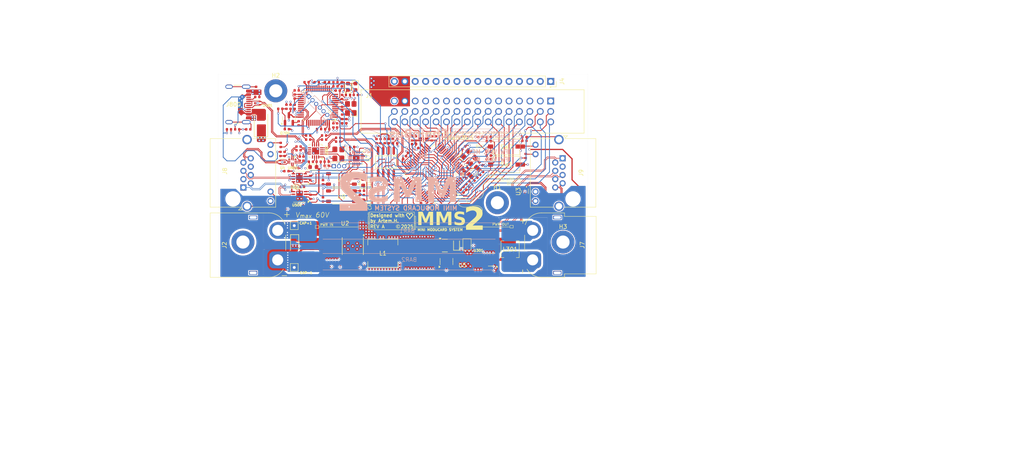
<source format=kicad_pcb>
(kicad_pcb (version 20241229) (generator "pcbnew") (generator_version "9.0")
  (layers (0 "F.Cu" signal) (4 "In1.Cu" signal) (6 "In2.Cu" signal) (2 "B.Cu" signal) (13 "F.Paste" user) (15 "B.Paste" user) (5 "F.SilkS" user "F.Silkscreen") (7 "B.SilkS" user "B.Silkscreen") (1 "F.Mask" user) (3 "B.Mask" user) (25 "Edge.Cuts" user))
  (property "SHEETTOTAL" "5")
  (net 0 "")
  (net 1 "GND")
  (net 2 "Net-(U5-VCAP)")
  (net 3 "/VRM/LMR36520ADDAR/BOOT")
  (net 4 "/VRM/LMR36520ADDAR/SW")
  (net 5 "/VRM/LMR36520ADDAR/VCC")
  (net 6 "/VRM/TPS563201/VBST_3V3")
  (net 7 "/VRM/TPS563201/+3V3_UNPROTEC")
  (net 8 "VBUS")
  (net 9 "Net-(C45-Pad1)")
  (net 10 "Net-(C34-Pad1)")
  (net 11 "+3V3")
  (net 12 "/MCU/OSC32_OUT")
  (net 13 "/MCU/OSC32_IN")
  (net 14 "/MCU/BOOT0")
  (net 15 "/MCU/NRST")
  (net 16 "/MCU/USR_BTN")
  (net 17 "/MCU/VDDA")
  (net 18 "+5V")
  (net 19 "/STlink-BMprobe/STLINK-RST")
  (net 20 "/STlink-BMprobe/STLINK-OSC_IN")
  (net 21 "/STlink-BMprobe/STLINK-OSC_OUT")
  (net 22 "/STlink-BMprobe/LED")
  (net 23 "Net-(J8-Pad12)")
  (net 24 "/CAN auto terminator/CAN2.-")
  (net 25 "/CAN auto terminator/CAN2.+")
  (net 26 "/MMS_CONNECTOR_UPSTREAM/USB_MMS_CONN.D+")
  (net 27 "/CAN auto terminator/CAN1.-")
  (net 28 "/CAN auto terminator/CAN1.+")
  (net 29 "+12V")
  (net 30 "/MMS_CONNECTOR_UPSTREAM/USB_MMS_CONN.D-")
  (net 31 "Net-(J8-Pad10)")
  (net 32 "Net-(J9-Pad12)")
  (net 33 "Net-(J9-Pad10)")
  (net 34 "/MMS_CONNECTOR_DOWNSTREAM/USB_MMS_CONN.D-")
  (net 35 "/MMS_CONNECTOR_DOWNSTREAM/USB_MMS_CONN.D+")
  (net 36 "/USB switch/USBC_CONN.D-")
  (net 37 "/USBC_CONN/CC1")
  (net 38 "/USBC_CONN/CC2")
  (net 39 "/USB switch/USBC_CONN.D+")
  (net 40 "Net-(R1-Pad2)")
  (net 41 "Net-(R2-Pad2)")
  (net 42 "/CAN auto terminator/CAN_AUTOTERM.2")
  (net 43 "/CAN auto terminator/CAN_AUTOTERM.1")
  (net 44 "Net-(Q7-G)")
  (net 45 "/VRM/LMR36520ADDAR/FB")
  (net 46 "Net-(U5-EN)")
  (net 47 "/VRM/LMR36520ADDAR/PG")
  (net 48 "/VRM/TPS563201/FB_3V3")
  (net 49 "/MCU/USER_LED_1")
  (net 50 "/MCU/BOOT_EN")
  (net 51 "/MCU/SWD.~{RST}")
  (net 52 "/MCU/USR_BUTTON")
  (net 53 "/MCU/USER_LED_2")
  (net 54 "/STlink-BMprobe/STLINK-BOOT0")
  (net 55 "/MCU/SWD.SWCLK")
  (net 56 "/STlink-BMprobe/USB_RENUM")
  (net 57 "/STlink-BMprobe/ST-LINK.D+")
  (net 58 "/MCU/SWD.SWDIO")
  (net 59 "/USB HUB/USB_MCU_R.D-")
  (net 60 "/MCU/USB_MCU.D-")
  (net 61 "/USB HUB/USB_MCU_R.D+")
  (net 62 "/MCU/USB_MCU.D+")
  (net 63 "/USB HUB/USBOUT1_R.D-")
  (net 64 "/STlink-BMprobe/ST-LINK.D-")
  (net 65 "/USB HUB/USBOUT1_R.D+")
  (net 66 "/USB HUB/USBOUT2_R.D-")
  (net 67 "/USB HUB/USBOUT2_R.D+")
  (net 68 "/STlink-BMprobe/DIO")
  (net 69 "/STlink-BMprobe/CLK")
  (net 70 "/CAN_TR2/CAN.TX")
  (net 71 "/CAN_TR2/CAN.RX")
  (net 72 "/CAN_TR1/CAN.TX")
  (net 73 "/CAN_TR1/CAN.RX")
  (net 74 "/USB HUB/USBIN1.D-")
  (net 75 "/USB HUB/USBIN1.D+")
  (net 76 "/STlink-BMprobe/SWO")
  (net 77 "Net-(U1-VCAP_2)")
  (net 78 "Net-(U1-VCAP_1)")
  (net 79 "/MCU/OSC_HSI_OUT")
  (net 80 "/MCU/OSC_HSI_IN")
  (net 81 "/Interboard_connector/Altmode6")
  (net 82 "/Interboard_connector/Altmode3")
  (net 83 "/Interboard_connector/Altmode16")
  (net 84 "/Interboard_connector/Altmode14")
  (net 85 "/Interboard_connector/Altmode12")
  (net 86 "/Interboard_connector/Altmode10")
  (net 87 "/Interboard_connector/Altmode7")
  (net 88 "/Interboard_connector/Altmode2")
  (net 89 "/Interboard_connector/Altmode4")
  (net 90 "/Interboard_connector/Altmode13")
  (net 91 "/Interboard_connector/Altmode11")
  (net 92 "/Interboard_connector/Altmode8")
  (net 93 "/Interboard_connector/Altmode9")
  (net 94 "/Interboard_connector/Altmode1")
  (net 95 "/Interboard_connector/Altmode5")
  (net 96 "/Interboard_connector/Altmode15")
  (net 98 "/VRM/LMR36520ADDAR/LMR36520ADDAR_VOUT")
  (net 99 "/USB HUB/USBIN1_R.D+")
  (net 100 "/USB HUB/USBIN1_R.D-")
  (net 101 "/VRM/TPS563201/SW_3V3")
  (net 102 "/VRM/LMR36520ADDAR/Cap_protec")
  (net 104 "BRD_VIN")
  (net 105 "GNDPWR")
  (net 108 "/MCU/I2C_Memory_addr")
  (net 110 "/Interboard_connector/Chainbus.RX")
  (net 111 "/Interboard_connector/Chainbus.TX")
  (net 112 "/Interboard_connector/Chainbus.SCL")
  (net 113 "/Interboard_connector/Chainbus.SDA")
  (net 114 "Net-(U6-WP)")
  (net 115 "/QSPI_FLASH/A2")
  (net 116 "/QSPI_FLASH/A1")
  (net 118 "/Interboard_connector/Chainbus_I2C_addr1")
  (net 119 "/Interboard_connector/Chainbus.MOSI")
  (net 120 "/Interboard_connector/Chainbus_UART_addr2")
  (net 121 "/Interboard_connector/Chainbus.MISO")
  (net 122 "/Interboard_connector/Chainbus_SPI_CS2")
  (net 123 "/Interboard_connector/Chainbus_UART_addr1")
  (net 124 "/Interboard_connector/Chainbus_SPI_CS1")
  (net 125 "/Interboard_connector/Chainbus_SPI_CS0")
  (net 126 "/Interboard_connector/Chainbus.SCK")
  (net 127 "/Interboard_connector/Chainbus_I2C_addr0")
  (net 128 "/Interboard_connector/Chainbus_I2C_addr2")
  (net 129 "/Interboard_connector/Chainbus_UART_addr0")
  (net 140 "Net-(D4-Pad1)")
  (net 141 "/CH32V003/RST")
  (net 142 "/CH32V003/CH_UART.RX")
  (net 143 "/CH32V003/SWIO")
  (net 144 "/CH32V003/CH_UART.TX")
  (net 145 "/CH32V003/LED2")
  (net 167 "Net-(U302-XO)")
  (net 170 "Net-(U302-XI)")
  (net 171 "Net-(U801-~{OE})")
  (net 172 "Net-(U801-SEL)")
  (net 173 "Net-(U700-PB13)")
  (net 174 "Net-(U700-PB12)")
  (net 175 "Net-(U700-PB14)")
  (net 176 "Net-(U700-PB0)")
  (net 177 "Net-(U700-PC14)")
  (net 178 "Net-(U700-PC13)")
  (net 179 "Net-(U700-PA5)")
  (net 180 "Net-(U700-PA0)")
  (net 181 "Net-(U501-STB)")
  (net 182 "Net-(U500-STB)")
  (net 183 "Net-(U302-PGANG)")
  (net 184 "Net-(Q700-B)")
  (net 185 "Net-(Q700-E)")
  (net 188 "Net-(D701-Pad1)")
  (net 189 "Net-(D700-Pad2)")
  (net 190 "Net-(D301-Pad1)")
  (net 191 "Net-(D2-Pad1)")
  (net 192 "Net-(U302-3V3)")
  (net 193 "Net-(J800-SHIELD)")
  (net 194 "SHLD")
  (net 203 "Net-(R3-Pad1)")
  (net 204 "Net-(R5-Pad1)")
  (net 205 "Net-(D3-Pad1)")
  (net 206 "/CH32V003/LED1")
  (footprint "TestPoint:TestPoint_THTPad_1.5x1.5mm_Drill0.7mm" (layer "F.Cu") (at 98.5 125)
    (property "Reference" "CAP+1")
    (property "Value" "Capacitor +")
  )
  (footprint "PCM_JLCPCB:C_0805" (layer "F.Cu") (at 129.7 129.6 90)
    (property "Reference" "C11" (hide yes))
    (property "Value" "22uF")
  )
  (footprint "PCM_JLCPCB:C_0402" (layer "F.Cu") (at 154.6 103.375 180)
    (property "Reference" "C34" (hide yes))
    (property "Value" "10nF")
  )
  (footprint "PCM_JLCPCB:D_0603" (layer "F.Cu") (at 115.3 119.6 90)
    (property "Reference" "D3" (hide yes))
    (property "Value" "Red")
  )
  (footprint "PCM_JLCPCB:R_0402" (layer "F.Cu") (at 100.4 115.5)
    (property "Reference" "R501" (hide yes))
    (property "Value" "10kΩ" (hide yes))
  )
  (footprint "PCM_JLCPCB:C_0402" (layer "F.Cu") (at 106.546 101.439888 180)
    (property "Reference" "C703" (hide yes))
    (property "Value" "100nF")
  )
  (footprint "PCM_JLCPCB:R_0402" (layer "F.Cu") (at 145.888129 108.8 180)
    (property "Reference" "R403" (hide yes))
    (property "Value" "10kΩ" (hide yes))
  )
  (footprint "PCM_JLCPCB:R_0402" (layer "F.Cu") (at 95.1 96.5 180)
    (property "Reference" "R710" (hide yes))
    (property "Value" "100Ω" (hide yes))
  )
  (footprint "PCM_JLCPCB:R_0402" (layer "F.Cu") (at 121.5 114.5 -90)
    (property "Reference" "R16" (hide yes))
    (property "Value" "10kΩ" (hide yes))
  )
  (footprint "PCM_JLCPCB:C_0402" (layer "F.Cu") (at 110.17 93.6 90)
    (property "Reference" "C702" (hide yes))
    (property "Value" "100nF")
  )
  (footprint "PCM_JLCPCB:C_0402" (layer "F.Cu") (at 96.6 111.7 180)
    (property "Reference" "C503" (hide yes))
    (property "Value" "100nF")
  )
  (footprint "PCM_JLCPCB:C_0402" (layer "F.Cu") (at 128.1 103.7 90)
    (property "Reference" "C426" (hide yes))
    (property "Value" "100nF")
  )
  (footprint "Package_SO:Toshiba_SOIC-4-6_4.4x3.6mm_P1.27mm" (layer "F.Cu") (at 110 117.8 180)
    (property "Reference" "U9")
    (property "Value" "TLP175A")
  )
  (footprint "PCM_JLCPCB:C_0805" (layer "F.Cu") (at 131.7 129.6 90)
    (property "Reference" "C28" (hide yes))
    (property "Value" "22uF")
  )
  (footprint "XT60:AMASS_XT60PW-F_1x02_P7.20mm_Horizontal" (layer "F.Cu") (at 156.6 133.35 -90)
    (property "Reference" "J7")
    (property "Value" "AMASS XT60")
  )
  (footprint "PCM_JLCPCB:D_SMA" (layer "F.Cu") (at 90.4 99.8 90)
    (property "Reference" "D6" (hide yes))
    (property "Value" "SS34")
  )
  (footprint "PCM_JLCPCB:R_0402" (layer "F.Cu") (at 105.3 135.1 -90)
    (property "Reference" "R10" (hide yes))
    (property "Value" "10kΩ" (hide yes))
  )
  (footprint "PCM_JLCPCB:C_0805" (layer "F.Cu") (at 107.6 135 180)
    (property "Reference" "C16" (hide yes))
    (property "Value" "10uF")
  )
  (footprint "MountingHole:MountingHole_3.2mm_M3_DIN965_Pad" (layer "F.Cu") (at 148 119.4)
    (property "Reference" "H1")
    (property "Value" "M3 mount")
  )
  (footprint "PCM_JLCPCB:C_0402" (layer "F.Cu") (at 144.157375 112.246447 -135)
    (property "Reference" "C314" (hide yes))
    (property "Value" "18pF")
  )
  (footprint "PCM_JLCPCB:C_0402" (layer "F.Cu") (at 132.2 120.1 -45)
    (property "Reference" "C26" (hide yes))
    (property "Value" "2.2uF")
  )
  (footprint "MountingHole:MountingHole_3.2mm_M3_DIN965_Pad" (layer "F.Cu") (at 94 92.1)
    (property "Reference" "H2")
    (property "Value" "M3 mount")
  )
  (footprint "PCM_JLCPCB:R_0402" (layer "F.Cu") (at 154.9 108 -90)
    (property "Reference" "R25" (hide yes))
    (property "Value" "220Ω" (hide yes))
  )
  (footprint "PCM_JLCPCB:C_0402" (layer "F.Cu") (at 140.8 113.8 -45)
    (property "Reference" "C401" (hide yes))
    (property "Value" "100nF")
  )
  (footprint "PCM_JLCPCB:SOIC-8_L4.9-W3.9-P1.27-LS6.0-BL" (layer "F.Cu") (at 120.84 109.47 180)
    (property "Reference" "U6" (hide yes))
    (property "Value" "AT24C256C")
  )
  (footprint "PCM_JLCPCB:D_SOD-123FL" (layer "F.Cu") (at 98.6 129.4 -90)
    (property "Reference" "D1" (hide yes))
    (property "Value" "SMF58CA")
  )
  (footprint "PCM_JLCPCB:C_0805" (layer "F.Cu") (at 102.8 127.95 -90)
    (property "Reference" "C6" (hide yes))
    (property "Value" "10uF")
  )
  (footprint "PCM_JLCPCB:R_0402" (layer "F.Cu") (at 106.5 90 180)
    (property "Reference" "R704" (hide yes))
    (property "Value" "22Ω" (hide yes))
  )
  (footprint "PCM_JLCPCB:C_0402" (layer "F.Cu") (at 110.17 99.5 -90)
    (property "Reference" "C705" (hide yes))
    (property "Value" "100nF")
  )
  (footprint "Package_SO:Toshiba_SOIC-4-6_4.4x3.6mm_P1.27mm" (layer "F.Cu") (at 110 113.6 180)
    (property "Reference" "U8")
    (property "Value" "TLP175A")
  )
  (footprint "PCM_JLCPCB:C_0402" (layer "F.Cu") (at 97.6 96 90)
    (property "Reference" "C704" (hide yes))
    (property "Value" "100nF")
  )
  (footprint "PCM_JLCPCB:C_0402" (layer "F.Cu") (at 112.6 105.8)
    (property "Reference" "C33" (hide yes))
    (property "Value" "100nF")
  )
  (footprint "Package_TO_SOT_SMD:SOT-23" (layer "F.Cu") (at 97.2 99 90)
    (property "Reference" "Q700")
    (property "Value" "MMST3904")
  )
  (footprint "Connector_RJ:RJ45_Amphenol_RJHSE538X" (layer "F.Cu") (at 163.89 108.57 -90)
    (property "Reference" "J9")
    (property "Value" "RJ45_LED_Shielded")
  )
  (footprint "PCM_JLCPCB:R_0402" (layer "F.Cu") (at 97.09 119.39 -90)
    (property "Reference" "R26" (hide yes))
    (property "Value" "220Ω" (hide yes))
  )
  (footprint "PCM_JLCPCB:C_0402" (layer "F.Cu") (at 102.4 113.4 90)
    (property "Reference" "C502" (hide yes))
    (property "Value" "100nF")
  )
  (footprint "PCM_JLCPCB:C_0402" (layer "F.Cu") (at 145.9 103.4)
    (property "Reference" "C416" (hide yes))
    (property "Value" "100nF")
  )
  (footprint "Package_SON:HVSON-8-1EP_3x3mm_P0.65mm_EP1.6x2.4mm" (layer "F.Cu") (at 99.75 113.325 180)
    (property "Reference" "U501")
    (property "Value" "TJA1044GTK_3Z")
  )
  (footprint "Package_TO_SOT_SMD:SOT-23-6" (layer "F.Cu") (at 135.6 133.75 90)
    (property "Reference" "U5")
    (property "Value" "LM74700")
  )
  (footprint "PCM_JLCPCB:C_0402" (layer "F.Cu") (at 114.1 134.3)
    (property "Reference" "C10" (hide yes))
    (property "Value" "100nF")
  )
  (footprint "Inductor_SMD:L_TechFuse_SL0620" (layer "F.Cu") (at 120.1 131.75)
    (property "Reference" "L1")
    (property "Value" "CMPI0630-100M 10uH 4A")
  )
  (footprint "PCM_JLCPCB:R_0402" (layer "F.Cu") (at 111.6 93.11)
    (property "Reference" "R713" (hide yes))
    (property "Value" "10kΩ" (hide yes))
  )
  (footprint "PCM_JLCPCB:C_0402" (layer "F.Cu") (at 129.1 105.7 -135)
    (property "Reference" "C403" (hide yes))
    (property "Value" "10uF")
  )
  (footprint "PCM_JLCPCB:R_0402" (layer "F.Cu") (at 96.6 96 90)
    (property "Reference" "R711" (hide yes))
    (property "Value" "39kΩ" (hide yes))
  )
  (footprint "PCM_JLCPCB:C_0402" (layer "F.Cu") (at 102.45 117.975 90)
    (property "Reference" "C500" (hide yes))
    (property "Value" "100nF")
  )
  (footprint "Package_TO_SOT_SMD:SOT-723" (layer "F.Cu") (at 154.7 116.6875 -90)
    (property "Reference" "U3")
    (property "Value" "TPD2EUSB30DRTR-TP")
  )
  (footprint "PCM_JLCPCB:R_0402" (layer "F.Cu") (at 108.046 100.539888 90)
    (property "Reference" "R706" (hide yes))
    (property "Value" "10kΩ" (hide yes))
  )
  (footprint "PCM_JLCPCB:C_0402" (layer "F.Cu") (at 111.2 99.5 -90)
    (property "Reference" "C700" (hide yes))
    (property "Value" "1uF")
  )
  (footprint "PCM_JLCPCB:R_0402" (layer "F.Cu") (at 105.775 103 180)
    (property "Reference" "R901" (hide yes))
    (property "Value" "22Ω" (hide yes))
  )
  (footprint "PCM_JLCPCB:D_0603" (layer "F.Cu") (at 138.05 129.5 90)
    (property "Reference" "D2" (hide yes))
    (property "Value" "Red")
  )
  (footprint "PCM_JLCPCB:R_0402" (layer "F.Cu") (at 99.1 92 180)
    (property "Reference" "R715" (hide yes))
    (property "Value" "22Ω" (hide yes))
  )
  (footprint "PCM_JLCPCB:R_0402" (layer "F.Cu") (at 143.9 103.4)
    (property "Reference" "R405" (hide yes))
    (property "Value" "10kΩ" (hide yes))
  )
  (footprint "Package_QFP:LQFP-64_10x10mm_P0.5mm" (layer "F.Cu") (at 132.589072 112.4 -135)
    (property "Reference" "U1")
    (property "Value" "STM32F405RGTx")
  )
  (footprint "PCM_JLCPCB:D_0603" (layer "F.Cu") (at 103.15 110.7)
    (property "Reference" "D301" (hide yes))
    (property "Value" "Red")
  )
  (footprint "PCM_JLCPCB:C_0805" (layer "F.Cu") (at 125.7 129.6 90)
    (property "Reference" "C13" (hide yes))
    (property "Value" "22uF")
  )
  (footprint "PCM_JLCPCB:R_0402" (layer "F.Cu") (at 89.5 93.6)
    (property "Reference" "R801" (hide yes))
    (property "Value" "5.1kΩ" (hide yes))
  )
  (footprint "PCM_JLCPCB:R_0402" (layer "F.Cu") (at 115 112.3)
    (property "Reference" "R3" (hide yes))
    (property "Value" "1kΩ" (hide yes))
  )
  (footprint "PCM_JLCPCB:C_0805" (layer "F.Cu") (at 100.8 127.95 -90)
    (property "Reference" "C14" (hide yes))
    (property "Value" "10uF")
  )
  (footprint "PCM_JLCPCB:R_0402" (layer "F.Cu") (at 98.6 93.5 90)
    (property "Reference" "R714" (hide yes))
    (property "Value" "100Ω" (hide yes))
  )
  (footprint "PCM_JLCPCB:R_0402" (layer "F.Cu") (at 99.55 105.7 180)
    (property "Reference" "R15" (hide yes))
    (property "Value" "22Ω" (hide yes))
  )
  (footprint "PCM_JLCPCB:R_0402" (layer "F.Cu") (at 96.7 101.460112 180)
    (property "Reference" "R709" (hide yes))
    (property "Value" "10kΩ" (hide yes))
  )
  (footprint "PCM_JLCPCB:D_0603" (layer "F.Cu") (at 113.4 91.11 -90)
    (property "Reference" "D700" (hide yes))
    (property "Value" "Red")
  )
  (footprint "Package_QFP:LQFP-48_7x7mm_P0.5mm" (layer "F.Cu") (at 104.296 95.739888 180)
    (property "Reference" "U700" (hide yes))
    (property "Value" "STM32F103CBTx")
  )
  (footprint "Package_SON:HVSON-8-1EP_3x3mm_P0.65mm_EP1.6x2.4mm" (layer "F.Cu") (at 99.8 117.675 180)
    (property "Reference" "U500")
    (property "Value" "TJA1044GTK_3Z")
  )
  (footprint "PCM_JLCPCB:R_0402" (layer "F.Cu") (at 145.9 104.4)
    (property "Reference" "R406" (hide yes))
    (property "Value" "100Ω" (hide yes))
  )
  (footprint "PCM_JLCPCB:C_0402" (layer "F.Cu") (at 108.546 90)
    (property "Reference" "C706" (hide yes))
    (property "Value" "100nF")
  )
  (footprint "PCM_JLCPCB:R_0402" (layer "F.Cu") (at 104 90)
    (property "Reference" "R708" (hide yes))
    (property "Value" "22Ω" (hide yes))
  )
  (footprint "PCM_JLCPCB:C_0402" (layer "F.Cu") (at 140.4 111.3 45)
    (property "Reference" "C404" (hide yes))
    (property "Value" "100nF")
  )
  (footprint "PCM_JLCPCB:R_0402" (layer "F.Cu") (at 102.55 109.4 180)
    (property "Reference" "R308" (hide yes))
    (property "Value" "1kΩ" (hide yes))
  )
  (footprint "PCM_JLCPCB:R_0402" (layer "F.Cu") (at 96.15 107.5 90)
    (property "Reference" "R803" (hide yes))
    (property "Value" "22kΩ" (hide yes))
  )
  (footprint "PCM_JLCPCB:R_0402" (layer "F.Cu") (at 108.946 100.539888 90)
    (property "Reference" "R705" (hide yes))
    (property "Value" "10kΩ" (hide yes))
  )
  (footprint "PCM_JLCPCB:R_0402" (layer "F.Cu") (at 114.5 117 -90)
    (property "Reference" "R5" (hide yes))
    (property "Value" "1kΩ" (hide yes))
  )
  (footprint "PCM_JLCPCB:R_0402" (layer "F.Cu") (at 145.888129 106.960246)
    (property "Reference" "R404" (hide yes))
    (property "Value" "100Ω" (hide yes))
  )
  (footprint "PCM_JLCPCB:C_0402" (layer "F.Cu") (at 126.6 107.6 135)
    (property "Reference" "C29" (hide yes))
    (property "Value" "2.2uF")
  )
  (footprint "PCM_JLCPCB:R_0603" (layer "F.Cu") (at 111.7 135.5 180)
    (property "Reference" "R12" (hide yes))
    (property "Value" "100kΩ")
  )
  (footprint "PCM_JLCPCB:R_0402" (layer "F.Cu") (at 87.3 101.5 180)
    (property "Reference" "R805" (hide yes))
    (property "Value" "330Ω" (hide yes))
  )
  (footprint "PCM_JLCPCB:C_0402" (layer "F.Cu") (at 89.2 91.62 -90)
    (property "Reference" "C801" (hide yes))
    (property "Value" "100nF")
  )
  (footprint "PCM_JLCPCB:C_0805" (layer "F.Cu") (at 106.9 127.95 -90)
    (property "Reference" "C8" (hide yes))
    (property "Value" "220nF")
  )
  (footprint "Connector_USB:USB_C_Receptacle_GCT_USB4105-xx-A_16P_TopMnt_Horizontal" (layer "F.Cu") (at 83.695 95.42 -90)
    (property "Reference" "J800")
    (property "Value" "USB_C_Receptacle_USB2.0_16P")
  )
  (footprint "PCM_JLCPCB:R_0402" (layer "F.Cu") (at 113.2 120.4 180)
    (property "Reference" "R23" (hide yes))
    (property "Value" "220Ω" (hide yes))
  )
  (footprint "PCM_JLCPCB:C_0402" (layer "F.Cu") (at 142.757375 113.646447 45)
    (property "Reference" "C313" (hide yes))
    (property "Value" "18pF")
  )
  (footprint "PCM_JLCPCB:D_0603" (layer "F.Cu") (at 111.6 91.11 90)
    (property "Reference" "D701" (hide yes))
    (property "Value" "Red")
  )
  (footprint "Inductor_SMD:L_Changjiang_FXL0420" (layer "F.Cu") (at 151.1 130.75 90)
    (property "Reference" "L301")
    (property "Value" "3.3uH")
  )
  (footprint "PCM_JLCPCB:R_0402" (layer "F.Cu") (at 95.15 107.5 -90)
    (property "Reference" "R802" (hide yes))
    (property "Value" "10kΩ" (hide yes))
  )
  (footprint "PCM_JLCPCB:C_0805" (layer "F.Cu") (at 106.9 131.35 -90)
    (property "Reference" "C9" (hide yes))
    (property "Value" "220nF")
  )
  (footprint "PCM_JLCPCB:C_0402" (layer "F.Cu") (at 129.753553 119.853553 135)
    (property "Reference" "C422" (hide yes))
    (property "Value" "100nF")
  )
  (footprint "PCM_JLCPCB:R_0402" (layer "F.Cu") (at 113.5 93.11 180)
    (property "Reference" "R707" (hide yes))
    (property "Value" "10kΩ" (hide yes))
  )
  (footprint "Package_TO_SOT_SMD:SOT-23-6" (layer "F.Cu") (at 146.5625 133.3 180)
    (property "Reference" "U301")
    (property "Value" "TPS563200")
  )
  (footprint "PCM_JLCPCB:C_0402" (layer "F.Cu") (at 145.9625 135.45 180)
    (property "Reference" "C17" (hide yes))
    (property "Value" "100nF")
  )
  (footprint "Button_Switch_SMD:SW_Tactile_SPST_NO_Straight_CK_PTS636Sx25SMTRLFS" (layer "F.Cu") (at 150.225 105.7)
    (property "Reference" "SW2")
    (property "Value" "RESET")
  )
  (footprint "PCM_JLCPCB:C_0402" (layer "F.Cu") (at 99.85 108.65 90)
    (property "Reference" "C312" (hide yes))
    (property "Value" "100nF")
  )
  (footprint "PCM_JLCPCB:R_0402" (layer "F.Cu") (at 109.2 103.5625 180)
    (property "Reference" "R903" (hide yes))
    (property "Value" "22Ω" (hide yes))
  )
  (footprint "PCM_JLCPCB:R_0402" (layer "F.Cu") (at 155.1 120.21 -90)
    (property "Reference" "R6" (hide yes))
    (property "Value" "1kΩ" (hide yes))
  )
  (footprint "PCM_JLCPCB:R_0402" (layer "F.Cu") (at 110.3 134.4 180)
    (property "Reference" "R4" (hide yes))
    (property "Value" "24.9kΩ" (hide yes))
  )
  (footprint "PCM_JLCPCB:C_0402" (layer "F.Cu") (at 115.575 135.7 90)
    (property "Reference" "C21" (hide yes))
    (property "Value" "1uF")
  )
  (footprint "PCM_JLCPCB:C_0402" (layer "F.Cu") (at 95.49 120.9)
    (property "Reference" "C45" (hide yes))
    (property "Value" "10nF")
  )
  (footprint "PCM_JLCPCB:C_0805" (layer "F.Cu") (at 127.7 133.6 -90)
    (property "Reference" "C24" (hide yes))
    (property "Value" "22uF")
  )
  (footprint "PCM_JLCPCB:C_0805" (layer "F.Cu") (at 102.8 131.35 -90)
    (property "Reference" "C7" (hide yes))
    (property "Value" "10uF")
  )
  (footprint "PCM_JLCPCB:R_0402" (layer "F.Cu") (at 121.54 104.37 -90)
    (property "Reference" "R20" (hide yes))
    (property "Value" "10kΩ" (hide yes))
  )
  (footprint "PCM_JLCPCB:C_0402" (layer "F.Cu") (at 133.01 103.7 90)
    (property "Reference" "C424" (hide yes))
    (property "Value" "100nF")
  )
  (footprint "PCM_JLCPCB:R_0402" (layer "F.Cu") (at 115.5 117 -90)
    (property "Reference" "R24" (hide yes))
    (property "Value" "220Ω" (hide yes))
  )
  (footprint "PCM_JLCPCB:R_0402" (layer "F.Cu") (at 99.57 100.022612 -90)
    (property "Reference" "R712" (hide yes))
    (property "Value" "1.5kΩ" (hide yes))
  )
  (footprint "PCM_JLCPCB:R_0402" (layer "F.Cu") (at 105.5 118.6 -90)
    (property "Reference" "R1" (hide yes))
    (property "Value" "120Ω" (hide yes))
  )
  (footprint "PCM_JLCPCB:C_0402" (layer "F.Cu") (at 132.01 103.7 90)
    (property "Reference" "C423" (hide yes))
    (property "Value" "10uF")
  )
  (footprint "PCM_JLCPCB:R_0402" (layer "F.Cu") (at 154.6 104.29 180)
    (property "Reference" "R27" (hide yes))
    (property "Value" "33kΩ" (hide yes))
  )
  (footprint "PCM_JLCPCB:R_0402" (layer "F.Cu") (at 98.6 119.875)
    (property "Reference" "R500" (hide yes))
    (property "Value" "10kΩ" (hide yes))
  )
  (footprint "PCM_JLCPCB:R_0402" (layer "F.Cu") (at 109.2 104.5 180)
    (property "Reference" "R902" (hide yes))
    (property "Value" "22Ω" (hide yes))
  )
  (footprint "PCM_JLCPCB:CRYSTAL-SMD_4P-L3.2-W2.5-BL" (layer "F.Cu") (at 112.27 96.4 90)
    (property "Reference" "Y700" (hide yes))
    (property "Value" "Crystal_GND24")
  )
  (footprint "PCM_JLCPCB:FB_0603" (layer "F.Cu") (at 130.01 103.9 180)
    (property "Reference" "FB401" (hide yes))
    (property "Value" "~")
  )
  (footprint "PCM_JLCPCB:Q_SOT-23" (layer "F.Cu") (at 135.2 129.85)
    (property "Reference" "Q7" (hide yes))
    (property "Value" "AO3400A")
  )
  (footprint "PCM_JLCPCB:R_0402" (layer "F.Cu") (at 105.775 104 180)
    (property "Reference" "R900" (hide yes))
    (property "Value" "22Ω" (hide yes))
  )
  (footprint "PCM_JLCPCB:C_0402" (layer "F.Cu") (at 110.17 95.5 90)
    (property "Reference" "C708" (hide yes))
    (property "Value" "33pF")
  )
  (footprint "PCM_JLCPCB:C_0402" (layer "F.Cu") (at 101.5 90)
    (property "Reference" "C701" (hide yes))
    (property "Value" "100nF")
  )
  (footprint "PCM_JLCPCB:C_0805" (layer "F.Cu") (at 100.8 131.35 -90)
    (property "Reference" "C15" (hide yes))
    (property "Value" "10uF")
  )
  (footprint "PCM_JLCPCB:R_0402" (layer "F.Cu") (at 95.2 105.3 -90)
    (property "Reference" "R53" (hide yes))
    (property "Value" "1kΩ" (hide yes))
  )
  (footprint "PCM_JLCPCB:R_0402" (layer "F.Cu") (at 105.5 114.4 -90)
    (property "Reference" "R2" (hide yes))
    (property "Value" "120Ω" (hide yes))
  )
  (footprint "PCM_JLCPCB:R_0402" (layer "F.Cu") (at 120.54 104.37 90)
    (property "Reference" "R18" (hide yes))
    (property "Value" "10kΩ" (hide yes))
  )
  (footprint "PCM_JLCPCB:C_0402" (layer "F.Cu") (at 125.4 108.4 45)
    (property "Reference" "C402" (hide yes))
    (property "Value" "100nF")
  )
  (footprint "PCM_JLCPCB:R_0402" (layer "F.Cu") (at 143 130.35 90)
    (property "Reference" "R307" (hide yes))
    (property "Value" "10kΩ" (hide yes))
  )
  (footprint "PCM_JLCPCB:C_0805" (layer "F.Cu") (at 104.9 127.95 -90)
    (property "Reference" "C4" (hide yes))
    (property "Value" "10uF")
  )
  (footprint "PCM_JLCPCB:R_0402" (layer "F.Cu") (at 98.6 96 90)
    (property "Reference" "R716" (hide yes))
    (property "Value" "22Ω" (hide yes))
  )
  (footprint "PCM_JLCPCB:C_0805" (layer "F.Cu") (at 127.7 129.6 90)
    (property "Reference" "C12" (hide yes))
    (property "Value" "22uF")
  )
  (footprint "PCM_JLCPCB:R_0402" (layer "F.Cu") (at 101.9 103)
    (property "Reference" "R906" (hide yes))
    (property "Value" "22Ω" (hide yes))
  )
  (footprint "TestPoint:TestPoint_THTPad_1.5x1.5mm_Drill0.7mm" (layer "F.Cu") (at 98.5 135.2)
    (property "Reference" "CAP-1")
    (property "Value" "Capacitor -")
  )
  (footprint "PCM_JLCPCB:C_0805" (layer "F.Cu") (at 147.6 129.5 -90)
    (property "Reference" "C20" (hide yes))
    (property "Value" "22uF")
  )
  (footprint "PCM_JLCPCB:R_0402" (layer "F.Cu") (at 122.54 104.37 90)
    (property "Reference" "R22" (hide yes))
    (property "Value" "10kΩ" (hide yes))
  )
  (footprint "Connector_RJ:RJ45_Amphenol_RJHSE538X" (layer "F.Cu") (at 86.12 115.69 90)
    (property "Reference" "J8")
    (property "Value" "RJ45_LED_Shielded")
  )
  (footprint "PCM_JLCPCB:R_0402" (layer "F.Cu") (at 138.225 131.575)
    (property "Reference" "R13" (hide yes))
    (property "Value" "680Ω" (hide yes))
  )
  (footprint "Button_Switch_SMD:SW_Tactile_SPST_NO_Straight_CK_PTS636Sx25SMTRLFS" (layer "F.Cu") (at 150.225 110.1)
    (property "Reference" "SW1")
    (property "Value" "BOOT")
  )
  (footprint "PCM_JLCPCB:R_0402" (layer "F.Cu") (at 100.75 108.65 90)
    (property "Reference" "R804" (hide yes))
    (property "Value" "10kΩ" (hide yes))
  )
  (footprint "PCM_JLCPCB:R_0402" (layer "F.Cu") (at 101.9 104)
    (property "Reference" "R907" (hide yes))
    (property "Value" "22Ω" (hide yes))
  )
  (footprint "PCM_JLCPCB:C_0805" (layer "F.Cu") (at 131.7 133.6 -90)
    (property "Reference" "C22" (hide yes))
    (property "Value" "22uF")
  )
  (footprint "MountingHole:MountingHole_3.2mm_M3_DIN965_Pad" (layer "F.Cu") (at 164 129)
    (property "Reference" "H3")
    (property "Value" "M3 mount")
  )
  (footprint "PCM_JLCPCB:C_0402" (layer "F.Cu") (at 98.4 115.5)
    (property "Reference" "C501" (hide yes))
    (property "Value" "100nF")
  )
  (footprint "PCM_JLCPCB:C_0402" (layer "F.Cu") (at 113.6 135.7 90)
    (property "Reference" "C27" (hide yes))
    (property "Value" "1uF")
  )
  (footprint "PCM_JLCPCB:R_0402" (layer "F.Cu") (at 99.55 106.6 180)
    (property "Reference" "R14" (hide yes))
    (property "Value" "22Ω" (hide yes))
  )
  (footprint "PCM_JLCPCB:R_0402" (layer "F.Cu") (at 140.8 115.2 135)
    (property "Reference" "R401" (hide yes))
    (property "Value" "1kΩ" (hide yes))
  )
  (footprint "PCM_JLCPCB:C_0805" (layer "F.Cu") (at 129.7 133.6 -90)
    (property "Reference" "C23" (hide yes))
    (property "Value" "22uF")
  )
  (footprint "Library:AMPHENOL_86093488324755V1LF" (layer "F.Cu") (at 141.95 97.14)
    (property "Reference" "J1")
    (property "Value" "86093488324755V1LF")
  )
  (footprint "PCM_JLCPCB:C_0402" (layer "F.Cu") (at 106.4 109.4)
    (property "Reference" "C900" (hide yes))
    (property "Value" "100nF")
  )
  (footprint "PCM_JLCPCB:C_0805" (layer "F.Cu") (at 125.7 133.6 -90)
    (property "Reference" "C25" (hide yes))
    (property "Value" "22uF")
  )
  (footprint "PCM_JLCPCB:R_0402" (layer "F.Cu") (at 119.54 104.37 -90)
    (property "Reference" "R19" (hide yes))
    (property "Value" "10kΩ" (hide yes))
  )
  (footprint "PCM_JLCPCB:OSC-SMD_4P-L3.2-W2.5-BL" (layer "F.Cu") (at 141.144437 108.299929 -45)
    (property "Reference" "X1" (hide yes))
    (property "Value" "X32258MOB4SI")
  )
  (footprint "Package_TO_SOT_SMD:SOT-723" (layer "F.Cu") (at 89.5 95.1 180)
    (property "Reference" "U401")
    (property "Value" "TPD2EUSB30DRTR-TP")
  )
  (footprint "PCM_JLCPCB:C_0402" (layer "F.Cu") (at 133.4 134.45 90)
    (property "Reference" "C3" (hide yes))
    (property "Value" "100nF")
  )
  (footprint "PCM_JLCPCB:C_0402" (layer "F.Cu") (at 140.1 115.9 -45)
    (property "Reference" "C410" (hide yes))
    (property "Value" "4.7uF")
  )
  (footprint "PCM_JLCPCB:C_0402" (layer "F.Cu") (at 104.45 109.4)
    (property "Reference" "C904" (hide yes))
    (property "Value" "1uF")
  )
  (footprint "PCM_JLCPCB:C_0402" (layer "F.Cu") (at 127.7 105.1 180)
    (property "Reference" "C400" (hide yes))
    (property "Value" "10uF")
  )
  (footprint "XT60:AMASS_XT60PW-M_1x02_P7.20mm_Horizontal" (layer "F.Cu") (at 94.475 133.35 90)
    (property "Reference" "J2")
    (property "Value" "AMASS XT60")
  )
  (footprint "PCM_JLCPCB:R_0402" (layer "F.Cu") (at 123.6 104.4 90)
    (property "Reference" "R21" (hide yes))
    (property "Value" "10kΩ" (hide yes))
  )
  (footprint "Connector_PinSocket_2.54mm:PinSocket_1x16_P2.54mm_Vertical" (layer "F.Cu") (at 161 89.8 -90)
    (property "Reference" "J4")
    (property "Value" "Conn_01x16_Socket")
  )
  (footprint "UFQFN-10_1.4x1.8:UFQFN-10_1.4x1.8" (layer "F.Cu") (at 98.05 109.3 -90)
    (property "Reference" "U801")
    (property "Value" "FSUSB42UMX")
  )
  (footprint "PCM_JLCPCB:R_0402" (layer "F.Cu") (at 109.1 92.039888 180)
    (property "Reference" "R703" (hide yes))
    (property "Value" "10kΩ" (hide yes))
  )
  (footprint "PCM_JLCPCB:R_0402" (layer "F.Cu") (at 95.49 119.8)
    (property "Reference" "R51" (hide yes))
    (property "Value" "33kΩ" (hide yes))
  )
  (footprint "PCM_JLCPCB:R_0402" (layer "F.Cu") (at 144 130.35 -90)
    (property "Reference" "R11" (hide yes))
    (property "Value" "33.2kΩ" (hide yes))
  )
  (footprint "Jumper:SolderJumper-2_P1.3mm_Open_TrianglePad1.0x1.5mm" (layer "F.Cu") (at 140.6 129.585 -90)
    (property "Reference" "JP301" (hide yes))
    (property "Value" "SolderJumper_2_Bridged")
  )
  (footprint "PCM_JLCPCB:C_0402" (layer "F.Cu") (at 82.6 101.5)
    (property "Reference" "C800" (hide yes))
    (property "Value" "100nF")
  )
  (footprint "PCM_JLCPCB:C_0402" (layer "F.Cu") (at 127.2 103.7 90)
    (property "Reference" "C425" (hide yes))
    (property "Value" "10uF")
  )
  (footprint "Package_DFN_QFN:QFN-16-1EP_3x3mm_P0.5mm_EP1.7x1.7mm" (layer "F.Cu") (at 103.7 106.775 180)
    (property "Reference" "U302")
    (property "Value" "CH334P")
  )
  (footprint "PCM_JLCPCB:R_0402" (layer "F.Cu") (at 84.6 101.5)
    (property "Reference" "R800" (hide yes))
    (property "Value" "5.1kΩ" (hide yes))
  )
  (footprint "PgndNetTie:Custom" (layer "F.Cu") (at 100.05 135.7)
    (property "Reference" "NT1" (hide yes))
    (property "Value" "custom net tie")
  )
  (footprint "PCM_JLCPCB:R_0402" (layer "F.Cu") (at 118.54 104.37 90)
    (property "Reference" "R17" (hide yes))
    (property "Value" "10kΩ" (hide yes))
  )
  (footprint "PCM_JLCPCB:C_0402" (layer "F.Cu") (at 145.888129 107.9)
    (property "Reference" "C415" (hide yes))
    (property "Value" "100nF")
  )
  (footprint "Package_SO:Texas_HSOP-8-1EP_3.9x4.9mm_P1.27mm_ThermalVias" (layer "F.Cu") (at 112.765 130 -90)
    (property "Reference" "U2")
    (property "Value" "LMR36520ADDAR")
  )
  (footprint "Package_DFN_QFN:QFN-20-1EP_3x3mm_P0.4mm_EP1.65x1.65mm" (layer "F.Cu") (at 113.6 108.5 -90)
    (property "Reference" "U7")
    (property "Value" "CH32V003FxUx")
  )
  (footprint "PCM_JLCPCB:R_0402" (layer "F.Cu") (at 139.4 116.6 -45)
    (property "Reference" "R402" (hide yes))
    (property "Value" "10kΩ" (hide yes))
  )
  (footprint "Package_TO_SOT_SMD:SOT-723" (layer "F.Cu") (at 95.65 109.5)
    (property "Reference" "U4")
    (property "Value" "TPD2EUSB30DRTR-TP")
  )
  (footprint "Crystal:Crystal_SMD_3225-4Pin_3.2x2.5mm" (layer "F.Cu") (at 109.25 107.5 90)
    (property "Reference" "Y900" (hide yes))
    (property "Value" "Crystal_GND24")
  )
  (footprint "PCM_JLCPCB:C_0805" (layer "F.Cu") (at 108.9 131.35 -90)
    (property "Reference" "C2" (hide yes))
    (property "Value" "10uF")
  )
  (footprint "PCM_JLCPCB:C_0402" (layer "F.Cu") (at 139.8 106 45)
    (property "Reference" "C30" (hide yes))
    (property "Value" "22pF")
  )
  (footprint "PCM_JLCPCB:R_0402" (layer "F.Cu") (at 104.546 101.439888)
    (property "Reference" "R702" (hide yes))
    (property "Value" "100kΩ" (hide yes))
  )
  (footprint "PCM_JLCPCB:C_0402" (layer "F.Cu") (at 110.17 97.4 -90)
    (property "Reference" "C707" (hide yes))
    (property "Value" "33pF")
  )
  (footprint "PCM_JLCPCB:C_0402" (layer "F.Cu") (at 106.4 110.4)
    (property "Reference" "C902" (hide yes))
    (property "Value" "10uF")
  )
  (footprint "PCM_JLCPCB:R_0402" (layer "F.Cu") (at 137.7 134.75 -90)
    (property "Reference" "R7" (hide yes))
    (property "Value" "10kΩ" (hide yes))
  )
  (footprint "PCM_JLCPCB:C_0805" (layer "F.Cu") (at 104.9 131.35 -90)
    (property "Reference" "C5" (hide yes))
    (property "Value" "10uF")
  )
  (footprint "PCM_JLCPCB:C_0805" (layer "F.Cu") (at 143.3 133.8 -90)
    (property "Reference" "C19" (hide yes))
    (property "Value" "22uF")
  )
  (footprint "PCM_JLCPCB:C_0402" (layer "F.Cu") (at 122.8 114.5 -90)
    (property "Reference" "C32" (hide yes))
    (property "Value" "100nF")
  )
  (footprint "PCM_JLCPCB:R_0402" (layer "F.Cu") (at 98.7 132.2 180)
    (property "Reference" "R9" (hide yes))
    (property "Value" "24.9kΩ" (hide yes))
  )
  (footprint "PCM_JLCPCB:D_0603" (layer "F.Cu") (at 115.3 114.4 90)
    (property "Reference" "D4" (hide yes))
    (property "Value" "Red")
  )
  (footprint "PCM_JLCPCB:R_0402" (layer "F.Cu") (at 108.546 91 180)
    (property "Reference" "R700" (hide yes))
    (property "Value" "100kΩ" (hide yes))
  )
  (footprint "MountingHole:MountingHole_3.2mm_M3_DIN965_Pad" (layer "F.Cu") (at 86 129)
    (property "Reference" "H4" (hide yes))
    (property "Value" "M3 mount")
  )
  (footprint "PCM_JLCPCB:C_0805" (layer "F.Cu") (at 108.9 127.95 -90)
    (property "Reference" "C1" (hide yes))
    (property "Value" "10uF")
  )
  (footprint "PCM_JLCPCB:R_0402" (layer "F.Cu") (at 110.1 90.5 -90)
    (property "Reference" "R701" (hide yes))
    (property "Value" "10kΩ" (hide yes))
  )
  (footprint "PCM_JLCPCB:R_0402" (layer "F.Cu") (at 98.7 126.7 180)
    (property "Reference" "R8" (hide yes))
    (property "Value" "24.9kΩ" (hide yes))
  )
  (footprint "PCM_JLCPCB:FC-135R_L3.2-W1.5" (layer "F.Cu") (at 142.3 111.9 45)
    (property "Reference" "X2" (hide yes))
    (property "Value" "Q13FC1350000400")
  )
  (footprint "PCM_JLCPCB:C_0402" (layer "F.Cu") (at 144 109.9 -45)
    (property "Reference" "C31" (hide yes))
    (property "Value" "22pF")
  )
  (footprint "PCM_JLCPCB:C_0805" (layer "F.Cu") (at 145.5 129.5 -90)
    (property "Reference" "C18" (hide yes))
    (property "Value" "22uF")
  )
  (footprint "BusBar:BusBar-50mm-Red" (layer "B.Cu") (at 155 129.3 180)
    (property "Reference" "BAR1")
    (property "Value" "Bus Bar 5x50mm")
  )
  (footprint "Connector_PinHeader_1.27mm:PinHeader_1x03_P1.27mm_Vertical" (layer "B.Cu") (at 108.13 110.5 -90)
    (property "Reference" "J5")
    (property "Value" "Conn_01x03_Pin")
  )
  (footprint "Connector_PinHeader_1.27mm:PinHeader_1x06_P1.27mm_Vertical" (layer "B.Cu") (at 102.050936 93.494824 -135)
    (property "Reference" "J3")
    (property "Value" "Programming header")
  )
  (footprint "PgndNetTie:SHLD" (layer "B.Cu") (at 104.125 131.325)
    (property "Reference" "NT2" (hide yes))
    (property "Value" "custom net tie")
  )
  (footprint "BusBar:BusBar-50mm-black" (layer "B.Cu") (at 154.5 136.8 180)
    (property "Reference" "BAR2")
    (property "Value" "Bus Bar 5x50mm")
  )
  (gr_circle (center 107.1 97.1) (end 107.4 97.1) (stroke (width 0.1)) (fill no) (layer "F.SilkS"))
  (gr_curve (pts (xy 140.55 118.975) (xy 140.625 119.275) (xy 140.9 119.65) (xy 141.425 119.4)) (stroke (width 0.1)) (layer "F.SilkS"))
  (gr_curve (pts (xy 138.475 118.975) (xy 138.625 118.45) (xy 139.575 117.875) (xy 140.025 118.2)) (stroke (width 0.1)) (layer "F.SilkS"))
  (gr_rect (start 116.8 121.7) (end 127.8 126) (stroke (width 0.1)) (fill no) (layer "F.SilkS"))
  (gr_circle (center 137.9 112.4) (end 138.1 112.6) (stroke (width 0.1)) (fill no) (layer "F.SilkS"))
  (gr_line (start 126.599993 123.360559) (end 125.842237 122.439441) (stroke (width 0.2)) (layer "F.SilkS"))
  (gr_rect (start 103.65 124.925) (end 104.475 125.675) (stroke (width 0.1)) (fill no) (layer "F.SilkS"))
  (gr_curve (pts (xy 143.9 121.85) (xy 144.275 121.45) (xy 144.575 121.175) (xy 144.15 120.7)) (stroke (width 0.1)) (layer "F.SilkS"))
  (gr_arc (start 126.621115 122.4) (mid 127.021115 122) (end 127.421115 122.4) (stroke (width 0.2)) (layer "F.SilkS"))
  (gr_rect (start 116.5 122.7) (end 116.8 124.15) (stroke (width 0.1)) (fill no) (layer "F.SilkS"))
  (gr_curve (pts (xy 144.15 120.7) (xy 143.6 120.1) (xy 143.2 119.95) (xy 141.425 120.325)) (stroke (width 0.1)) (layer "F.SilkS"))
  (gr_curve (pts (xy 139 120.225) (xy 138.6 120.075) (xy 138.325 119.5) (xy 138.475 118.975)) (stroke (width 0.1)) (layer "F.SilkS"))
  (gr_curve (pts (xy 140.025 118.2) (xy 140.375 118.4) (xy 140.475 118.675) (xy 140.55 118.975)) (stroke (width 0.1)) (layer "F.SilkS"))
  (gr_circle (center 123.8 125.2) (end 124.124264 124.9) (stroke (width 0.1)) (fill no) (layer "F.SilkS"))
  (gr_rect (start 116.5 124.45) (end 116.8 125.9) (stroke (width 0.1)) (fill no) (layer "F.SilkS"))
  (gr_arc (start 153.648827 113.706621) (mid 153.15 113.5) (end 152.943379 113.001173) (stroke (width 0.1)) (layer "F.SilkS"))
  (gr_rect (start 127.8 124.475) (end 128.1 125.925) (stroke (width 0.1)) (fill no) (layer "F.SilkS"))
  (gr_curve (pts (xy 141.425 120.325) (xy 139.65 120.7) (xy 139.4 120.375) (xy 139 120.225)) (stroke (width 0.1)) (layer "F.SilkS"))
  (gr_rect (start 152.298827 113.701173) (end 153.648827 114.601173) (stroke (width 0.1)) (fill no) (layer "F.SilkS"))
  (gr_curve (pts (xy 141.425 119.4) (xy 141.725 119.225) (xy 141.8 119.2) (xy 141.875 118.875)) (stroke (width 0.1)) (layer "F.SilkS"))
  (gr_curve (pts (xy 143.3 118.3) (xy 144.125 118.675) (xy 145.025 117.225) (xy 144.425 116.1)) (stroke (width 0.1)) (layer "F.SilkS"))
  (gr_line (start 116.474098 125.325) (end 104.475901 125.325) (stroke (width 0.1)) (layer "F.SilkS"))
  (gr_arc (start 125.821115 122.4) (mid 126.221115 122) (end 126.621115 122.4) (stroke (width 0.2)) (layer "F.SilkS"))
  (gr_rect (start 151.05 124.925) (end 151.875 125.55) (stroke (width 0.1)) (fill no) (layer "F.SilkS"))
  (gr_rect (start 116.5 121.875) (end 116.8 122.425) (stroke (width 0.1)) (fill no) (layer "F.SilkS"))
  (gr_rect (start 127.8 122.7) (end 128.1 124.15) (stroke (width 0.1)) (fill no) (layer "F.SilkS"))
  (gr_curve (pts (xy 141.875 118.875) (xy 141.9 118.525) (xy 142 118.25) (xy 142.425 118.15)) (stroke (width 0.1)) (layer "F.SilkS"))
  (gr_line (start 127.4 122.439442) (end 126.642229 123.360557) (stroke (width 0.2)) (layer "F.SilkS"))
  (gr_line (start 128.175901 125.325) (end 150.975901 125.325) (stroke (width 0.1)) (layer "F.SilkS"))
  (gr_curve (pts (xy 142.425 118.15) (xy 142.85 118.05) (xy 143 118.1) (xy 143.3 118.3)) (stroke (width 0.1)) (layer "F.SilkS"))
  (gr_curve (pts (xy 147.825 114.125) (xy 150.35 114.125) (xy 150.825 114.175) (xy 152.298827 114.151173)) (stroke (width 0.1)) (layer "F.SilkS"))
  (gr_curve (pts (xy 144.425 116.1) (xy 144 114.625) (xy 145.5 114.125) (xy 147.825 114.125)) (stroke (width 0.1)) (layer "F.SilkS"))
  (gr_rect (start 138.1 104.5) (end 153.6 111.5) (stroke (width 0.1)) (fill no) (layer "B.SilkS"))
  (gr_line (start 123.95 101.4) (end 123.95 102.4) (stroke (width 0.1)) (layer "B.SilkS"))
  (gr_line (start 151.8 101.4) (end 123.95 101.4) (stroke (width 0.1)) (layer "B.SilkS"))
  (gr_line (start 123.55 104) (end 153.6 104) (stroke (width 0.1)) (layer "B.SilkS"))
  (gr_line (start 151.8 101.4) (end 153.6 101.4) (stroke (width 0.1)) (layer "B.SilkS"))
  (gr_line (start 122.15 102.05) (end 123.25 102.05) (stroke (width 0.1)) (layer "B.SilkS"))
  (gr_line (start 153.6 102.05) (end 152.5 102.05) (stroke (width 0.1)) (layer "B.SilkS"))
  (gr_line (start 123.25 102.05) (end 123.55 102.35) (stroke (width 0.1)) (layer "B.SilkS"))
  (gr_line (start 152.5 102.05) (end 152.2 102.35) (stroke (width 0.1)) (layer "B.SilkS"))
  (gr_line (start 123.55 102.4) (end 123.55 104) (stroke (width 0.1)) (layer "B.SilkS"))
  (gr_line (start 122.15 103.5) (end 123.25 103.5) (stroke (width 0.1)) (layer "B.SilkS"))
  (gr_line (start 123.25 103.5) (end 123.55 103.2) (stroke (width 0.1)) (layer "B.SilkS"))
  (gr_line (start 122.15 104) (end 122.15 101.4) (stroke (width 0.1)) (layer "B.SilkS"))
  (gr_line (start 152.2 102.4) (end 152.2 104) (stroke (width 0.1)) (layer "B.SilkS"))
  (gr_circle (center 122.85 102.8) (end 122.45 102.6) (stroke (width 0.1)) (fill no) (layer "B.SilkS"))
  (gr_line (start 123.55 104) (end 122.15 104) (stroke (width 0.1)) (layer "B.SilkS"))
  (gr_line (start 151.8 101.4) (end 151.8 102.4) (stroke (width 0.1)) (layer "B.SilkS"))
  (gr_line (start 118.15 119.7) (end 138.05 119.7) (stroke (width 0.1)) (layer "B.SilkS"))
  (gr_rect (start 122.1 104.5) (end 137.7 111.5) (stroke (width 0.1)) (fill no) (layer "B.SilkS"))
  (gr_line (start 151.8 102.4) (end 152.2 102.4) (stroke (width 0.1)) (layer "B.SilkS"))
  (gr_line (start 123.95 101.4) (end 122.15 101.4) (stroke (width 0.1)) (layer "B.SilkS"))
  (gr_line (start 153.6 104) (end 153.6 101.4) (stroke (width 0.1)) (layer "B.SilkS"))
  (gr_line (start 123.95 102.4) (end 123.55 102.4) (stroke (width 0.1)) (layer "B.SilkS"))
  (gr_circle (center 116.3 106.7) (end 121.3 106.7) (stroke (width 0.1)) (fill no) (layer "B.SilkS"))
  (gr_circle (center 152.9 102.8) (end 153.3 102.6) (stroke (width 0.1)) (fill no) (layer "B.SilkS"))
  (gr_rect (start 80 88) (end 170 138) (stroke (width 0.01)) (fill no) (layer "Edge.Cuts"))
  (gr_text "2" (at 139.75 126.95 0) (layer "F.SilkS") (effects (font (size 5.5 5.5) (thickness 0.3) (bold yes)) (justify left bottom)))
  (gr_text "Designed with" (at 116.9 123 0) (layer "F.SilkS") (effects (font (size 0.8 0.8) (thickness 0.175) (bold yes)) (justify left bottom)))
  (gr_text "REV A" (at 116.9 125.7 0) (layer "F.SilkS") (effects (font (size 0.8 0.8) (thickness 0.16) (bold yes)) (justify left bottom)))
  (gr_text "c" (at 123.461714 125.484095 0) (layer "F.SilkS") (effects (font (size 0.6 0.6) (thickness 0.1)) (justify left bottom)))
  (gr_text "PWR OUT" (at 146.7 125.025 0) (layer "F.SilkS") (effects (font (size 0.6 0.6) (thickness 0.1)) (justify left bottom)))
  (gr_text "2025" (at 124.4 125.7 0) (layer "F.SilkS") (effects (font (size 0.8 0.8) (thickness 0.16) (bold yes)) (justify left bottom)))
  (gr_text "OUT" (at 150.225 115.1 0) (layer "F.SilkS") (effects (font (size 0.6 0.6) (thickness 0.1)) (justify left bottom)))
  (gr_text "CAN2" (at 117.4 121.3 90) (layer "F.SilkS") (effects (font (size 0.8 0.8) (thickness 0.1)) (justify left bottom)))
  (gr_text "MINI MODUCARD SYSTEM" (at 128.45 126.35 0) (layer "F.SilkS") (effects (font (size 0.6 0.6)) (justify left bottom)))
  (gr_text "by Artem.H." (at 116.9 124.3 0) (layer "F.SilkS") (effects (font (size 0.8 0.8) (thickness 0.175) (bold yes)) (justify left bottom)))
  (gr_text "PWR IN" (at 104.725 125.15 0) (layer "F.SilkS") (effects (font (size 0.6 0.6) (thickness 0.1)) (justify left bottom)))
  (gr_text "USR" (at 144.9 113.4 0) (layer "F.SilkS") (effects (font (size 0.8 0.8) (thickness 0.1)) (justify left bottom)))
  (gr_text "MMS" (at 128.3 125.4 0) (layer "F.SilkS") (effects (font (size 3.2 3.2) (thickness 0.3)) (justify left bottom)))
  (gr_text "RST" (at 142.6 106.2 0) (layer "F.SilkS") (effects (font (size 0.8 0.8) (thickness 0.1)) (justify left bottom)))
  (gr_text "CAN1" (at 117.4 116.2 90) (layer "F.SilkS") (effects (font (size 0.8 0.8) (thickness 0.1)) (justify left bottom)))
  (gr_text "V_{max} 60V" (at 98.7 123.1 0) (layer "F.SilkS") (effects (font (size 1.2 1.2) (thickness 0.12) (bold yes) (italic yes)) (justify left bottom)))
  (gr_text "ChainBUS" (at 134.825 104.15 0) (layer "F.SilkS") (effects (font (size 1 1) (thickness 0.2) (bold yes) (italic yes)) (justify left bottom)))
  (gr_text "MMS LINK" (at 147.675 113.925 0) (layer "F.SilkS") (effects (font (size 0.6 0.6) (thickness 0.1)) (justify left bottom)))
  (gr_text "QC" (at 117.4 107.3 0) (layer "B.SilkS") (effects (font (size 1 1) (thickness 0.2) (bold yes)) (justify left bottom mirror)))
  (gr_text "connector powered by" (at 150.6 102.7 -0) (layer "B.SilkS") (effects (font (size 0.8 0.8) (thickness 0.15) (bold yes) (italic yes)) (justify left bottom mirror)))
  (gr_text "FW VER. MC2\n" (at 150.8 109.5 0) (layer "B.SilkS") (effects (font (size 1 1) (thickness 0.2) (bold yes)) (justify left bottom mirror)))
  (gr_text "MMS" (at 138.675 120.25 0) (layer "B.SilkS") (effects (font (size 6 6) (thickness 0.3)) (justify left bottom mirror)))
  (gr_text "FW VER. MC1" (at 150.8 107.6 0) (layer "B.SilkS") (effects (font (size 1 1) (thickness 0.2) (bold yes)) (justify left bottom mirror)))
  (gr_text "ChainBus" (at 136.2 103.9 -0) (layer "B.SilkS") (effects (font (size 2 2) (thickness 0.3) (bold yes)) (justify left bottom mirror)))
  (gr_text "2" (at 117.375 122.95 0) (layer "B.SilkS") (effects (font (size 9.2 9.2) (thickness 0.3) (bold yes)) (justify left bottom mirror)))
  (gr_text "arthorh.github.io/ChainBus" (at 150.986371 103.739177 -0) (layer "B.SilkS") (effects (font (size 0.8 0.75) (thickness 0.15) (bold yes) (italic yes)) (justify left bottom mirror)))
  (gr_text "MINI MODUCARD SYSTEM" (at 138.375 121.375 0) (layer "B.SilkS") (effects (font (size 1.1 1.1) (thickness 0.22) (bold yes)) (justify left bottom mirror)))
  (gr_text "SN" (at 131.1 108.664 0) (layer "B.SilkS") (effects (font (size 1 1) (thickness 0.2) (bold yes)) (justify left bottom mirror)))
  (segment (start 122.798252 115.49464) (end 122.8 115.492892) (width 0.2) (layer "F.Cu") (net 1))
  (segment (start 141.3 109.7) (end 140.492892 109.7) (width 0.2) (layer "F.Cu") (net 1))
  (segment (start 106.546 99.902388) (end 106.546 100.939888) (width 0.2) (layer "F.Cu") (net 1))
  (segment (start 108 92) (end 108.039888 92.039888) (width 0.2) (layer "F.Cu") (net 1))
  (segment (start 110.899348 93.829348) (end 110.17 93.1) (width 0.2) (layer "F.Cu") (net 1))
  (segment (start 140.753553 110.653553) (end 140.146446 110.046446) (width 0.2) (layer "F.Cu") (net 1))
  (segment (start 113.1 105.8) (end 113.2 105.9) (width 0.15) (layer "F.Cu") (net 1))
  (segment (start 110.17 100) (end 110.17 100.67) (width 0.2) (layer "F.Cu") (net 1))
  (segment (start 113.2 105.9) (end 113.2 107.05) (width 0.15) (layer "F.Cu") (net 1))
  (segment (start 89.544515 95.101) (end 89.543515 95.1) (width 0.2) (layer "F.Cu") (net 1))
  (segment (start 113.9 105.8) (end 113.1 105.8) (width 0.15) (layer "F.Cu") (net 1))
  (segment (start 127.2 103.2) (end 127.2 102.6) (width 0.2) (layer "F.Cu") (net 1))
  (segment (start 135.364466 107.149732) (end 135.9 106.614198) (width 0.2) (layer "F.Cu") (net 1))
  (segment (start 110.1 106.3) (end 110.1 106.4) (width 0.2) (layer "F.Cu") (net 1))
  (segment (start 144.353553 110.253553) (end 144.507106 110.1) (width 0.2) (layer "F.Cu") (net 1))
  (segment (start 113.2 108.1) (end 113.6 108.5) (width 0.2) (layer "F.Cu") (net 1))
  (segment (start 112.1 93.11) (end 112.1 93.5) (width 0.2) (layer "F.Cu") (net 1))
  (segment (start 143.494972 112.6) (end 142.859388 111.964416) (width 0.2) (layer "F.Cu") (net 1))
  (segment (start 89.543515 95.1) (end 88.925 95.1) (width 0.2) (layer "F.Cu") (net 1))
  (segment (start 96.6 94.8) (end 96.6 95.5) (width 0.2) (layer "F.Cu") (net 1))
  (segment (start 125.753553 107.846447) (end 126.246447 107.353553) (width 0.2) (layer "F.Cu") (net 1))
  (segment (start 99.9 119.6) (end 99.625 119.875) (width 0.2) (layer "F.Cu") (net 1))
  (segment (start 102.7 114.2) (end 102.4 113.9) (width 0.2) (layer "F.Cu") (net 1))
  (segment (start 96.15 106.95) (end 96.15 107) (width 0.2) (layer "F.Cu") (net 1))
  (segment (start 157.29 105.27) (end 156.96 105.6) (width 0.2) (layer "F.Cu") (net 1))
  (segment (start 118.507106 105.6) (end 118.93 106.022894) (width 0.2) (layer "F.Cu") (net 1))
  (segment (start 118.54 103.87) (end 118.54 103.74) (width 0.2) (layer "F.Cu") (net 1))
  (segment (start 146.4 103.4) (end 146.4 102.7) (width 0.2) (layer "F.Cu") (net 1))
  (segment (start 106.053404 102.212108) (end 106.053404 102.053404) (width 0.2) (layer "F.Cu") (net 1))
  (segment (start 103.2 118.475) (end 102.475 118.475) (width 0.2) (layer "F.Cu") (net 1))
  (segment (start 100.125 118) (end 99.8 117.675) (width 0.2) (layer "F.Cu") (net 1))
  (segment (start 99.8 116.3) (end 99.8 117.675) (width 0.2) (layer "F.Cu") (net 1))
  (segment (start 98.989888 97.989888) (end 98.9 97.9) (width 0.2) (layer "F.Cu") (net 1))
  (segment (start 122.54 103.26) (end 122.54 103.87) (width 0.2) (layer "F.Cu") (net 1))
  (segment (start 110.9 105.5) (end 110.1 106.3) (width 0.2) (layer "F.Cu") (net 1))
  (segment (start 103.1 114.2) (end 102.7 114.2) (width 0.2) (layer "F.Cu") (net 1))
  (segment (start 140.153553 105.646447) (end 140.4 105.4) (width 0.2) (layer "F.Cu") (net 1))
  (segment (start 118.4 105.6) (end 118.507106 105.6) (width 0.2) (layer "F.Cu") (net 1))
  (segment (start 101.2 113.65) (end 100.075 113.65) (width 0.2) (layer "F.Cu") (net 1))
  (segment (start 154.1 110.1) (end 155.4 110.1) (width 0.2) (layer "F.Cu") (net 1))
  (segment (start 154.1 104.3) (end 154.11 104.3) (width 0.2) (layer "F.Cu") (net 1))
  (segment (start 113.07 94.13) (end 113.07 95.3) (width 0.2) (layer "F.Cu") (net 1))
  (segment (start 115.5 112.3) (end 115.5 111.5) (width 0.2) (layer "F.Cu") (net 1))
  (segment (start 126.246447 107.353553) (end 126.246447 107.246447) (width 0.2) (layer "F.Cu") (net 1))
  (segment (start 111.07 97.9) (end 111.47 97.5) (width 0.2) (layer "F.Cu") (net 1))
  (segment (start 114.334352 117.665648) (end 114.5 117.5) (width 0.2) (layer "F.Cu") (net 1))
  (segment (start 131.5 103.2) (end 131.2 102.9) (width 0.2) (layer "F.Cu") (net 1))
  (segment (start 99.6 116.1) (end 99.8 116.3) (width 0.2) (layer "F.Cu") (net 1))
  (segment (start 124.2 134.2) (end 124.2 135.6) (width 0.5) (layer "F.Cu") (net 1))
  (segment (start 87.475 92.12) (end 87.375 92.22) (width 0.2) (layer "F.Cu") (net 1))
  (segment (start 125.753553 108.046447) (end 125.753553 107.846447) (width 0.2) (layer "F.Cu") (net 1))
  (segment (start 107.28278 94.989888) (end 107.196446 94.903554) (width 0.2) (layer "F.Cu") (net 1))
  (segment (start 132.01 103.2) (end 133.01 103.2) (width 0.2) (layer "F.Cu") (net 1))
  (segment (start 110.17 100.67) (end 110.2 100.7) (width 0.2) (layer "F.Cu") (net 1))
  (segment (start 113.234352 117.665648) (end 114.334352 117.665648) (width 0.2) (layer "F.Cu") (net 1))
  (segment (start 131.8 107) (end 130.889072 106.089072) (width 0.2) (layer "F.Cu") (net 1))
  (segment (start 141.204501 116.253553) (end 140.453553 116.253553) (width 0.2) (layer "F.Cu") (net 1))
  (segment (start 106.046 102.046) (end 106.046 101.439888) (width 0.2) (layer "F.Cu") (net 1))
  (segment (start 138.9 114.114734) (end 138.220417 113.435151) (width 0.2) (layer "F.Cu") (net 1))
  (segment (start 141.600142 106.899858) (end 142 106.5) (width 0.2) (layer "F.Cu") (net 1))
  (segment (start 89 92.135) (end 89.015 92.12) (width 0.2) (layer "F.Cu") (net 1))
  (segment (start 86.8 101.5) (end 86 101.5) (width 0.2) (layer "F.Cu") (net 1))
  (segment (start 141.153553 114.153553) (end 142.046446 115.046446) (width 0.2) (layer "F.Cu") (net 1))
  (segment (start 106.65 135) (end 107.6 135) (width 0.2) (layer "F.Cu") (net 1))
  (segment (start 96.225 109.5) (end 95.60105 109.5) (width 0.2) (layer "F.Cu") (net 1))
  (segment (start 132.553553 120.453553) (end 132.553553 120.446447) (width 0.2) (layer "F.Cu") (net 1))
  (segment (start 127.2 102.6) (end 127.3 102.5) (width 0.2) (layer "F.Cu") (net 1))
  (segment (start 129.4 119.5) (end 128.732315 118.832315) (width 0.2) (layer "F.Cu") (net 1))
  (segment (start 107 110.5) (end 106.9 110.4) (width 0.2) (layer "F.Cu") (net 1))
  (segment (start 101.2 113.65) (end 102.15 113.65) (width 0.2) (layer "F.Cu") (net 1))
  (segment (start 120.54 103.87) (end 120.54 103.26) (width 0.2) (layer "F.Cu") (net 1))
  (segment (start 132.553553 120.446447) (end 133.2 119.8) (width 0.2) (layer "F.Cu") (net 1))
  (segment (start 106.053404 102.053404) (end 106.046 102.046) (width 0.2) (layer "F.Cu") (net 1))
  (segment (start 95.4 111.7) (end 96.1 111.7) (width 0.2) (layer "F.Cu") (net 1))
  (segment (start 154.14 103.3) (end 154.14 103.24) (width 0.2) (layer "F.Cu") (net 1))
  (segment (start 104.95 110.15) (end 104.95 109.4) (width 0.2) (layer "F.Cu") (net 1))
  (segment (start 122.8 115.492892) (end 122.8 115) (width 0.2) (layer "F.Cu") (net 1))
  (segment (start 128.1 103.2) (end 128.1 102.5) (width 0.2) (layer "F.Cu") (net 1))
  (segment (start 100.75 107.479683) (end 100.75 108.15) (width 0.2) (layer "F.Cu") (net 1))
  (segment (start 153.6 104.8) (end 154.1 104.3) (width 0.2) (layer "F.Cu") (net 1))
  (segment (start 118.93 106.022894) (end 118.93 106.7) (width 0.2) (layer "F.Cu") (net 1))
  (segment (start 113.3 93.9) (end 113.07 94.13) (width 0.2) (layer "F.Cu") (net 1))
  (segment (start 111.2 100) (end 111.2 100.7) (width 0.2) (layer "F.Cu") (net 1))
  (segment (start 154.14 104.25) (end 154.09 104.3) (width 0.2) (layer "F.Cu") (net 1))
  (segment (start 110.159888 94.989888) (end 110.17 95) (width 0.2) (layer "F.Cu") (net 1))
  (segment (start 96.02 120.95) (end 96 120.93) (width 0.2) (layer "F.Cu") (net 1))
  (segment (start 125.8 106.8) (end 126.246447 107.246447) (width 0.2) (layer "F.Cu") (net 1))
  (segment (start 100.6 107.4) (end 100.670317 107.4) (width 0.2) (layer "F.Cu") (net 1))
  (segment (start 114.5 117.5) (end 115.5 117.5) (width 0.2) (layer "F.Cu") (net 1))
  (segment (start 127.200001 105.89438) (end 127.200001 105.1) (width 0.18) (layer "F.Cu") (net 1))
  (segment (start 122.8 115) (end 121.5 115) (width 0.2) (layer "F.Cu") (net 1))
  (segment (start 106.9 109.4) (end 106.9 109.1) (width 0.2) (layer "F.Cu") (net 1))
  (segment (start 143.110928 113.210928) (end 143.110928 113.292894) (width 0.2) (layer "F.Cu") (net 1))
  (segment (start 138.220417 113.435151) (end 138.220417 113.181944) (width 0.2) (layer "F.Cu") (net 1))
  (segment (start 142.351832 112.446805) (end 142.351832 112.451832) (width 0.2) (layer "F.Cu") (net 1))
  (segment (start 99.9 107.5) (end 99.85 107.55) (width 0.2) (layer "F.Cu") (net 1))
  (segment (start 113.2 117.7) (end 113.234352 117.665648) (width 0.2) (layer "F.Cu") (net 1))
  (segment (start 139.2 130.7) (end 139.2 131.1) (width 0.2) (layer "F.Cu") (net 1))
  (segment (start 113.2 107.05) (end 113.2 108.1) (width 0.2) (layer "F.Cu") (net 1))
  (segment (start 139.753553 116.953553) (end 140.453553 116.253553) (width 0.2) (layer "F.Cu") (net 1))
  (segment (start 146.388129 107.9) (end 147.1 107.9) (width 0.2) (layer "F.Cu") (net 1))
  (segment (start 120.54 103.26) (end 120.6 103.2) (width 0.2) (layer "F.Cu") (net 1))
  (segment (start 100.1335 97.989888) (end 98.989888 97.989888) (width 0.2) (layer "F.Cu") (net 1))
  (segment (start 132.01 103.2) (end 131.5 103.2) (width 0.2) (layer "F.Cu") (net 1))
  (segment (start 115.575 135.05) (end 115.575 134.275) (width 0.2) (layer "F.Cu") (net 1))
  (segment (start 108.946 101.554) (end 108.946 101.039888) (width 0.2) (layer "F.Cu") (net 1))
  (segment (start 99.625 119.875) (end 99.1 119.875) (width 0.2) (layer "F.Cu") (net 1))
  (segment (start 83.1 101.5) (end 83.1 102.4) (width 0.2) (layer "F.Cu") (net 1))
  (segment (start 108.4 108.6) (end 107.5 108.6) (width 0.2) (layer "F.Cu") (net 1))
  (segment (start 142.046446 115.411608) (end 141.204501 116.253553) (width 0.2) (layer "F.Cu") (net 1))
  (segment (start 143 129.85) (end 142.2 129.85) (width 0.2) (layer "F.Cu") (net 1))
  (segment (start 98.9 115.5) (end 98.9 116) (width 0.2) (layer "F.Cu") (net 1))
  (segment (start 108.4585 94.989888) (end 110.159888 94.989888) (width 0.2) (layer "F.Cu") (net 1))
  (segment (start 110.955363 93.829348) (end 110.899348 93.829348) (width 0.2) (layer "F.Cu") (net 1))
  (segment (start 102.046 90.154) (end 102.046 91.577388) (width 0.2) (layer "F.Cu") (net 1))
  (segment (start 99.1 119.875) (end 99.1 118.375) (width 0.2) (layer "F.Cu") (net 1))
  (segment (start 85.1 101.5) (end 86 101.5) (width 0.2) (layer "F.Cu") (net 1))
  (segment (start 130.889072 106.089072) (end 130.874338 106.089072) (width 0.2) (layer "F.Cu") (net 1))
  (segment (start 109.7 134.35) (end 109.7 135.1) (width 0.15) (layer "F.Cu") (net 1))
  (segment (start 96 120.93) (end 96 119.8) (width 0.2) (layer "F.Cu") (net 1))
  (segment (start 128.732315 118.832315) (end 128.732315 118.81262) (width 0.2) (layer "F.Cu") (net 1))
  (segment (start 108.946 101.554) (end 108.8 101.7) (width 0.2) (layer "F.Cu") (net 1))
  (segment (start 108.039888 92.039888) (end 108.6 92.039888) (width 0.2) (layer "F.Cu") (net 1))
  (segment (start 111.9 98.6) (end 111.9 97.93) (width 0.2) (layer "F.Cu") (net 1))
  (segment (start 112.1 93.5) (end 112.5 93.9) (width 0.2) (layer "F.Cu") (net 1))
  (segment (start 142.351832 112.451832) (end 143.110928 113.210928) (width 0.2) (layer "F.Cu") (net 1))
  (segment (start 99.75 114.35) (end 99.75 113.325) (width 0.2) (layer "F.Cu") (net 1))
  (segment (start 108.8 101.7) (end 108.8 101.8) (width 0.2) (layer "F.Cu") (net 1))
  (segment (start 141.153553 114.253553) (end 141.153553 114.153553) (width 0.2) (layer "F.Cu") (net 1))
  (segment (start 98.9 116) (end 99 116.1) (width 0.2) (layer "F.Cu") (net 1))
  (segment (start 100.9 115.5) (end 99.75 114.35) (width 0.2) (layer "F.Cu") (net 1))
  (segment (start 154.14 103.24) (end 153.646446 102.746446) (width 0.2) (layer "F.Cu") (net 1))
  (segment (start 144.507106 110.1) (end 145.1 110.1) (width 0.2) (layer "F.Cu") (net 1))
  (segment (start 99 116.1) (end 99.6 116.1) (width 0.2) (layer "F.Cu") (net 1))
  (segment (start 108.4585 94.989888) (end 107.28278 94.989888) (width 0.2) (layer "F.Cu") (net 1))
  (segment (start 102.475 118.475) (end 102.45 118.5) (width 0.2) (layer "F.Cu") (net 1))
  (segment (start 124.2 135.6) (end 116.4 135.6) (width 0.5) (layer "F.Cu") (net 1))
  (segment (start 153.694037 106.716599) (end 153.7 106.710636) (width 0.2) (layer "F.Cu") (net 1))
  (segment (start 128.746447 106.053553) (end 128.3 106.5) (width 0.18) (layer "F.Cu") (net 1))
  (segment (start 104.998621 110.191208) (end 104.991208 110.191208) (width 0.2) (layer "F.Cu") (net 1))
  (segment (start 135.6 134.8875) (end 135.6 135.85) (width 0.2) (layer "F.Cu") (net 1))
  (segment (start 102.15 113.65) (end 102.4 113.9) (width 0.2) (layer "F.Cu") (net 1))
  (segment (start 101.25 118) (end 101.975 118) (width 0.2) (layer "F.Cu") (net 1))
  (segment (start 128.3 106.5) (end 127.805621 106.5) (width 0.18) (layer "F.Cu") (net 1))
  (segment (start 85.1 101.5) (end 85.1 102.4) (width 0.2) (layer "F.Cu") (net 1))
  (segment (start 127.805621 106.5) (end 127.200001 105.89438) (width 0.18) (layer "F.Cu") (net 1))
  (segment (start 100.075 113.65) (end 99.75 113.325) (width 0.2) (layer "F.Cu") (net 1))
  (segment (start 138.378076 113.145408) (end 138.34154 113.181944) (width 0.2) (layer "F.Cu") (net 1))
  (segment (start 142.046446 115.046446) (end 142.046446 115.411608) (width 0.2) (layer "F.Cu") (net 1))
  (segment (start 113.6 135.2) (end 114.575 135.2) (width 0.2) (layer "F.Cu") (net 1))
  (segment (start 97.2815 108.3815) (end 97.2 108.3) (width 0.2) (layer "F.Cu") (net 1))
  (segment (start 104.991208 110.191208) (end 104.95 110.15) (width 0.2) (layer "F.Cu") (net 1))
  (segment (start 104.046 102.202717) (end 104.054103 102.21082) (width 0.2) (layer "F.Cu") (net 1))
  (segment (start 96.65 106.45) (end 96.15 106.95) (width 0.2) (layer "F.Cu") (net 1))
  (segment (start 154.14 103.3) (end 154.14 104.25) (width 0.2) (layer "F.Cu") (net 1))
  (segment (start 140.492892 109.7) (end 140.146446 110.046446) (width 0.2) (layer "F.Cu") (net 1))
  (segment (start 102.774606 89.62037) (end 102.37963 89.62037) (width 0.2) (layer "F.Cu") (net 1))
  (segment (start 106.9 109.1) (end 106.5 108.7) (width 0.2) (layer "F.Cu") (net 1))
  (segment (start 112.7 120.4) (end 111.9 120.4) (width 0.2) (layer "F.Cu") (net 1))
  (segment (start 109.046 89) (end 109.046 90) (width 0.2) (layer "F.Cu") (net 1))
  (segment (start 108.046 101.654) (end 108.046 101.039888) (width 0.2) (layer "F.Cu") (net 1))
  (segment (start 143.803822 112.6) (end 143.494972 112.6) (width 0.2) (layer "F.Cu") (net 1))
  (segment (start 138.9 114.114734) (end 138.9 114.1) (width 0.2) (layer "F.Cu") (net 1))
  (segment (start 99.9 107.4) (end 99.9 107.5) (width 0.2) (layer "F.Cu") (net 1))
  (segment (start 139.2 131.1) (end 138.725 131.575) (width 0.2) (layer "F.Cu") (net 1))
  (segment (start 140.753553 110.946447) (end 140.753553 110.653553) (width 0.2) (layer "F.Cu") (net 1))
  (segment (start 102.37963 89.62037) (end 102 90) (width 0.2) (layer "F.Cu") (net 1))
  (segment (start 97.6 94.8) (end 97.6 95.5) (width 0.2) (layer "F.Cu") (net 1))
  (segment (start 138.34154 113.181944) (end 138.220417 113.181944) (width 0.2) (layer "F.Cu") (net 1))
  (segment (start 96.9 120.95) (end 96.02 120.95) (width 0.2) (layer "F.Cu") (net 1))
  (segment (start 140.988874 106.899858) (end 141.600142 106.899858) (width 0.2) (layer "F.Cu") (net 1))
  (segment (start 101.975 118) (end 102.45 118.475) (width 0.2) (layer "F.Cu") (net 1))
  (segment (start 110.17 97.9) (end 111.07 97.9) (width 0.2) (layer "F.Cu") (net 1))
  (segment (start 140.4 105.4) (end 141.2 105.4) (width 0.2) (layer "F.Cu") (net 1))
  (segment (start 154.7 117.2625) (end 154.7 116.7) (width 0.2) (layer "F.Cu") (net 1))
  (segment (start 110.995015 93.869) (end 110.955363 93.829348) (width 0.2) (layer "F.Cu") (net 1))
  (segment (start 153.7 106.710636) (end 153.7 106.1) (width 0.2) (layer "F.Cu") (net 1))
  (segment (start 97.2815 108.9) (end 97.2815 108.3815) (width 0.2) (layer "F.Cu") (net 1))
  (segment (start 118.54 103.74) (end 117.9 103.1) (width 0.2) (layer "F.Cu") (net 1))
  (segment (start 90 92.8) (end 90 93.6) (width 0.2) (layer "F.Cu") (net 1))
  (segment (start 135.9 106.614198) (end 135.9 105.9) (width 0.2) (layer "F.Cu") (net 1))
  (segment (start 122.798252 115.698252) (end 122.798252 115.49464) (width 0.2) (layer "F.Cu") (net 1))
  (segment (start 107.5 108.6) (end 107.2 108.3) (width 0.2) (layer "F.Cu") (net 1))
  (segment (start 104.046 101.439888) (end 104.046 102.202717) (width 0.2) (layer "F.Cu") (net 1))
  (segment (start 127.200001 105.200001) (end 127.200001 105.1) (width 0.2) (layer "F.Cu") (net 1))
  (segment (start 154.2 105.6) (end 154.1 105.7) (width 0.2) (layer "F.Cu") (net 1))
  (segment (start 153.7 106.1) (end 154.1 105.7) (width 0.2) (layer "F.Cu") (net 1))
  (segment (start 101.25 118) (end 100.125 118) (width 0.2) (layer "F.Cu") (net 1))
  (segment (start 122.6 103.2) (end 122.54 103.26) (width 0.2) (layer "F.Cu") (net 1))
  (segment (start 156.96 105.6) (end 154.2 105.6) (width 0.2) (layer "F.Cu") (net 1))
  (segment (start 108.13 110.5) (end 107 110.5) (width 0.2) (layer "F.Cu") (net 1))
  (segment (start 100.670317 107.4) (end 100.75 107.479683) (width 0.2) (layer "F.Cu") (net 1))
  (segment (start 111.9 97.93) (end 111.47 97.5) (width 0.2) (layer "F.Cu") (net 1))
  (segment (start 95.60105 109.5) (end 95.600915 109.500135) (width 0.2) (layer "F.Cu") (net 1))
  (segment (start 99.85 107.55) (end 99.85 108.15) (width 0.2) (layer "F.Cu") (net 1))
  (segment (start 106.546 100.939888) (end 106.046 101.439888) (width 0.2) (layer "F.Cu") (net 1))
  (via (at 142.351832 112.446805) (size 0.5) (drill 0.3) (layers "F.Cu" "B.Cu") (net 1))
  (via (at 107.9 133.2) (size 0.5) (drill 0.3) (layers "F.Cu" "B.Cu") (net 1))
  (via (at 113.6 108.5) (size 0.5) (drill 0.3) (layers "F.Cu" "B.Cu") (net 1))
  (via (at 131.7 127.7) (size 0.5) (drill 0.3) (layers "F.Cu" "B.Cu") (net 1))
  (via (at 122.781818 135.6) (size 0.5) (drill 0.3) (layers "F.Cu" "B.Cu") (net 1))
  (via (at 118.269999 115.003512) (size 0.5) (drill 0.3) (layers "F.Cu" "B.Cu") (net 1))
  (via (at 108 92) (size 0.5) (drill 0.3) (layers "F.Cu" "B.Cu") (net 1))
  (via (at 118.1 127.1) (size 0.5) (drill 0.3) (layers "F.Cu" "B.Cu") (net 1))
  (via (at 98.875 129.95) (size 0.5) (drill 0.3) (layers "F.Cu" "B.Cu") (net 1))
  (via (at 116.4 135.6) (size 0.5) (drill 0.3) (layers "F.Cu" "B.Cu") (net 1))
  (via (at 135.6 135.85) (size 0.5) (drill 0.3) (layers "F.Cu" "B.Cu") (net 1))
  (via (at 98.175 129.95) (size 0.5) (drill 0.3) (layers "F.Cu" "B.Cu") (net 1))
  (via (at 131.7 135.4) (size 0.5) (drill 0.3) (layers "F.Cu" "B.Cu") (net 1))
  (via (at 114.6 125.7) (size 0.5) (drill 0.3) (layers "F.Cu" "B.Cu") (net 1))
  (via (at 128.3 135.4) (size 0.5) (drill 0.3) (layers "F.Cu" "B.Cu") (net 1))
  (via (at 101.2 111) (size 0.5) (drill 0.3) (layers "F.Cu" "B.Cu") (net 1))
  (via (at 153.646446 102.746446) (size 0.5) (drill 0.3) (layers "F.Cu" "B.Cu") (net 1))
  (via (at 111.6 129.26) (size 0.5) (drill 0.3) (layers "F.Cu" "B.Cu") (net 1))
  (via (at 117.109091 135.6) (size 0.5) (drill 0.3) (layers "F.Cu" "B.Cu") (net 1))
  (via (at 124.4 127.8) (size 0.5) (drill 0.3) (layers "F.Cu" "B.Cu") (net 1))
  (via (at 107.2 108.3) (size 0.5) (drill 0.3) (layers "F.Cu" "B.Cu") (net 1))
  (via (at 99.9 119.6) (size 0.5) (drill 0.3) (layers "F.Cu" "B.Cu") (net 1))
  (via (at 127.3 102.5) (size 0.5) (drill 0.3) (layers "F.Cu" "B.Cu") (net 1))
  (via (at 138.220417 113.181944) (size 0.5) (drill 0.3) (layers "F.Cu" "B.Cu") (net 1))
  (via (at 127.1 127.7) (size 0.5) (drill 0.3) (layers "F.Cu" "B.Cu") (net 1))
  (via (at 132.3 127.7) (size 0.5) (drill 0.3) (layers "F.Cu" "B.Cu") (net 1))
  (via (at 107.2 133.2) (size 0.5) (drill 0.3) (layers "F.Cu" "B.Cu") (net 1))
  (via (at 116.7 126.4) (size 0.5) (drill 0.3) (layers "F.Cu" "B.Cu") (net 1))
  (via (at 99.3 114.1) (size 0.5) (drill 0.3) (layers "F.Cu" "B.Cu") (net 1))
  (via (at 117.4 127.1) (size 0.5) (drill 0.3) (layers "F.Cu" "B.Cu") (net 1))
  (via (at 106.5 133.2) (size 0.5) (drill 0.3) (layers "F.Cu" "B.Cu") (net 1))
  (via (at 147.1 107.9) (size 0.5) (drill 0.3) (layers "F.Cu" "B.Cu") (net 1))
  (via (at 125.8 106.8) (size 0.5) (drill 0.3) (layers "F.Cu" "B.Cu") (net 1))
  (via (at 123.7 127.8) (size 0.5) (drill 0.3) (layers "F.Cu" "B.Cu") (net 1))
  (via (at 129.1 127.7) (size 0.5) (drill 0.3) (layers "F.Cu" "B.Cu") (net 1))
  (via (at 99.8 103.3) (size 0.5) (drill 0.3) (layers "F.Cu" "B.Cu") (net 1))
  (via (at 135.9 105.9) (size 0.5) (drill 0.3) (layers "F.Cu" "B.Cu") (net 1))
  (via (at 120.54 103.2) (size 0.5) (drill 0.3) (layers "F.Cu" "B.Cu") (net 1))
  (via (at 128.1 102.5) (size 0.5) (drill 0.3) (layers "F.Cu" "B.Cu") (net 1))
  (via (at 146.4 102.7) (size 0.5) (drill 0.3) (layers "F.Cu" "B.Cu") (net 1))
  (via (at 96.9 120.95) (size 0.5) (drill 0.3) (layers "F.Cu" "B.Cu") (net 1))
  (via (at 125.1 127.7) (size 0.5) (drill 0.3) (layers "F.Cu" "B.Cu") (net 1))
  (via (at 124.2 134.2) (size 0.5) (drill 0.3) (layers "F.Cu" "B.Cu") (net 1))
  (via (at 96.6 94.8) (size 0.5) (drill 0.3) (layers "F.Cu" "B.Cu") (net 1))
  (via (at 132.3 135.4) (size 0.5) (drill 0.3) (layers "F.Cu" "B.Cu") (net 1))
  (via (at 107.6 135) (size 0.5) (drill 0.3) (layers "F.Cu" "B.Cu") (net 1))
  (via (at 103.1 114.2) (size 0.5) (drill 0.3) (layers "F.Cu" "B.Cu") (net 1))
  (via (at 99.4 116.9) (size 0.5) (drill 0.3) (layers "F.Cu" "B.Cu") (net 1))
  (via (at 124.2 134.9) (size 0.5) (drill 0.3) (layers "F.Cu" "B.Cu") (net 1))
  (via (at 143.3 135.65) (size 0.5) (drill 0.3) (layers "F.Cu" "B.Cu") (net 1))
  (via (at 145.1 110.1) (size 0.5) (drill 0.3) (layers "F.Cu" "B.Cu") (net 1))
  (via (at 146.2 131.475) (size 0.5) (drill 0.3) (layers "F.Cu" "B.Cu") (net 1))
  (via (at 129.1 135.4) (size 0.5) (drill 0.3) (layers "F.Cu" "B.Cu") (net 1))
  (via (at 115.3 125.7) (size 0.5) (drill 0.3) (layers "F.Cu" "B.Cu") (net 1))
  (via (at 103.2 107.3) (size 0.5) (drill 0.3) (layers "F.Cu" "B.Cu") (net 1))
  (via (at 88.4 92.12) (size 0.5) (drill 0.3) (layers "F.Cu" "B.Cu") (net 1))
  (via (at 115.3 125) (size 0.5) (drill 0.3) (layers "F.Cu" "B.Cu") (net 1))
  (via (at 90 92.8) (size 0.5) (drill 0.3) (layers "F.Cu" "B.Cu") (net 1))
  (via (at 117.4 127.8) (size 0.5) (drill 0.3) (layers "F.Cu" "B.Cu") (net 1))
  (via (at 100.2 116.9) (size 0.5) (drill 0.3) (layers "F.Cu" "B.Cu") (net 1))
  (via (at 122.54 103.2) (size 0.5) (drill 0.3) (layers "F.Cu" "B.Cu") (net 1))
  (via (at 144.8 131.475) (size 0.5) (drill 0.3) (layers "F.Cu" "B.Cu") (net 1))
  (via (at 100.2 114.1) (size 0.5) (drill 0.3) (layers "F.Cu" "B.Cu") (net 1))
  (via (at 116 127.1) (size 0.5) (drill 0.3) (layers "F.Cu" "B.Cu") (net 1))
  (via (at 128.3 127.7) (size 0.5) (drill 0.3) (layers "F.Cu" "B.Cu") (net 1))
  (via (at 131.1 127.7) (size 0.5) (drill 0.3) (layers "F.Cu" "B.Cu") (net 1))
  (via (at 127.1 135.4) (size 0.5) (drill 0.3) (layers "F.Cu" "B.Cu") (net 1))
  (via (at 121 115.65) (size 0.5) (drill 0.3) (layers "F.Cu" "B.Cu") (net 1))
  (via (at 104.2 106.3) (size 0.5) (drill 0.3) (layers "F.Cu" "B.Cu") (net 1))
  (via (at 88.3 99.1) (size 0.5) (drill 0.3) (layers "F.Cu" "B.Cu") (net 1))
  (via (at 140.146446 110.046446) (size 0.5) (drill 0.3) (layers "F.Cu" "B.Cu") (net 1))
  (via (at 95.600915 109.500135) (size 0.5) (drill 0.3) (layers "F.Cu" "B.Cu") (net 1))
  (via (at 113.9 105.8) (size 0.5) (drill 0.3) (layers "F.Cu" "B.Cu") (net 1))
  (via (at 123 127.8) (size 0.5) (drill 0.3) (layers "F.Cu" "B.Cu") (net 1))
  (via (at 119.945455 135.6) (size 0.5) (drill 0.3) (layers "F.Cu" "B.Cu") (net 1))
  (via (at 139.2 130.7) (size 0.5) (drill 0.3) (layers "F.Cu" "B.Cu") (net 1))
  (via (at 109.046 89) (size 0.5) (drill 0.3) (layers "F.Cu" "B.Cu") (net 1))
  (via (at 142.046446 115.411608) (size 0.5) (drill 0.3) (layers "F.Cu" "B.Cu") (net 1))
  (via (at 127.7 135.4) (size 0.5) (drill 0.3) (layers "F.Cu" "B.Cu") (net 1))
  (via (at 118.4 105.6) (size 0.5) (drill 0.3) (layers "F.Cu" "B.Cu") (net 1))
  (via (at 141.2 105.4) (size 0.5) (drill 0.3) (layers "F.Cu" "B.Cu") (net 1))
  (via (at 95.4 111.7) (size 0.5) (drill 0.3) (layers "F.Cu" "B.Cu") (net 1))
  (via (at 146.95 131.475) (size 0.5) (drill 0.3) (layers "F.Cu" "B.Cu") (net 1))
  (via (at 99.55 129.975) (size 0.5) (drill 0.3) (layers "F.Cu" "B.Cu") (net 1))
  (via (at 129.7 127.7) (size 0.5) (drill 0.3) (layers "F.Cu" "B.Cu") (net 1))
  (via (at 111.9 120.4) (size 0.5) (drill 0.3) (layers "F.Cu" "B.Cu") (net 1))
  (via (at 83.1 102.4) (size 0.5) (drill 0.3) (layers "F.Cu" "B.Cu") (net 1))
  (via (at 99.2 110.3) (size 0.5) (drill 0.3) (layers "F.Cu" "B.Cu") (net 1))
  (via (at 111.9 98.6) (size 0.5) (drill 0.3) (layers "F.Cu" "B.Cu") (net 1))
  (via (at 96.65 106.45) (size 0.5) (drill 0.3) (layers "F.Cu" "B.Cu") (net 1))
  (via (at 112.5 93.9) (size 0.5) (drill 0.3) (layers "F.Cu" "B.Cu") (net 1))
  (via (at 120.654545 135.6) (size 0.5) (drill 0.3) (layers "F.Cu" "B.Cu") (net 1))
  (via (at 100.2 112.5) (size 0.5) (drill 0.3) (layers "F.Cu" "B.Cu") (net 1))
  (via (at 147.3 134.9) (size 0.5) (drill 0.3) (layers "F.Cu" "B.Cu") (net 1))
  (via (at 116 125.7) (size 0.5) (drill 0.3) (layers "F.Cu" "B.Cu") (net 1))
  (via (at 142 106.5) (size 0.5) (drill 0.3) (layers "F.Cu" "B.Cu") (net 1))
  (via (at 110.2 100.7) (size 0.5) (drill 0.3) (layers "F.Cu" "B.Cu") (net 1))
  (via (at 122.798252 115.698252) (size 0.5) (drill 0.3) (layers "F.Cu" "B.Cu") (net 1))
  (via (at 120.2 127.8) (size 0.5) (drill 0.3) (layers "F.Cu" "B.Cu") (net 1))
  (via (at 110.995015 93.869) (size 0.5) (drill 0.3) (layers "F.Cu" "B.Cu") (net 1))
  (via (at 153.7 104.8) (size 0.5) (drill 0.3) (layers "F.Cu" "B.Cu") (net 1))
  (via (at 147.30931 135.98138) (size 0.5) (drill 0.3) (layers "F.Cu" "B.Cu") (net 1))
  (via (at 125.7 135.4) (size 0.5) (drill 0.3) (layers "F.Cu" "B.Cu") (net 1))
  (via (at 115.575 134.275) (size 0.5) (drill 0.3) (layers "F.Cu" "B.Cu") (net 1))
  (via (at 98.9 97.9) (size 0.5) (drill 0.3) (layers "F.Cu" "B.Cu") (net 1))
  (via (at 131.8 107) (size 0.5) (drill 0.3) (layers "F.Cu" "B.Cu") (net 1))
  (via (at 127.7 127.7) (size 0.5) (drill 0.3) (layers "F.Cu" "B.Cu") (net 1))
  (via (at 119.95 114.35) (size 0.5) (drill 0.3) (layers "F.Cu" "B.Cu") (net 1))
  (via (at 142.2 129.85) (size 0.5) (drill 0.3) (layers "F.Cu" "B.Cu") (net 1))
  (via (at 89.544515 95.101) (size 0.5) (drill 0.3) (layers "F.Cu" "B.Cu") (net 1))
  (via (at 118.527273 135.6) (size 0.5) (drill 0.3) (layers "F.Cu" "B.Cu") (net 1))
  (via (at 116 126.4) (size 0.5) (drill 0.3) (layers "F.Cu" "B.Cu") (net 1))
  (via (at 104.054103 102.21082) (size 0.5) (drill 0.3) (layers "F.Cu" "B.Cu") (net 1))
  (via (at 131.1 135.4) (size 0.5) (drill 0.3) (layers "F.Cu" "B.Cu") (net 1))
  (via (at 108.8 101.8) (size 0.5) (drill 0.3) (layers "F.Cu" "B.Cu") (net 1))
  (via (at 126.3 135.4) (size 0.5) (drill 0.3) (layers "F.Cu" "B.Cu") (net 1))
  (via (at 130.3 127.7) (size 0.5) (drill 0.3) (layers "F.Cu" "B.Cu") (net 1))
  (via (at 133.2 119.8) (size 0.5) (drill 0.3) (layers "F.Cu" "B.Cu") (net 1))
  (via (at 123.490909 135.6) (size 0.5) (drill 0.3) (layers "F.Cu" "B.Cu") (net 1))
  (via (at 111.3 114.2) (size 0.5) (drill 0.3) (layers "F.Cu" "B.Cu") (net 1))
  (via (at 114.6 125) (size 0.5) (drill 0.3) (layers "F.Cu" "B.Cu") (net 1))
  (via (at 106.5 108.7) (size 0.5) (drill 0.3) (layers "F.Cu" "B.Cu") (net 1))
  (via (at 88.9 99.1) (size 0.5) (drill 0.3) (layers "F.Cu" "B.Cu") (net 1))
  (via (at 110.8 130) (size 0.5) (drill 0.3) (layers "F.Cu" "B.Cu") (net 1))
  (via (at 122.072727 135.6) (size 0.5) (drill 0.3) (layers "F.Cu" "B.Cu") (net 1))
  (via (at 109.7 135.1) (size 0.5) (drill 0.3) (layers "F.Cu" "B.Cu") (net 1))
  (via (at 110.9 105.5) (size 0.5) (drill 0.3) (layers "F.Cu" "B.Cu") (net 1))
  (via (at 119.5 127.8) (size 0.5) (drill 0.3) (layers "F.Cu" "B.Cu") (net 1))
  (via (at 108.55 133.2) (size 0.5) (drill 0.3) (layers "F.Cu" "B.Cu") (net 1))
  (via (at 109.25 133.2) (size 0.5) (drill 0.3) (layers "F.Cu" "B.Cu") (net 1))
  (via (at 85.1 102.4) (size 0.5) (drill 0.3) (layers "F.Cu" "B.Cu") (net 1))
  (via (at 114.73 130.01) (size 0.5) (drill 0.3) (layers "F.Cu" "B.Cu") (net 1))
  (via (at 108.1 101.8) (size 0.5) (drill 0.3) (layers "F.Cu" "B.Cu") (net 1))
  (via (at 142.859388 111.964416) (size 0.5) (drill 0.3) (layers "F.Cu" "B.Cu") (net 1))
  (via (at 121.363636 135.6) (size 0.5) (drill 0.3) (layers "F.Cu" "B.Cu") (net 1))
  (via (at 116 125) (size 0.5) (drill 0.3) (layers "F.Cu" "B.Cu") (net 1))
  (via (at 117.9 103.1) (size 0.5) (drill 0.3) (layers "F.Cu" "B.Cu") (net 1))
  (via (at 130.3 135.4) (size 0.5) (drill 0.3) (layers "F.Cu" "B.Cu") (net 1))
  (via (at 129.7 135.4) (size 0.5) (drill 0.3) (layers "F.Cu" "B.Cu") (net 1))
  (via (at 119.236364 135.6) (size 0.5) (drill 0.3) (layers "F.Cu" "B.Cu") (net 1))
  (via (at 107.196446 94.903554) (size 0.5) (drill 0.3) (layers "F.Cu" "B.Cu") (net 1))
  (via (at 125.7 127.7) (size 0.5) (drill 0.3) (layers "F.Cu" "B.Cu") (net 1))
  (via (at 118.1 127.8) (size 0.5) (drill 0.3) (layers "F.Cu" "B.Cu") (net 1))
  (via (at 100.6 107.4) (size 0.5) (drill 0.3) (layers "F.Cu" "B.Cu") (net 1))
  (via (at 111.6 130.74) (size 0.5) (drill 0.3) (layers "F.Cu" "B.Cu") (net 1))
  (via (at 99.4 118.4) (size 0.5) (drill 0.3) (layers "F.Cu" "B.Cu") (net 1))
  (via (at 99.9 107.4) (size 0.5) (drill 0.3) (layers "F.Cu" "B.Cu") (net 1))
  (via (at 86 101.5) (size 0.5) (drill 0.3) (layers "F.Cu" "B.Cu") (net 1))
  (via (at 126.3 127.7) (size 0.5) (drill 0.3) (layers "F.Cu" "B.Cu") (net 1))
  (via (at 104.998621 110.191208) (size 0.5) (drill 0.3) (layers "F.Cu" "B.Cu") (net 1))
  (via (at 115.3 124.3) (size 0.5) (drill 0.3) (layers "F.Cu" "B.Cu") (net 1))
  (via (at 124.2 135.6) (size 0.5) (drill 0.3) (layers "F.Cu" "B.Cu") (net 1))
  (via (at 117.4 126.4) (size 0.5) (drill 0.3) (layers "F.Cu" "B.Cu") (net 1))
  (via (at 102.774606 89.62037) (size 0.5) (drill 0.3) (layers "F.Cu" "B.Cu") (net 1))
  (via (at 100.2 118.4) (size 0.5) (drill 0.3) (layers "F.Cu" "B.Cu") (net 1))
  (via (at 113.82 130.69) (size 0.5) (drill 0.3) (layers "F.Cu" "B.Cu") (net 1))
  (via (at 112.765 130) (size 0.5) (drill 0.3) (layers "F.Cu" "B.Cu") (net 1))
  (via (at 128.3 106.5) (size 0.5) (drill 0.3) (layers "F.Cu" "B.Cu") (net 1))
  (via (at 97.2 108.3) (size 0.5) (drill 0.3) (layers "F.Cu" "B.Cu") (net 1))
  (via (at 116.7 127.8) (size 0.5) (drill 0.3) (layers "F.Cu" "B.Cu") (net 1))
  (via (at 113.2 117.7) (size 0.5) (drill 0.3) (layers "F.Cu" "B.Cu") (net 1))
  (via (at 121.6 127.8) (size 0.5) (drill 0.3) (layers "F.Cu" "B.Cu") (net 1))
  (via (at 88.3 98.5) (size 0.5) (drill 0.3) (layers "F.Cu" "B.Cu") (net 1))
  (via (at 145.5 131.475) (size 0.5) (drill 0.3) (layers "F.Cu" "B.Cu") (net 1))
  (via (at 88.9 98.5) (size 0.5) (drill 0.3) (layers "F.Cu" "B.Cu") (net 1))
  (via (at 128.732315 118.81262) (size 0.5) (drill 0.3) (layers "F.Cu" "B.Cu") (net 1))
  (via (at 88.4 92.8) (size 0.5) (drill 0.3) (layers "F.Cu" "B.Cu") (net 1))
  (via (at 154.7 116.7) (size 0.5) (drill 0.3) (layers "F.Cu" "B.Cu") (net 1))
  (via (at 116.7 127.1) (size 0.5) (drill 0.3) (layers "F.Cu" "B.Cu") (net 1))
  (via (at 147.6 135.4) (size 0.5) (drill 0.3) (layers "F.Cu" "B.Cu") (net 1))
  (via (at 114.15 114.25) (size 0.5) (drill 0.3) (layers "F.Cu" "B.Cu") (net 1))
  (via (at 97.6 94.8) (size 0.5) (drill 0.3) (layers "F.Cu" "B.Cu") (net 1))
  (via (at 144 135.65) (size 0.5) (drill 0.3) (layers "F.Cu" "B.Cu") (net 1))
  (via (at 155.4 110.1) (size 0.5) (drill 0.3) (layers "F.Cu" "B.Cu") (net 1))
  (via (at 113.3 93.9) (size 0.5) (drill 0.3) (layers "F.Cu" "B.Cu") (net 1))
  (via (at 114.6 124.3) (size 0.5) (drill 0.3) (layers "F.Cu" "B.Cu") (net 1))
  (via (at 153.694037 106.716599) (size 0.5) (drill 0.3) (layers "F.Cu" "B.Cu") (net 1))
  (via (at 114.575 135.2) (size 0.5) (drill 0.3) (layers "F.Cu" "B.Cu") (net 1))
  (via (at 99.275 112.5) (size 0.5) (drill 0.3) (layers "F.Cu" "B.Cu") (net 1))
  (via (at 103.2 118.475) (size 0.5) (drill 0.3) (layers "F.Cu" "B.Cu") (net 1))
  (via (at 117.818182 135.6) (size 0.5) (drill 0.3) (layers "F.Cu" "B.Cu") (net 1))
  (via (at 113.82 129.33) (size 0.5) (drill 0.3) (layers "F.Cu" "B.Cu") (net 1))
  (via (at 98.843964 104.527169) (size 0.5) (drill 0.3) (layers "F.Cu" "B.Cu") (net 1))
  (via (at 111.2 100.7) (size 0.5) (drill 0.3) (layers "F.Cu" "B.Cu") (net 1))
  (via (at 116 127.8) (size 0.5) (drill 0.3) (layers "F.Cu" "B.Cu") (net 1))
  (via (at 131.2 102.9) (size 0.5) (drill 0.3) (layers "F.Cu" "B.Cu") (net 1))
  (via (at 90 92.1) (size 0.5) (drill 0.3) (layers "F.Cu" "B.Cu") (net 1))
  (via (at 106.053404 102.212108) (size 0.5) (drill 0.3) (layers "F.Cu" "B.Cu") (net 1))
  (via (at 115.5 111.5) (size 0.5) (drill 0.3) (layers "F.Cu" "B.Cu") (net 1))
  (via (at 142.6 135.65) (size 0.5) (drill 0.3) (layers "F.Cu" "B.Cu") (net 1))
  (via (at 122.3 127.8) (size 0.5) (drill 0.3) (layers "F.Cu" "B.Cu") (net 1))
  (segment (start 134.65 134.8875) (end 133.4625 134.8875) (width 0.2) (layer "F.Cu") (net 2))
  (segment (start 113.4 134.1) (end 113.6 134.3) (width 0.2) (layer "F.Cu") (net 3))
  (segment (start 113.4 132.7) (end 113.4 134.1) (width 0.2) (layer "F.Cu") (net 3))
  (segment (start 114.6 134.3) (end 114.6 132.77) (width 0.2) (layer "F.Cu") (net 4))
  (segment (start 114.6 132.77) (end 114.67 132.7) (width 0.2) (layer "F.Cu") (net 4))
  (segment (start 108.55 136.3) (end 108.55 135) (width 0.2) (layer "F.Cu") (net 5))
  (segment (start 111.7 134.5) (end 111.7 136.2) (width 0.2) (layer "F.Cu") (net 5))
  (segment (start 108.9 136.3) (end 108.55 136.3) (width 0.2) (layer "F.Cu") (net 5))
  (segment (start 112.13 134.07) (end 111.7 134.5) (width 0.2) (layer "F.Cu") (net 5))
  (segment (start 111.7 136.2) (end 111.6 136.3) (width 0.2) (layer "F.Cu") (net 5))
  (segment (start 106 136.3) (end 108.9 136.3) (width 0.2) (layer "F.Cu") (net 5))
  (segment (start 111.6 136.3) (end 108.9 136.3) (width 0.2) (layer "F.Cu") (net 5))
  (segment (start 105.3 135.6) (end 106 136.3) (width 0.2) (layer "F.Cu") (net 5))
  (segment (start 112.13 132.7) (end 112.13 134.07) (width 0.2) (layer "F.Cu") (net 5))
  (segment (start 145.4625 135.45) (end 145.4625 134.2875) (width 0.2) (layer "F.Cu") (net 6))
  (segment (start 145.4625 134.2875) (end 145.425 134.25) (width 0.2) (layer "F.Cu") (net 6))
  (segment (start 138.4 128.67) (end 140.41 128.67) (width 0.3) (layer "F.Cu") (net 7))
  (segment (start 144 129.85) (end 144 128.95) (width 0.3) (layer "F.Cu") (net 7))
  (segment (start 140.41 128.67) (end 140.6 128.86) (width 0.3) (layer "F.Cu") (net 7))
  (segment (start 95.15 107) (end 94.4 107) (width 0.2) (layer "F.Cu") (net 8))
  (segment (start 89.6 97) (end 90.4 97.8) (width 0.2) (layer "F.Cu") (net 8))
  (segment (start 88.9 97) (end 89.6 97) (width 0.2) (layer "F.Cu") (net 8))
  (segment (start 82.1 101.5) (end 82.1 102.4) (width 0.2) (layer "F.Cu") (net 8))
  (via (at 85.2 95.6) (size 0.5) (drill 0.3) (layers "F.Cu" "B.Cu") (net 8))
  (via (at 85.7 94.5) (size 0.5) (drill 0.3) (layers "F.Cu" "B.Cu") (net 8))
  (via (at 85.2 94) (size 0.5) (drill 0.3) (layers "F.Cu" "B.Cu") (net 8))
  (via (at 85.8 93.6) (size 0.5) (drill 0.3) (layers "F.Cu" "B.Cu") (net 8))
  (via (at 82.1 102.4) (size 0.5) (drill 0.3) (layers "F.Cu" "B.Cu") (net 8))
  (via (at 85.7 96.1) (size 0.5) (drill 0.3) (layers "F.Cu" "B.Cu") (net 8))
  (via (at 94.4 107) (size 0.5) (drill 0.3) (layers "F.Cu" "B.Cu") (net 8))
  (segment (start 81.3 102.4) (end 81.2 102.5) (width 0.2) (layer "B.Cu") (net 8))
  (segment (start 81.2 108.3) (end 81.2 102.5) (width 0.2) (layer "B.Cu") (net 8))
  (segment (start 93.8 109.2) (end 91.2 109.2) (width 0.2) (layer "B.Cu") (net 8))
  (segment (start 81.2 102.5) (end 81.2 95.6) (width 0.2) (layer "B.Cu") (net 8))
  (segment (start 86.6 106.7) (end 84.1 109.2) (width 0.2) (layer "B.Cu") (net 8))
  (segment (start 83.2 93.6) (end 85.8 93.6) (width 0.2) (layer "B.Cu") (net 8))
  (segment (start 82.1 102.4) (end 81.3 102.4) (width 0.2) (layer "B.Cu") (net 8))
  (segment (start 94.4 107) (end 94.4 108.6) (width 0.2) (layer "B.Cu") (net 8))
  (segment (start 94.4 108.6) (end 93.8 109.2) (width 0.2) (layer "B.Cu") (net 8))
  (segment (start 91.2 109.2) (end 88.7 106.7) (width 0.2) (layer "B.Cu") (net 8))
  (segment (start 88.7 106.7) (end 86.6 106.7) (width 0.2) (layer "B.Cu") (net 8))
  (segment (start 81.2 95.6) (end 83.2 93.6) (width 0.2) (layer "B.Cu") (net 8))
  (segment (start 82.1 109.2) (end 81.2 108.3) (width 0.2) (layer "B.Cu") (net 8))
  (segment (start 84.1 109.2) (end 82.1 109.2) (width 0.2) (layer "B.Cu") (net 8))
  (segment (start 91.1 120.9) (end 90.85 120.65) (width 0.2) (layer "F.Cu") (net 9))
  (segment (start 90.46 120.26) (end 87.01 120.26) (width 0.2) (layer "F.Cu") (net 9))
  (segment (start 95.01 120.9) (end 91.1 120.9) (width 0.2) (layer "F.Cu") (net 9))
  (segment (start 90.85 120.65) (end 90.46 120.26) (width 0.2) (layer "F.Cu") (net 9))
  (segment (start 95.01 120.9) (end 95.01 119.83) (width 0.2) (layer "F.Cu") (net 9))
  (segment (start 162.3 103.3) (end 163 104) (width 0.2) (layer "F.Cu") (net 10))
  (segment (start 155.1 104.29) (end 155.11 104.3) (width 0.2) (layer "F.Cu") (net 10))
  (segment (start 155.1 103.3) (end 162.3 103.3) (width 0.2) (layer "F.Cu") (net 10))
  (segment (start 155.1 103.3) (end 155.1 104.29) (width 0.2) (layer "F.Cu") (net 10))
  (segment (start 107.046 101.439888) (end 107.046 101.85496) (width 0.18) (layer "F.Cu") (net 11))
  (segment (start 110.430109 94.360109) (end 110.17 94.1) (width 0.18) (layer "F.Cu") (net 11))
  (segment (start 129.353553 104.033553) (end 129.22 103.9) (width 0.3) (layer "F.Cu") (net 11))
  (segment (start 122.81 112.3) (end 122.75 112.24) (width 0.3) (layer "F.Cu") (net 11))
  (segment (start 97.6 97.1) (end 97.6 96.5) (width 0.3) (layer "F.Cu") (net 11))
  (segment (start 123.4 113.3) (end 122.75 113.3) (width 0.5) (layer "F.Cu") (net 11))
  (segment (start 101.546 91.577388) (end 101.546 92.946) (width 0.3) (layer "F.Cu") (net 11))
  (segment (start 125.924591 111.038819) (end 125.924591 111.031697) (width 0.3) (layer "F.Cu") (net 11))
  (segment (start 131.227891 119.064481) (end 131.227891 119.086321) (width 0.3) (layer "F.Cu") (net 11))
  (segment (start 110.1 90) (end 110.046 90) (width 0.3) (layer "F.Cu") (net 11))
  (segment (start 98.35 116.7) (end 97.9 116.7) (width 0.3) (layer "F.Cu") (net 11))
  (segment (start 97.7625 97.9625) (end 98.289888 98.489888) (width 0.3) (layer "F.Cu") (net 11))
  (segment (start 122.75 113.3) (end 122.75 112.24) (width 0.5) (layer "F.Cu") (net 11))
  (segment (start 107.046 101.439888) (end 107.046 99.902388) (width 0.3) (layer "F.Cu") (net 11))
  (segment (start 97.9 115.5) (end 97.9 116.7) (width 0.3) (layer "F.Cu") (net 11))
  (segment (start 124.992433 107.999512) (end 124.992433 108.692433) (width 0.3) (layer "F.Cu") (net 11))
  (segment (start 112.1 106.9) (end 112.1 105.8) (width 0.3) (layer "F.Cu") (net 11))
  (segment (start 110.17 94.1) (end 109.860001 94.1) (width 0.3) (layer "F.Cu") (net 11))
  (segment (start 110.1 90) (end 110.6 90) (width 0.3) (layer "F.Cu") (net 11))
  (segment (start 139.253553 113.753553) (end 139 113.5) (width 0.3) (layer "F.Cu") (net 11))
  (segment (start 98.289888 98.489888) (end 100.1335 98.489888) (width 0.3) (layer "F.Cu") (net 11))
  (segment (start 127.2 104.2) (end 128.92 104.2) (width 0.3) (layer "F.Cu") (net 11))
  (segment (start 123.6 105.4) (end 123.8 105.6) (width 0.3) (layer "F.Cu") (net 11))
  (segment (start 124.848458 109.962686) (end 125.924591 111.038819) (width 0.3) (layer "F.Cu") (net 11))
  (segment (start 128.1 104.2) (end 128.1 105.000001) (width 0.3) (layer "F.Cu") (net 11))
  (segment (start 110.711 90.111) (end 110.711 92.001465) (width 0.3) (layer "F.Cu") (net 11))
  (segment (start 163.9 106.4) (end 166.2 108.7) (width 0.3) (layer "F.Cu") (net 11))
  (segment (start 147.101 108.800706) (end 147.100294 108.8) (width 0.3) (layer "F.Cu") (net 11))
  (segment (start 98.8185 109.3) (end 99.7 109.3) (width 0.18) (layer "F.Cu") (net 11))
  (segment (start 111.2 99) (end 111.6 99) (width 0.18) (layer "F.Cu") (net 11))
  (segment (start 99.9 120.875) (end 98.075 120.875) (width 0.3) (layer "F.Cu") (net 11))
  (segment (start 99.291 108.591) (end 99.85 109.15) (width 0.18) (layer "F.Cu") (net 11))
  (segment (start 143.4 103.4) (end 142.7 103.4) (width 0.3) (layer "F.Cu") (net 11))
  (segment (start 128.92 104.2) (end 129.22 103.9) (width 0.3) (layer "F.Cu") (net 11))
  (segment (start 97.2 97.5) (end 97.6 97.1) (width 0.3) (layer "F.Cu") (net 11))
  (segment (start 119.54 102.96) (end 119.4 103.1) (width 0.3) (layer "F.Cu") (net 11))
  (segment (start 124.848458 108.951542) (end 124.848458 109.962686) (width 0.3) (layer "F.Cu") (net 11))
  (segment (start 127.9 105.7) (end 128.199999 105.400001) (width 0.18) (layer "F.Cu") (net 11))
  (segment (start 114 93.11) (end 114.89 93.11) (width 0.18) (layer "F.Cu") (net 11))
  (segment (start 155.8 106.4) (end 163.9 106.4) (width 0.3) (layer "F.Cu") (net 11))
  (segment (start 101 90.2) (end 101 90) (width 0.3) (layer "F.Cu") (net 11))
  (segment (start 110.6 90) (end 110.711 90.111) (width 0.3) (layer "F.Cu") (net 11))
  (segment (start 128.1 105.000001) (end 128.199999 105.1) (width 0.3) (layer "F.Cu") (net 11))
  (segment (start 101.546 90.746) (end 101 90.2) (width 0.3) (layer "F.Cu") (net 11))
  (segment (start 166.2 108.7) (end 166.2 113.8) (width 0.3) (layer "F.Cu") (net 11))
  (segment (start 99.121445 107.721445) (end 99.291 107.891) (width 0.18) (layer "F.Cu") (net 11))
  (segment (start 124.992433 108.692433) (end 125.046447 108.746447) (width 0.3) (layer "F.Cu") (net 11))
  (segment (start 111.321424 94.360109) (end 110.430109 94.360109) (width 0.18) (layer "F.Cu") (net 11))
  (segment (start 107.046 101.85496) (end 106.703247 102.197713) (width 0.18) (layer "F.Cu") (net 11))
  (segment (start 125.046447 108.753553) (end 124.848458 108.951542) (width 0.3) (layer "F.Cu") (net 11))
  (segment (start 123.6 104.9) (end 123.6 105.4) (width 0.3) (layer "F.Cu") (net 11))
  (segment (start 121.54 103.87) (end 121.54 103.04) (width 0.3) (layer "F.Cu") (net 11))
  (segment (start 130.107106 120.207106) (end 130.5 120.6) (width 0.3) (layer "F.Cu") (net 11))
  (segment (start 127.9 105.9) (end 127.9 105.7) (width 0.18) (layer "F.Cu") (net 11))
  (segment (start 101.546 92.946) (end 102.007898 93.407898) (width 0.3) (layer "F.Cu") (net 11))
  (segment (start 98.828552 107.721445) (end 99.121445 107.721445) (width 0.18) (layer "F.Cu") (net 11))
  (segment (start 98.3 111.7) (end 97.1 111.7) (width 0.3) (layer "F.Cu") (net 11))
  (segment (start 110.046 90) (end 109.046 91) (width 0.3) (layer "F.Cu") (net 11))
  (segment (start 100.7 120.075) (end 99.9 120.875) (width 0.3) (layer "F.Cu") (net 11))
  (segment (start 125.046447 108.746447) (end 125.046447 108.753553) (width 0.3) (layer "F.Cu") (net 11))
  (segment (start 98.3 112.35) (end 98.3 111.7) (width 0.3) (layer "F.Cu") (net 11))
  (segment (start 139.335429 111.7665) (end 139.335429 111.764571) (width 0.5) (layer "F.Cu") (net 11))
  (segment (start 114.89 93.11) (end 114.9 93.1) (width 0.18) (layer "F.Cu") (net 11))
  (segment (start 109.97 99) (end 110.17 99) (width 0.3) (layer "F.Cu") (net 11))
  (segment (start 111.7 93.9) (end 111.7 93.981533) (width 0.18) (layer "F.Cu") (net 11))
  (segment (start 121.149 102.649) (end 119.851 102.649) (width 0.3) (layer "F.Cu") (net 11))
  (segment (start 97.2 98.0625) (end 97.2 97.5) (width 0.3) (layer "F.Cu") (net 11))
  (segment (start 139.253553 113.761181) (end 139.253553 113.753553) (width 0.3) (layer "F.Cu") (net 11))
  (segment (start 111.7 93.981533) (end 111.321424 94.360109) (width 0.18) (layer "F.Cu") (net 11))
  (segment (start 139 113.5) (end 139.337696 113.162304) (width 0.3) (layer "F.Cu") (net 11))
  (segment (start 101.546 91.577388) (end 101.546 90.746) (width 0.3) (layer "F.Cu") (net 11))
  (segment (start 112.1 106.9) (end 112.1 107.65) (width 0.3) (layer "F.Cu") (net 11))
  (segment (start 139.253553 111.038819) (end 138.930651 111.361722) (width 0.3) (layer "F.Cu") (net 11))
  (segment (start 167.1 122) (end 156.39 122) (width 0.3) (layer "F.Cu") (net 11))
  (segment (start 97.2 98.0625) (end 97.2 99.3) (width 0.18) (layer "F.Cu") (net 11))
  (segment (start 99.291 107.891) (end 99.291 108.591) (width 0.18) (layer "F.Cu") (net 11))
  (segment (start 98.075 120.875) (end 97.09 119.89) (width 0.3) (layer "F.Cu") (net 11))
  (segment (start 109.470113 94.489888) (end 108.4585 94.489888) (width 0.3) (layer "F.Cu") (net 11))
  (segment (start 156.39 122) (end 155.1 120.71) (width 0.3) (layer "F.Cu") (net 11))
  (segment (start 129.453553 105.346447) (end 129.223602 105.116496) (width 0.3) (layer "F.Cu") (net 11))
  (segment (start 139.337696 113.155196) (end 140.155196 113.155196) (width 0.3) (layer "F.Cu") (net 11))
  (segment (start 100.7 119.575) (end 100.7 120.075) (width 0.3) (layer "F.Cu") (net 11))
  (segment (start 119.851 102.649) (end 119.54 102.96) (width 0.3) (layer "F.Cu") (net 11))
  (segment (start 131.227891 119.086321) (end 130.107106 120.207106) (width 0.3) (layer "F.Cu") (net 11))
  (segment (start 130.520785 106.413679) (end 129.453553 105.346447) (width 0.3) (layer "F.Cu") (net 11))
  (segment (start 110.711 92.001465) (end 110.4 92.312465) (width 0.3) (layer "F.Cu") (net 11))
  (segment (start 119.4 103.1) (end 118.7 103.1) (width 0.3) (layer "F.Cu") (net 11))
  (segment (start 109.860001 94.1) (end 109.470113 94.489888) (width 0.3) (layer "F.Cu") (net 11))
  (segment (start 97.2 97.9625) (end 97.7625 97.9625) (width 0.3) (layer "F.Cu") (net 11))
  (segment (start 111.2 99) (end 110.17 99) (width 0.3) (layer "F.Cu") (net 11))
  (segment (start 140.155196 113.155196) (end 140.446447 113.446447) (width 0.3) (layer "F.Cu") (net 11))
  (segment (start 168.9 120.2) (end 167.1 122) (width 0.3) (layer "F.Cu") (net 11))
  (segment (start 97.9 116.7) (end 97.6 116.7) (width 0.3) (layer "F.Cu") (net 11))
  (segment (start 99.7 109.3) (end 99.85 109.15) (width 0.18) (layer "F.Cu") (net 11))
  (segment (start 130.520785 106.442625) (end 130.520785 106.413679) (width 0.3) (layer "F.Cu") (net 11))
  (segment (start 121.54 103.04) (end 121.149 102.649) (width 0.3) (layer "F.Cu") (net 11))
  (segment (start 147.100294 108.8) (end 146.388129 108.8) (width 0.3) (layer "F.Cu") (net 11))
  (segment (start 129.223602 105.116496) (end 129.223602 103.903602) (width 0.3) (layer "F.Cu") (net 11))
  (segment (start 129.223602 103.903602) (end 129.22 103.9) (width 0.3) (layer "F.Cu") (net 11))
  (segment (start 166.2 113.8) (end 168.9 116.5) (width 0.3) (layer "F.Cu") (net 11))
  (segment (start 119.54 102.96) (end 119.54 103.87) (width 0.3) (layer "F.Cu") (net 11))
  (segment (start 111.6 99) (end 111.9 99.3) (width 0.18) (layer "F.Cu") (net 11))
  (segment (start 109.459888 98.489888) (end 109.97 99) (width 0.3) (layer "F.Cu") (net 11))
  (segment (start 108.4585 98.489888) (end 109.459888 98.489888) (width 0.3) (layer "F.Cu") (net 11))
  (segment (start 128.199999 105.400001) (end 128.199999 105.1) (width 0.18) (layer "F.Cu") (net 11))
  (segment (start 130.5 120.6) (end 131.1 120.6) (width 0.3) (layer "F.Cu") (net 11))
  (segment (start 139.337696 113.162304) (end 139.337696 113.155196) (width 0.3) (layer "F.Cu") (net 11))
  (segment (start 122.75 113.95) (end 122.8 114) (width 0.3) (layer "F.Cu") (net 11))
  (segment (start 168.9 116.5) (end 168.9 120.2) (width 0.3) (layer "F.Cu") (net 11))
  (segment (start 122.75 113.3) (end 122.75 113.95) (width 0.5) (layer "F.Cu") (net 11))
  (via (at 124.992433 107.999512) (size 0.5) (drill 0.3) (layers "F.Cu" "B.Cu") (net 11))
  (via (at 141.5 131.8) (size 0.5) (drill 0.3) (layers "F.Cu" "B.Cu") (net 11))
  (via (at 100.7 119.575) (size 0.5) (drill 0.3) (layers "F.Cu" "B.Cu") (net 11))
  (via (at 139.337696 113.155196) (size 0.5) (drill 0.3) (layers "F.Cu" "B.Cu") (net 11))
  (via (at 123.4 113.3) (size 0.5) (drill 0.3) (layers "F.Cu" "B.Cu") (net 11))
  (via (at 97.525 116.775) (size 0.5) (drill 0.3) (layers "F.Cu" "B.Cu") (net 11))
  (via (at 98.3 111.7) (size 0.5) (drill 0.3) (layers "F.Cu" "B.Cu") (net 11))
  (via (at 97.2 99.3) (size 0.5) (drill 0.3) (layers "F.Cu" "B.Cu") (net 11))
  (via (at 112.1 106.9) (size 0.5) (drill 0.3) (layers "F.Cu" "B.Cu") (net 11))
  (via (at 142.7 103.4) (size 0.5) (drill 0.3) (layers "F.Cu" "B.Cu") (net 11))
  (via (at 131.1 120.6) (size 0.5) (drill 0.3) (layers "F.Cu" "B.Cu") (net 11))
  (via (at 114.9 93.1) (size 0.5) (drill 0.3) (layers "F.Cu" "B.Cu") (net 11))
  (via (at 139.335429 111.7665) (size 0.5) (drill 0.3) (layers "F.Cu" "B.Cu") (net 11))
  (via (at 118.7 103.1) (size 0.5) (drill 0.3) (layers "F.Cu" "B.Cu") (net 11))
  (via (at 98.828552 107.721445) (size 0.5) (drill 0.3) (layers "F.Cu" "B.Cu") (net 11))
  (via (at 142 131.2) (size 0.5) (drill 0.3) (layers "F.Cu" "B.Cu") (net 11))
  (via (at 123.8 105.6) (size 0.5) (drill 0.3) (layers "F.Cu" "B.Cu") (net 11))
  (via (at 127.9 105.9) (size 0.5) (drill 0.3) (layers "F.Cu" "B.Cu") (net 11))
  (via (at 147.101 108.800706) (size 0.5) (drill 0.3) (layers "F.Cu" "B.Cu") (net 11))
  (via (at 111.7 93.9) (size 0.5) (drill 0.3) (layers "F.Cu" "B.Cu") (net 11))
  (via (at 106.703247 102.197713) (size 0.5) (drill 0.3) (layers "F.Cu" "B.Cu") (net 11))
  (via (at 140.7 131.8) (size 0.5) (drill 0.3) (layers "F.Cu" "B.Cu") (net 11))
  (via (at 110.4 92.312465) (size 0.5) (drill 0.3) (layers "F.Cu" "B.Cu") (net 11))
  (via (at 141.1 131.2) (size 0.5) (drill 0.3) (layers "F.Cu" "B.Cu") (net 11))
  (via (at 155.8 106.4) (size 0.5) (drill 0.3) (layers "F.Cu" "B.Cu") (net 11))
  (via (at 140.2 131.2) (size 0.5) (drill 0.3) (layers "F.Cu" "B.Cu") (net 11))
  (via (at 111.9 99.3) (size 0.5) (drill 0.3) (layers "F.Cu" "B.Cu") (net 11))
  (segment (start 138.884861 112.6175) (end 141.249734 112.6175) (width 0.2) (layer "F.Cu") (net 12))
  (segment (start 138.192893 109.978159) (end 137.67097 110.500082) (width 0.2) (layer "F.Cu") (net 12))
  (segment (start 141.516117 112.883883) (end 141.132234 112.5) (width 0.2) (layer "F.Cu") (net 12))
  (segment (start 137.67097 110.500082) (end 137.67097 111.403608) (width 0.2) (layer "F.Cu") (net 12))
  (segment (start 141.416117 112.783883) (end 141.416117 113.012295) (width 0.2) (layer "F.Cu") (net 12))
  (segment (start 141.249734 112.6175) (end 141.416117 112.783883) (width 0.2) (layer "F.Cu") (net 12))
  (segment (start 137.67097 111.403608) (end 138.884861 112.6175) (width 0.2) (layer "F.Cu") (net 12))
  (segment (start 141.416117 113.012295) (end 142.403822 114) (width 0.2) (layer "F.Cu") (net 12))
  (segment (start 141.483883 111.016117) (end 140.2335 112.2665) (width 0.2) (layer "F.Cu") (net 13))
  (segment (start 138.024523 111.260773) (end 138.024523 110.853637) (width 0.2) (layer "F.Cu") (net 13))
  (segment (start 139.03025 112.2665) (end 138.024523 111.260773) (width 0.2) (layer "F.Cu") (net 13))
  (segment (start 143.634151 111.016117) (end 144.510928 111.892894) (width 0.2) (layer "F.Cu") (net 13))
  (segment (start 140.2335 112.2665) (end 139.03025 112.2665) (width 0.2) (layer "F.Cu") (net 13))
  (segment (start 143.183883 111.016117) (end 143.634151 111.016117) (width 0.2) (layer "F.Cu") (net 13))
  (segment (start 138.024523 110.853637) (end 138.546447 110.331713) (width 0.2) (layer "F.Cu") (net 13))
  (segment (start 143.183883 111.016117) (end 141.483883 111.016117) (width 0.2) (layer "F.Cu") (net 13))
  (segment (start 138.946447 116.246447) (end 138.910393 116.246447) (width 0.2) (layer "F.Cu") (net 14))
  (segment (start 138.910393 116.246447) (end 137.83934 115.175394) (width 0.2) (layer "F.Cu") (net 14))
  (segment (start 140.346447 114.846447) (end 138.946447 116.246447) (width 0.2) (layer "F.Cu") (net 14))
  (segment (start 145.388129 106.888129) (end 142.8 104.3) (width 0.2) (layer "F.Cu") (net 15))
  (segment (start 139.875 104.3) (end 138.6 105.575) (width 0.2) (layer "F.Cu") (net 15))
  (segment (start 142.8 104.3) (end 139.875 104.3) (width 0.2) (layer "F.Cu") (net 15))
  (segment (start 145.388129 108.8) (end 145.388129 106.888129) (width 0.2) (layer "F.Cu") (net 15))
  (segment (start 138.6 105.575) (end 138.6 107.449732) (width 0.2) (layer "F.Cu") (net 15))
  (segment (start 138.6 107.449732) (end 137.132233 108.917499) (width 0.2) (layer "F.Cu") (net 15))
  (segment (start 144.4 103.4) (end 145.4 103.4) (width 0.2) (layer "F.Cu") (net 16))
  (segment (start 145.4 103.4) (end 145.4 104.4) (width 0.2) (layer "F.Cu") (net 16))
  (segment (start 135.010913 106.796179) (end 134.48899 107.318102) (width 0.2) (layer "F.Cu") (net 17))
  (segment (start 133.01 106.24625) (end 133.01 104.2) (width 0.2) (layer "F.Cu") (net 17))
  (segment (start 132.01 104.2) (end 131.1 104.2) (width 0.2) (layer "F.Cu") (net 17))
  (segment (start 134.48899 107.318102) (end 134.081852 107.318102) (width 0.2) (layer "F.Cu") (net 17))
  (segment (start 131.15 104.25) (end 130.8 103.9) (width 0.2) (layer "F.Cu") (net 17))
  (segment (start 134.081852 107.318102) (end 133.01 106.24625) (width 0.2) (layer "F.Cu") (net 17))
  (segment (start 131.1 104.2) (end 130.8 103.9) (width 0.2) (layer "F.Cu") (net 17))
  (segment (start 133.01 104.2) (end 132.01 104.2) (width 0.2) (layer "F.Cu") (net 17))
  (segment (start 97.660112 101.460112) (end 98 101.8) (width 0.3) (layer "F.Cu") (net 18))
  (segment (start 97.2 101.460112) (end 97.660112 101.460112) (width 0.3) (layer "F.Cu") (net 18))
  (segment (start 136.5 132.5625) (end 136.5 131.15) (width 0.2) (layer "F.Cu") (net 18))
  (segment (start 103.95 109.4) (end 103.95 110.69) (width 0.18) (layer "F.Cu") (net 18))
  (segment (start 103.1 112.4) (end 102.6 112.9) (width 0.3) (layer "F.Cu") (net 18))
  (segment (start 136.14 130.79) (end 136.14 129.85) (width 0.2) (layer "F.Cu") (net 18))
  (segment (start 136.5 131.15) (end 136.14 130.79) (width 0.2) (layer "F.Cu") (net 18))
  (segment (start 136.55 132.6125) (end 136.5 132.5625) (width 0.2) (layer "F.Cu") (net 18))
  (segment (start 102.3 113) (end 102.4 112.9) (width 0.3) (layer "F.Cu") (net 18))
  (segment (start 104.5 111.26) (end 104.588018 111.26) (width 0.3) (layer "F.Cu") (net 18))
  (segment (start 103.95 109.4) (end 103.95 108.2375) (width 0.18) (layer "F.Cu") (net 18))
  (segment (start 147.7 132.35) (end 147.037501 132.35) (width 0.3) (layer "F.Cu") (net 18))
  (segment (start 147.037501 132.35) (end 146.087499 133.3) (width 0.3) (layer "F.Cu") (net 18))
  (segment (start 104.5 111.26) (end 103.94 110.7) (width 0.3) (layer "F.Cu") (net 18))
  (segment (start 102.45 117.475) (end 103.825 117.475) (width 0.3) (layer "F.Cu") (net 18))
  (segment (start 104.588018 111.26) (end 105.00686 110.841158) (width 0.3) (layer "F.Cu") (net 18))
  (segment (start 101.2 113) (end 102.3 113) (width 0.3) (layer "F.Cu") (net 18))
  (segment (start 102.6 112.9) (end 102.4 112.9) (width 0.3) (layer "F.Cu") (net 18))
  (segment (start 101.25 117.35) (end 102.325 117.35) (width 0.3) (layer "F.Cu") (net 18))
  (segment (start 145.425 133.3) (end 143.75 133.3) (width 0.4) (layer "F.Cu") (net 18))
  (segment (start 103.95 110.69) (end 103.94 110.7) (width 0.18) (layer "F.Cu") (net 18))
  (segment (start 146.087499 133.3) (end 145.425 133.3) (width 0.3) (layer "F.Cu") (net 18))
  (segment (start 104.5 116.8) (end 104.5 111.26) (width 0.3) (layer "F.Cu") (net 18))
  (segment (start 103.825 117.475) (end 104.5 116.8) (width 0.3) (layer "F.Cu") (net 18))
  (segment (start 143.75 133.3) (end 143.3 132.85) (width 0.4) (layer "F.Cu") (net 18))
  (via (at 105.00686 110.841158) (size 0.5) (drill 0.3) (layers "F.Cu" "B.Cu") (net 18))
  (via (at 141.4 134.9) (size 0.5) (drill 0.3) (layers "F.Cu" "B.Cu") (net 18))
  (via (at 117.9 90.7) (size 0.5) (drill 0.3) (layers "F.Cu" "B.Cu") (net 18))
  (via (at 103.1 112.4) (size 0.5) (drill 0.3) (layers "F.Cu" "B.Cu") (net 18))
  (via (at 98 101.8) (size 0.5) (drill 0.3) (layers "F.Cu" "B.Cu") (net 18))
  (via (at 117.9 89.7) (size 0.5) (drill 0.3) (layers "F.Cu" "B.Cu") (net 18))
  (via (at 90.9 104.2) (size 0.5) (drill 0.3) (layers "F.Cu" "B.Cu") (net 18))
  (via (at 91.3 103.5) (size 0.5) (drill 0.3) (layers "F.Cu" "B.Cu") (net 18))
  (via (at 140.4 134.9) (size 0.5) (drill 0.3) (layers "F.Cu" "B.Cu") (net 18))
  (via (at 90.5 103.5) (size 0.5) (drill 0.3) (layers "F.Cu" "B.Cu") (net 18))
  (via (at 139.9 134.3) (size 0.5) (drill 0.3) (layers "F.Cu" "B.Cu") (net 18))
  (via (at 90 104.2) (size 0.5) (drill 0.3) (layers "F.Cu" "B.Cu") (net 18))
  (via (at 139 134.3) (size 0.5) (drill 0.3) (layers "F.Cu" "B.Cu") (net 18))
  (via (at 117.3 91.2) (size 0.5) (drill 0.3) (layers "F.Cu" "B.Cu") (net 18))
  (via (at 117.3 90.2) (size 0.5) (drill 0.3) (layers "F.Cu" "B.Cu") (net 18))
  (via (at 117.3 89.1) (size 0.5) (drill 0.3) (layers "F.Cu" "B.Cu") (net 18))
  (via (at 140.9 134.3) (size 0.5) (drill 0.3) (layers "F.Cu" "B.Cu") (net 18))
  (via (at 139.5 134.9) (size 0.5) (drill 0.3) (layers "F.Cu" "B.Cu") (net 18))
  (via (at 89.7 103.5) (size 0.5) (drill 0.3) (layers "F.Cu" "B.Cu") (net 18))
  (segment (start 105.30395 95.5) (end 106.6 95.5) (width 0.2) (layer "F.Cu") (net 19))
  (segment (start 108.046 90.939888) (end 108.046 90) (width 0.2) (layer "F.Cu") (net 19))
  (segment (start 107.5 91.485888) (end 108.046 90.939888) (width 0.2) (layer "F.Cu") (net 19))
  (segment (start 104.701975 96.101975) (end 105.30395 95.5) (width 0.2) (layer "F.Cu") (net 19))
  (segment (start 107.549776 95.5) (end 107.559888 95.489888) (width 0.2) (layer "F.Cu") (net 19))
  (segment (start 106.6 95.5) (end 106.6 93.458776) (width 0.2) (layer "F.Cu") (net 19))
  (segment (start 107.559888 95.489888) (end 108.4585 95.489888) (width 0.2) (layer "F.Cu") (net 19))
  (segment (start 106.6 95.5) (end 107.549776 95.5) (width 0.2) (layer "F.Cu") (net 19))
  (segment (start 106.6 93.458776) (end 107.5 92.558776) (width 0.2) (layer "F.Cu") (net 19))
  (segment (start 107.5 92.558776) (end 107.5 91.485888) (width 0.2) (layer "F.Cu") (net 19))
  (segment (start 108.517612 96.549) (end 112.119 96.549) (width 0.2) (layer "F.Cu") (net 20))
  (segment (start 112.119 96.549) (end 113.07 97.5) (width 0.2) (layer "F.Cu") (net 20))
  (segment (start 108.4585 96.489888) (end 108.517612 96.549) (width 0.2) (layer "F.Cu") (net 20))
  (segment (start 111.47 95.3) (end 110.780112 95.989888) (width 0.2) (layer "F.Cu") (net 21))
  (segment (start 110.780112 95.989888) (end 108.4585 95.989888) (width 0.2) (layer "F.Cu") (net 21))
  (segment (start 112.6 90.32) (end 111.6 90.32) (width 0.2) (layer "F.Cu") (net 22))
  (segment (start 112.5 90.42) (end 112.5 92.3) (width 0.2) (layer "F.Cu") (net 22))
  (segment (start 101.122 92.822) (end 100.5 92.2) (width 0.12) (layer "F.Cu") (net 22))
  (segment (start 113.4 90.32) (end 112.6 90.32) (width 0.2) (layer "F.Cu") (net 22))
  (segment (start 100.5 92.2) (end 100.544224 92.2) (width 0.2) (layer "F.Cu") (net 22))
  (segment (start 100.1335 95.489888) (end 100.777544 95.489888) (width 0.12) (layer "F.Cu") (net 22))
  (segment (start 112.6 90.32) (end 112.5 90.42) (width 0.2) (layer "F.Cu") (net 22))
  (segment (start 101.122 95.145432) (end 101.122 92.822) (width 0.12) (layer "F.Cu") (net 22))
  (segment (start 100.777544 95.489888) (end 101.122 95.145432) (width 0.12) (layer "F.Cu") (net 22))
  (via (at 112.5 92.3) (size 0.5) (drill 0.3) (layers "F.Cu" "B.Cu") (net 22))
  (via (at 100.5 92.2) (size 0.5) (drill 0.3) (layers "F.Cu" "B.Cu") (net 22))
  (segment (start 101.1 91.5) (end 111.7 91.5) (width 0.2) (layer "B.Cu") (net 22))
  (segment (start 100.5 92.2) (end 100.5 92.1) (width 0.2) (layer "B.Cu") (net 22))
  (segment (start 100.5 92.1) (end 101.1 91.5) (width 0.2) (layer "B.Cu") (net 22))
  (segment (start 111.7 91.5) (end 112.5 92.3) (width 0.2) (layer "B.Cu") (net 22))
  (segment (start 95.2 104.79) (end 93.2 104.79) (width 0.2) (layer "F.Cu") (net 23))
  (segment (start 93.2 104.79) (end 92.72 105.27) (width 0.2) (layer "F.Cu") (net 23))
  (segment (start 159.435 111.031654) (end 159.435 108.931654) (width 0.13) (layer "F.Cu") (net 24))
  (segment (start 120.39197 115.30803) (end 120.39197 121.558624) (width 0.13) (layer "F.Cu") (net 24))
  (segment (start 120.6 115.1) (end 120.39197 115.30803) (width 0.13) (layer "F.Cu") (net 24))
  (segment (start 95.065 115.94291) (end 95.23324 115.77467) (width 0.13) (layer "F.Cu") (net 24))
  (segment (start 159.031654 111.435) (end 159.435 111.031654) (width 0.13) (layer "F.Cu") (net 24))
  (segment (start 160.131654 108.235) (end 162.008346 108.235) (width 0.13) (layer "F.Cu") (net 24))
  (segment (start 97.552499 117.51) (end 95.543346 117.51) (width 0.13) (layer "F.Cu") (net 24))
  (segment (start 120.39197 121.558624) (end 122.768346 123.935) (width 0.13) (layer "F.Cu") (net 24))
  (segment (start 105.5 118.1) (end 105.5 115.9) (width 0.13) (layer "F.Cu") (net 24))
  (segment (start 151.535 114.631654) (end 154.731654 111.435) (width 0.13) (layer "F.Cu") (net 24))
  (segment (start 120.6 115.1) (end 120.551148 115.1) (width 0.13) (layer "F.Cu") (net 24))
  (segment (start 151.535 122.131654) (end 151.535 114.631654) (width 0.13) (layer "F.Cu") (net 24))
  (segment (start 122.768346 123.935) (end 149.731654 123.935) (width 0.13) (layer "F.Cu") (net 24))
  (segment (start 97.712499 117.35) (end 97.552499 117.51) (width 0.13) (layer "F.Cu") (net 24))
  (segment (start 98.35 117.35) (end 97.712499 117.35) (width 0.13) (layer "F.Cu") (net 24))
  (segment (start 162.008346 108.235) (end 162.343346 108.57) (width 0.13) (layer "F.Cu") (net 24))
  (segment (start 159.435 108.931654) (end 160.131654 108.235) (width 0.13) (layer "F.Cu") (net 24))
  (segment (start 95.543346 117.51) (end 95.065 117.031654) (width 0.13) (layer "F.Cu") (net 24))
  (segment (start 162.343346 108.57) (end 163.89 108.57) (width 0.13) (layer "F.Cu") (net 24))
  (segment (start 149.731654 123.935) (end 151.535 122.131654) (width 0.13) (layer "F.Cu") (net 24))
  (segment (start 95.79967 115.77467) (end 96.3 116.275) (width 0.13) (layer "F.Cu") (net 24))
  (segment (start 154.731654 111.435) (end 159.031654 111.435) (width 0.13) (layer "F.Cu") (net 24))
  (segment (start 95.065 117.031654) (end 95.065 115.94291) (width 0.13) (layer "F.Cu") (net 24))
  (segment (start 95.23324 115.77467) (end 95.79967 115.77467) (width 0.13) (layer "F.Cu") (net 24))
  (via (at 105.5 115.9) (size 0.5) (drill 0.3) (layers "F.Cu" "B.Cu") (net 24))
  (via (at 120.6 115.1) (size 0.5) (drill 0.3) (layers "F.Cu" "B.Cu") (net 24))
  (via (at 96.3 116.275) (size 0.5) (drill 0.3) (layers "F.Cu" "B.Cu") (net 24))
  (segment (start 106.431654 115.865) (end 105.948811 115.382157) (width 0.13) (layer "B.Cu") (net 24))
  (segment (start 105.948811 115.382157) (end 100.651189 115.382157) (width 0.13) (layer "B.Cu") (net 24))
  (segment (start 100.651189 115.382157) (end 100.268346 115.765) (width 0.13) (layer "B.Cu") (net 24))
  (segment (start 91.468346 114.965) (end 95.031654 114.965) (width 0.13) (layer "B.Cu") (net 24))
  (segment (start 119.90071 116.465) (end 117.531654 116.465) (width 0.13) (layer "B.Cu") (net 24))
  (segment (start 86.33 115.9) (end 86.12 115.69) (width 0.12) (layer "B.Cu") (net 24))
  (segment (start 95.831654 115.765) (end 96.3 115.765) (width 0.13) (layer "B.Cu") (net 24))
  (segment (start 86.12 115.69) (end 87.666654 115.69) (width 0.13) (layer "B.Cu") (net 24))
  (segment (start 88.241654 116.265) (end 90.168346 116.265) (width 0.13) (layer "B.Cu") (net 24))
  (segment (start 96.3 116.2) (end 96.3 115.765) (width 0.13) (layer "B.Cu") (net 24))
  (segment (start 117.531654 116.465) (end 116.931654 115.865) (width 0.13) (layer "B.Cu") (net 24))
  (segment (start 90.168346 116.265) (end 91.468346 114.965) (width 0.13) (layer "B.Cu") (net 24))
  (segment (start 120.551148 115.1) (end 120.367543 115.283605) (width 0.13) (layer "B.Cu") (net 24))
  (segment (start 105.5 115.9) (end 105.9 115.9) (width 0.13) (layer "B.Cu") (net 24))
  (segment (start 120.6 115.1) (end 120.551148 115.1) (width 0.13) (layer "B.Cu") (net 24))
  (segment (start 120.367543 115.998167) (end 119.90071 116.465) (width 0.13) (layer "B.Cu") (net 24))
  (segment (start 105.9 115.9) (end 106.183327 115.616673) (width 0.13) (layer "B.Cu") (net 24))
  (segment (start 116.931654 115.865) (end 106.431654 115.865) (width 0.13) (layer "B.Cu") (net 24))
  (segment (start 120.367543 115.283605) (end 120.367543 115.998167) (width 0.13) (layer "B.Cu") (net 24))
  (segment (start 100.268346 115.765) (end 96.3 115.765) (width 0.13) (layer "B.Cu") (net 24))
  (segment (start 95.031654 114.965) (end 95.831654 115.765) (width 0.13) (layer "B.Cu") (net 24))
  (segment (start 87.666654 115.69) (end 88.241654 116.265) (width 0.13) (layer "B.Cu") (net 24))
  (segment (start 94.735 117.168346) (end 94.735 115.806218) (width 0.13) (layer "F.Cu") (net 25))
  (segment (start 106.85 116.53) (end 107.97 116.53) (width 0.13) (layer "F.Cu") (net 25))
  (segment (start 95.406654 117.84) (end 94.735 117.168346) (width 0.13) (layer "F.Cu") (net 25))
  (segment (start 149.868346 124.265) (end 151.865 122.268346) (width 0.13) (layer "F.Cu") (net 25))
  (segment (start 97.552499 117.84) (end 95.406654 117.84) (width 0.13) (layer "F.Cu") (net 25))
  (segment (start 159.765 109.068346) (end 160.268346 108.565) (width 0.13) (layer "F.Cu") (net 25))
  (segment (start 162.11 108.803346) (end 162.11 109.586) (width 0.13) (layer "F.Cu") (net 25))
  (segment (start 159.168346 111.765) (end 159.765 111.168346) (width 0.13) (layer "F.Cu") (net 25))
  (segment (start 95.141218 115.4) (end 95.91 115.4) (width 0.13) (layer "F.Cu") (net 25))
  (segment (start 94.735 115.806218) (end 95.141218 115.4) (width 0.13) (layer "F.Cu") (net 25))
  (segment (start 107.97 116.53) (end 108.2 116.3) (width 0.13) (layer "F.Cu") (net 25))
  (segment (start 97.712499 118) (end 97.552499 117.84) (width 0.13) (layer "F.Cu") (net 25))
  (segment (start 159.765 111.168346) (end 159.765 109.068346) (width 0.13) (layer "F.Cu") (net 25))
  (segment (start 122.631654 124.265) (end 149.868346 124.265) (width 0.13) (layer "F.Cu") (net 25))
  (segment (start 119.892543 115.138605) (end 120.061968 115.30803) (width 0.13) (layer "F.Cu") (net 25))
  (segment (start 120.061968 121.695314) (end 122.631654 124.265) (width 0.13) (layer "F.Cu") (net 25))
  (segment (start 161.871654 108.565) (end 162.11 108.803346) (width 0.13) (layer "F.Cu") (net 25))
  (segment (start 151.865 114.768346) (end 154.868346 111.765) (width 0.13) (layer "F.Cu") (net 25))
  (segment (start 120.061968 115.30803) (end 120.061968 121.695314) (width 0.13) (layer "F.Cu") (net 25))
  (segment (start 151.865 122.268346) (end 151.865 114.768346) (width 0.13) (layer "F.Cu") (net 25))
  (segment (start 160.268346 108.565) (end 161.871654 108.565) (width 0.13) (layer "F.Cu") (net 25))
  (segment (start 98.35 118) (end 97.712499 118) (width 0.13) (layer "F.Cu") (net 25))
  (segment (start 95.91 115.4) (end 96.3 115.01) (width 0.13) (layer "F.Cu") (net 25))
  (segment (start 154.868346 111.765) (end 159.168346 111.765) (width 0.13) (layer "F.Cu") (net 25))
  (segment (start 108.2 116.3) (end 108.2 115) (width 0.13) (layer "F.Cu") (net 25))
  (via (at 96.3 115.01) (size 0.5) (drill 0.3) (layers "F.Cu" "B.Cu") (net 25))
  (via (at 108.2 115) (size 0.5) (drill 0.3) (layers "F.Cu" "B.Cu") (net 25))
  (via (at 119.892543 115.138605) (size 0.5) (drill 0.3) (layers "F.Cu" "B.Cu") (net 25))
  (segment (start 90.031654 115.935) (end 91.331654 114.635) (width 0.13) (layer "B.Cu") (net 25))
  (segment (start 106.568346 115.535) (end 106.085503 115.052157) (width 0.13) (layer "B.Cu") (net 25))
  (segment (start 88.378346 115.935) (end 90.031654 115.935) (width 0.13) (layer "B.Cu") (net 25))
  (segment (start 96.3 115.435) (end 96.3 115.01) (width 0.13) (layer "B.Cu") (net 25))
  (segment (start 95.168346 114.635) (end 95.968346 115.435) (width 0.13) (layer "B.Cu") (net 25))
  (segment (start 108.2 115) (end 108.2 115.535) (width 0.13) (layer "B.Cu") (net 25))
  (segment (start 120.037543 115.861475) (end 119.764018 116.135) (width 0.13) (layer "B.Cu") (net 25))
  (segment (start 119.764018 116.135) (end 117.668346 116.135) (width 0.13) (layer "B.Cu") (net 25))
  (segment (start 87.9 114.674) (end 87.9 115.456654) (width 0.13) (layer "B.Cu") (net 25))
  (segment (start 117.068346 115.535) (end 106.568346 115.535) (width 0.13) (layer "B.Cu") (net 25))
  (segment (start 106.085503 115.052157) (end 100.514497 115.052157) (width 0.13) (layer "B.Cu") (net 25))
  (segment (start 100.514497 115.052157) (end 100.131654 115.435) (width 0.13) (layer "B.Cu") (net 25))
  (segment (start 87.9 115.456654) (end 88.378346 115.935) (width 0.13) (layer "B.Cu") (net 25))
  (segment (start 119.892543 115.138605) (end 120.037543 115.283605) (width 0.13) (layer "B.Cu") (net 25))
  (segment (start 100.131654 115.435) (end 96.3 115.435) (width 0.13) (layer "B.Cu") (net 25))
  (segment (start 117.668346 116.135) (end 117.068346 115.535) (width 0.13) (layer "B.Cu") (net 25))
  (segment (start 95.968346 115.435) (end 96.3 115.435) (width 0.13) (layer "B.Cu") (net 25))
  (segment (start 120.037543 115.283605) (end 120.037543 115.861475) (width 0.13) (layer "B.Cu") (net 25))
  (segment (start 91.331654 114.635) (end 95.168346 114.635) (width 0.13) (layer "B.Cu") (net 25))
  (segment (start 94.737499 109.9) (end 94.497499 109.66) (width 0.2) (layer "F.Cu") (net 26))
  (segment (start 86.448037 108.021763) (end 86.713137 108.286863) (width 0.2) (layer "F.Cu") (net 26))
  (segment (start 97.1125 109.7) (end 97.0725 109.66) (width 0.2) (layer "F.Cu") (net 26))
  (segment (start 97.0725 109.66) (end 96.899249 109.66) (width 0.2) (layer "F.Cu") (net 26))
  (segment (start 86.713137 108.286863) (end 87.608863 108.286863) (width 0.2) (layer "F.Cu") (net 26))
  (segment (start 95.075 109.9) (end 94.737499 109.9) (width 0.2) (layer "F.Cu") (net 26))
  (segment (start 97.2815 109.7) (end 97.1125 109.7) (width 0.2) (layer "F.Cu") (net 26))
  (segment (start 89.6 106.5) (end 87.2 106.5) (width 0.2) (layer "F.Cu") (net 26))
  (segment (start 90.34 108.466274) (end 90.34 107.24) (width 0.2) (layer "F.Cu") (net 26))
  (segment (start 86.448037 107.251963) (end 86.448037 108.021763) (width 0.2) (layer "F.Cu") (net 26))
  (segment (start 94.497499 109.66) (end 91.533726 109.66) (width 0.2) (layer "F.Cu") (net 26))
  (segment (start 90.34 107.24) (end 89.6 106.5) (width 0.2) (layer "F.Cu") (net 26))
  (segment (start 91.533726 109.66) (end 90.34 108.466274) (width 0.2) (layer "F.Cu") (net 26))
  (segment (start 96.899249 109.66) (end 96.558114 110.001135) (width 0.2) (layer "F.Cu") (net 26))
  (segment (start 87.2 106.5) (end 86.448037 107.251963) (width 0.2) (layer "F.Cu") (net 26))
  (segment (start 87.608863 108.286863) (end 87.9 108.578) (width 0.2) (layer "F.Cu") (net 26))
  (segment (start 95.176135 110.001135) (end 95.075 109.9) (width 0.2) (layer "F.Cu") (net 26))
  (segment (start 96.558114 110.001135) (end 95.176135 110.001135) (width 0.2) (layer "F.Cu") (net 26))
  (segment (start 98.3 113) (end 97.662499 113) (width 0.13) (layer "F.Cu") (net 27))
  (segment (start 119.3 114.4) (end 119.11 114.59) (width 0.13) (layer "F.Cu") (net 27))
  (segment (start 105.5 113.9) (end 105.5 112.7) (width 0.13) (layer "F.Cu") (net 27))
  (segment (start 121.736692 124.97) (end 150.53 124.97) (width 0.13) (layer "F.Cu") (net 27))
  (segment (start 152.465 123.035) (end 152.465 115.684981) (width 0.13) (layer "F.Cu") (net 27))
  (segment (start 160.958 112.77) (end 162.11 111.618) (width 0.13) (layer "F.Cu") (net 27))
  (segment (start 97.502499 113.16) (end 97.3 113.16) (width 0.13) (layer "F.Cu") (net 27))
  (segment (start 119.11 122.343308) (end 121.736692 124.97) (width 0.13) (layer "F.Cu") (net 27))
  (segment (start 152.465 115.684981) (end 155.379981 112.77) (width 0.13) (layer "F.Cu") (net 27))
  (segment (start 155.379981 112.77) (end 160.958 112.77) (width 0.13) (layer "F.Cu") (net 27))
  (segment (start 150.53 124.97) (end 152.465 123.035) (width 0.13) (layer "F.Cu") (net 27))
  (segment (start 97.662499 113) (end 97.502499 113.16) (width 0.13) (layer "F.Cu") (net 27))
  (segment (start 88.120691 113.16) (end 87.9 112.939309) (width 0.13) (layer "F.Cu") (net 27))
  (segment (start 87.9 112.939309) (end 87.9 112.642) (width 0.13) (layer "F.Cu") (net 27))
  (segment (start 94.8 113.16) (end 88.120691 113.16) (width 0.13) (layer "F.Cu") (net 27))
  (segment (start 119.11 114.59) (end 119.11 122.343308) (width 0.13) (layer "F.Cu") (net 27))
  (segment (start 97.3 113.16) (end 94.8 113.16) (width 0.13) (layer "F.Cu") (net 27))
  (segment (start 97.3 113.16) (end 97.3 112.7) (width 0.13) (layer "F.Cu") (net 27))
  (via (at 97.3 112.7) (size 0.5) (drill 0.3) (layers "F.Cu" "B.Cu") (net 27))
  (via (at 105.5 112.7) (size 0.5) (drill 0.3) (layers "F.Cu" "B.Cu") (net 27))
  (via (at 119.3 114.4) (size 0.5) (drill 0.3) (layers "F.Cu" "B.Cu") (net 27))
  (segment (start 97.735 113.135) (end 105.5 113.135) (width 0.13) (layer "B.Cu") (net 27))
  (segment (start 119.065001 114.165001) (end 119.3 114.4) (width 0.13) (layer "B.Cu") (net 27))
  (segment (start 119.065001 113.731655) (end 118.468346 113.135) (width 0.13) (layer "B.Cu") (net 27))
  (segment (start 105.5 112.7) (end 105.5 113.135) (width 0.13) (layer "B.Cu") (net 27))
  (segment (start 97.3 112.7) (end 97.735 113.135) (width 0.13) (layer "B.Cu") (net 27))
  (segment (start 119.065001 113.731655) (end 119.065001 114.165001) (width 0.13) (layer "B.Cu") (net 27))
  (segment (start 118.468346 113.135) (end 105.5 113.135) (width 0.13) (layer "B.Cu") (net 27))
  (segment (start 88.418131 113.49) (end 88.300131 113.608) (width 0.13) (layer "F.Cu") (net 28))
  (segment (start 97.662499 113.65) (end 97.502499 113.49) (width 0.13) (layer "F.Cu") (net 28))
  (segment (start 97.502499 113.49) (end 97.3 113.49) (width 0.13) (layer "F.Cu") (net 28))
  (segment (start 86.934 112.44) (end 86.12 111.626) (width 0.13) (layer "F.Cu") (net 28))
  (segment (start 162.926131 113.1) (end 163.424 113.1) (width 0.13) (layer "F.Cu") (net 28))
  (segment (start 161.293869 113.1) (end 161.709869 112.684) (width 0.13) (layer "F.Cu") (net 28))
  (segment (start 106.85 112.33) (end 106.9 112.38) (width 0.13) (layer "F.Cu") (net 28))
  (segment (start 152.795 115.821673) (end 155.516673 113.1) (width 0.13) (layer "F.Cu") (net 28))
  (segment (start 152.795 123.171692) (end 152.795 115.821673) (width 0.13) (layer "F.Cu") (net 28))
  (segment (start 163.424 113.1) (end 163.89 112.634) (width 0.13) (layer "F.Cu") (net 28))
  (segment (start 97.3 113.49) (end 94.7 113.49) (width 0.13) (layer "F.Cu") (net 28))
  (segment (start 162.510131 112.684) (end 162.926131 113.1) (width 0.13) (layer "F.Cu") (net 28))
  (segment (start 87.499869 113.608) (end 86.934 113.042131) (width 0.13) (layer "F.Cu") (net 28))
  (segment (start 94.7 113.49) (end 88.418131 113.49) (width 0.13) (layer "F.Cu") (net 28))
  (segment (start 118.78 122.48) (end 121.6 125.3) (width 0.13) (layer "F.Cu") (net 28))
  (segment (start 155.516673 113.1) (end 161.293869 113.1) (width 0.13) (layer "F.Cu") (net 28))
  (segment (start 118.59 114.4) (end 118.78 114.59) (width 0.13) (layer "F.Cu") (net 28))
  (segment (start 118.78 114.59) (end 118.78 122.48) (width 0.13) (layer "F.Cu") (net 28))
  (segment (start 106.9 112.38) (end 106.9 113.9) (width 0.13) (layer "F.Cu") (net 28))
  (segment (start 97.3 113.9) (end 97.3 113.49) (width 0.13) (layer "F.Cu") (net 28))
  (segment (start 86.934 113.042131) (end 86.934 112.44) (width 0.13) (layer "F.Cu") (net 28))
  (segment (start 121.6 125.3) (end 150.666692 125.3) (width 0.13) (layer "F.Cu") (net 28))
  (segment (start 98.3 113.65) (end 97.662499 113.65) (width 0.13) (layer "F.Cu") (net 28))
  (segment (start 161.709869 112.684) (end 162.510131 112.684) (width 0.13) (layer "F.Cu") (net 28))
  (segment (start 150.666692 125.3) (end 152.795 123.171692) (width 0.13) (layer "F.Cu") (net 28))
  (segment (start 88.300131 113.608) (end 87.499869 113.608) (width 0.13) (layer "F.Cu") (net 28))
  (via (at 106.9 113.9) (size 0.5) (drill 0.3) (layers "F.Cu" "B.Cu") (net 28))
  (via (at 118.59 114.4) (size 0.5) (drill 0.3) (layers "F.Cu" "B.Cu") (net 28))
  (via (at 97.3 113.9) (size 0.5) (drill 0.3) (layers "F.Cu" "B.Cu") (net 28))
  (segment (start 118.331654 113.465) (end 118.734999 113.868345) (width 0.13) (layer "B.Cu") (net 28))
  (segment (start 106.9 113.465) (end 118.331654 113.465) (width 0.13) (layer "B.Cu") (net 28))
  (segment (start 106.5 113.465) (end 106.9 113.465) (width 0.13) (layer "B.Cu") (net 28))
  (segment (start 97.3 113.9) (end 97.735 113.465) (width 0.13) (layer "B.Cu") (net 28))
  (segment (start 97.735 113.465) (end 106.5 113.465) (width 0.13) (layer "B.Cu") (net 28))
  (segment (start 106.9 113.9) (end 106.9 113.465) (width 0.13) (layer "B.Cu") (net 28))
  (segment (start 118.734999 113.868345) (end 118.734999 114.255001) (width 0.13) (layer "B.Cu") (net 28))
  (segment (start 90.661 107.107038) (end 89.732962 106.179) (width 0.2) (layer "F.Cu") (net 30))
  (segment (start 86.127037 107.119001) (end 86.127037 108.154725) (width 0.2) (layer "F.Cu") (net 30))
  (segment (start 91.666688 109.339) (end 90.661 108.333312) (width 0.2) (layer "F.Cu") (net 30))
  (segment (start 89.732962 106.179) (end 87.067038 106.179) (width 0.2) (layer "F.Cu") (net 30))
  (segment (start 97.0725 109.34) (end 96.899249 109.34) (width 0.2) (layer "F.Cu") (net 30))
  (segment (start 87.067038 106.179) (end 86.127037 107.119001) (width 0.2) (layer "F.Cu") (net 30))
  (segment (start 86.127037 108.154725) (end 86.486863 108.514551) (width 0.2) (layer "F.Cu") (net 30))
  (segment (start 94.737499 109.1) (end 94.498499 109.339) (width 0.2) (layer "F.Cu") (net 30))
  (segment (start 95.075 109.1) (end 95.175865 108.999135) (width 0.2) (layer "F.Cu") (net 30))
  (segment (start 86.486863 108.514551) (end 86.486863 109.227137) (width 0.2) (layer "F.Cu") (net 30))
  (segment (start 97.2815 109.3) (end 97.1125 109.3) (width 0.2) (layer "F.Cu") (net 30))
  (segment (start 95.075 109.1) (end 94.737499 109.1) (width 0.2) (layer "F.Cu") (net 30))
  (segment (start 97.1125 109.3) (end 97.0725 109.34) (width 0.2) (layer "F.Cu") (net 30))
  (segment (start 96.899249 109.34) (end 96.558384 108.999135) (width 0.2) (layer "F.Cu") (net 30))
  (segment (start 95.175865 108.999135) (end 96.558384 108.999135) (width 0.2) (layer "F.Cu") (net 30))
  (segment (start 90.661 108.333312) (end 90.661 107.107038) (width 0.2) (layer "F.Cu") (net 30))
  (segment (start 86.486863 109.227137) (end 86.12 109.594) (width 0.2) (layer "F.Cu") (net 30))
  (segment (start 94.498499 109.339) (end 91.666688 109.339) (width 0.2) (layer "F.Cu") (net 30))
  (segment (start 92.72 116.82) (end 92.72 116.7) (width 0.2) (layer "F.Cu") (net 31))
  (segment (start 97.09 118.89) (end 94.91 118.89) (width 0.2) (layer "F.Cu") (net 31))
  (segment (start 94.91 118.89) (end 92.72 116.7) (width 0.2) (layer "F.Cu") (net 31))
  (segment (start 155.8 118.99) (end 155.1 119.69) (width 0.2) (layer "F.Cu") (net 32))
  (segment (start 157.29 118.99) (end 155.8 118.99) (width 0.2) (layer "F.Cu") (net 32))
  (segment (start 157.29 107.56) (end 154.96 107.56) (width 0.2) (layer "F.Cu") (net 33))
  (segment (start 157.23 107.5) (end 157.29 107.56) (width 0.2) (layer "F.Cu") (net 33))
  (segment (start 154.96 107.56) (end 154.9 107.5) (width 0.2) (layer "F.Cu") (net 33))
  (segment (start 153.96 118.72666) (end 153.96 124.166274) (width 0.2) (layer "F.Cu") (net 34))
  (segment (start 155.866274 114.76) (end 158.533726 114.76) (width 0.2) (layer "F.Cu") (net 34))
  (segment (start 163.317274 115.468055) (end 163.317274 115.238726) (width 0.2) (layer "F.Cu") (net 34))
  (segment (start 117.28 123.106274) (end 117.28 105.606274) (width 0.2) (layer "F.Cu") (net 34))
  (segment (start 159.54 115.766274) (end 159.54 117.066274) (width 0.2) (layer "F.Cu") (net 34))
  (segment (start 110.473751 104.19125) (end 110.165001 104.5) (width 0.2) (layer "F.Cu") (net 34))
  (segment (start 162.966274 118.06) (end 163.792963 117.233311) (width 0.2) (layer "F.Cu") (net 34))
  (segment (start 151.766274 126.36) (end 120.533726 126.36) (width 0.2) (layer "F.Cu") (net 34))
  (segment (start 115.864976 104.19125) (end 110.473751 104.19125) (width 0.2) (layer "F.Cu") (net 34))
  (segment (start 154.86 115.8475) (end 154.86 115.766274) (width 0.2) (layer "F.Cu") (net 34))
  (segment (start 163.792963 117.233311) (end 163.792963 115.943744) (width 0.2) (layer "F.Cu") (net 34))
  (segment (start 163.792963 115.943744) (end 163.317274 115.468055) (width 0.2) (layer "F.Cu") (net 34))
  (segment (start 155.2 117.48666) (end 153.96 118.72666) (width 0.2) (layer "F.Cu") (net 34))
  (segment (start 154.86 115.766274) (end 155.866274 114.76) (width 0.2) (layer "F.Cu") (net 34))
  (segment (start 155.2 116.2125) (end 155.2 117.48666) (width 0.2) (layer "F.Cu") (net 34))
  (segment (start 163.317274 115.238726) (end 163.89 114.666) (width 0.2) (layer "F.Cu") (net 34))
  (segment (start 158.533726 114.76) (end 159.54 115.766274) (width 0.2) (layer "F.Cu") (net 34))
  (segment (start 159.54 117.066274) (end 160.533726 118.06) (width 0.2) (layer "F.Cu") (net 34))
  (segment (start 110.165001 104.5) (end 109.7 104.5) (width 0.2) (layer "F.Cu") (net 34))
  (segment (start 155.1 116.0875) (end 154.86 115.8475) (width 0.2) (layer "F.Cu") (net 34))
  (segment (start 120.533726 126.36) (end 117.28 123.106274) (width 0.2) (layer "F.Cu") (net 34))
  (segment (start 153.96 124.166274) (end 151.766274 126.36) (width 0.2) (layer "F.Cu") (net 34))
  (segment (start 155.1 116.1125) (end 155.2 116.2125) (width 0.2) (layer "F.Cu") (net 34))
  (segment (start 160.533726 118.06) (end 162.966274 118.06) (width 0.2) (layer "F.Cu") (net 34))
  (segment (start 117.28 105.606274) (end 115.864976 104.19125) (width 0.2) (layer "F.Cu") (net 34))
  (segment (start 154.199 116.492479) (end 154.199 117.48566) (width 0.2) (layer "F.Cu") (net 35))
  (segment (start 160.666274 117.74) (end 162.833726 117.74) (width 0.2) (layer "F.Cu") (net 35))
  (segment (start 110.473751 103.87125) (end 110.165001 103.5625) (width 0.2) (layer "F.Cu") (net 35))
  (segment (start 154.3 116.1125) (end 154.3 116.391479) (width 0.2) (layer "F.Cu") (net 35))
  (segment (start 110.165001 103.5625) (end 109.7 103.5625) (width 0.2) (layer "F.Cu") (net 35))
  (segment (start 120.666274 126.04) (end 117.6 122.973726) (width 0.2) (layer "F.Cu") (net 35))
  (segment (start 117.6 105.473726) (end 115.997524 103.87125) (width 0.2) (layer "F.Cu") (net 35))
  (segment (start 154.199 117.48566) (end 154.443533 117.730193) (width 0.2) (layer "F.Cu") (net 35))
  (segment (start 159.86 115.633726) (end 159.86 116.933726) (width 0.2) (layer "F.Cu") (net 35))
  (segment (start 163 115.603329) (end 162.188671 115.603329) (width 0.2) (layer "F.Cu") (net 35))
  (segment (start 115.997524 103.87125) (end 110.473751 103.87125) (width 0.2) (layer "F.Cu") (net 35))
  (segment (start 117.6 122.973726) (end 117.6 105.473726) (width 0.2) (layer "F.Cu") (net 35))
  (segment (start 154.54 115.633726) (end 155.733726 114.44) (width 0.2) (layer "F.Cu") (net 35))
  (segment (start 159.86 116.933726) (end 160.666274 117.74) (width 0.2) (layer "F.Cu") (net 35))
  (segment (start 153.64 118.533726) (end 153.64 124.033726) (width 0.2) (layer "F.Cu") (net 35))
  (segment (start 158.666274 114.44) (end 159.86 115.633726) (width 0.2) (layer "F.Cu") (net 35))
  (segment (start 163.472963 116.076292) (end 163 115.603329) (width 0.2) (layer "F.Cu") (net 35))
  (segment (start 162.122329 115.694329) (end 162.11 115.682) (width 0.1) (layer "F.Cu") (net 35))
  (segment (start 154.443533 117.730193) (end 153.64 118.533726) (width 0.2) (layer "F.Cu") (net 35))
  (segment (start 162.833726 117.74) (end 163.472963 117.100763) (width 0.2) (layer "F.Cu") (net 35))
  (segment (start 151.633726 126.04) (end 120.666274 126.04) (width 0.2) (layer "F.Cu") (net 35))
  (segment (start 163.472963 117.100763) (end 163.472963 116.076292) (width 0.2) (layer "F.Cu") (net 35))
  (segment (start 154.54 115.8475) (end 154.54 115.633726) (width 0.2) (layer "F.Cu") (net 35))
  (segment (start 155.733726 114.44) (end 158.666274 114.44) (width 0.2) (layer "F.Cu") (net 35))
  (segment (start 154.3 116.0875) (end 154.54 115.8475) (width 0.2) (layer "F.Cu") (net 35))
  (segment (start 154.3 116.391479) (end 154.199 116.492479) (width 0.2) (layer "F.Cu") (net 35))
  (segment (start 153.64 124.033726) (end 151.633726 126.04) (width 0.2) (layer "F.Cu") (net 35))
  (segment (start 162.188671 115.603329) (end 162.11 115.682) (width 0.2) (layer "F.Cu") (net 35))
  (segment (start 87.43 94.615) (end 89.99 94.615) (width 0.17) (layer "F.Cu") (net 36))
  (segment (start 94.266274 103.04) (end 98.831479 103.04) (width 0.2) (layer "F.Cu") (net 36))
  (segment (start 91.266274 94.94) (end 93.26 96.933726) (width 0.2) (layer "F.Cu") (net 36))
  (segment (start 90.075 94.7) (end 89.994251 94.619251) (width 0.2) (layer "F.Cu") (net 36))
  (segment (start 99.651033 111.122979) (end 98.296705 111.122979) (width 0.2) (layer "F.Cu") (net 36))
  (segment (start 99.774012 111) (end 99.651033 111.122979) (width 0.2) (layer "F.Cu") (net 36))
  (segment (start 100.265668 111) (end 99.774012 111) (width 0.2) (layer "F.Cu") (net 36))
  (segment (start 97.85 110.290751) (end 97.85 109.8685) (width 0.2) (layer "F.Cu") (net 36))
  (segment (start 87.375 95.67) (end 87.83533 95.67) (width 0.17) (layer "F.Cu") (net 36))
  (segment (start 98.296705 111.122979) (end 97.89 110.716274) (width 0.2) (layer "F.Cu") (net 36))
  (segment (start 87.375 94.67) (end 87.43 94.615) (width 0.17) (layer "F.Cu") (net 36))
  (segment (start 89.99 94.615) (end 90.075 94.7) (width 0.17) (layer "F.Cu") (net 36))
  (segment (start 88.171 94.67) (end 87.375 94.67) (width 0.2) (layer "F.Cu") (net 36))
  (segment (start 99.592479 103.801) (end 99.801 103.801) (width 0.2) (layer "F.Cu") (net 36))
  (segment (start 99.801 103.801) (end 100.1 104.1) (width 0.2) (layer "F.Cu") (net 36))
  (segment (start 87.425749 94.619251) (end 87.375 94.67) (width 0.2) (layer "F.Cu") (net 36))
  (segment (start 90.412501 94.7) (end 90.652501 94.94) (width 0.2) (layer "F.Cu") (net 36))
  (segment (start 97.89 110.716274) (end 97.89 110.330751) (width 0.2) (layer "F.Cu") (net 36))
  (segment (start 98.831479 103.04) (end 99.592479 103.801) (width 0.2) (layer "F.Cu") (net 36))
  (segment (start 90.075 94.7) (end 90.412501 94.7) (width 0.2) (layer "F.Cu") (net 36))
  (segment (start 87.375 95.67) (end 88.171 95.67) (width 0.2) (layer "F.Cu") (net 36))
  (segment (start 93.26 96.933726) (end 93.26 102.033726) (width 0.2) (layer "F.Cu") (net 36))
  (segment (start 93.26 102.033726) (end 94.266274 103.04) (width 0.2) (layer "F.Cu") (net 36))
  (segment (start 88.171 95.67) (end 88.171 94.67) (width 0.2) (layer "F.Cu") (net 36))
  (segment (start 90.652501 94.94) (end 91.266274 94.94) (width 0.2) (layer "F.Cu") (net 36))
  (segment (start 97.89 110.330751) (end 97.85 110.290751) (width 0.2) (layer "F.Cu") (net 36))
  (segment (start 87.83533 94.67) (end 87.375 94.67) (width 0.17) (layer "F.Cu") (net 36))
  (via (at 100.265668 111) (size 0.5) (drill 0.3) (layers "F.Cu" "B.Cu") (net 36))
  (via (at 100.1 104.1) (size 0.5) (drill 0.3) (layers "F.Cu" "B.Cu") (net 36))
  (segment (start 101.56 109.416275) (end 100.335332 110.640943) (width 0.2) (layer "B.Cu") (net 36))
  (segment (start 100.335332 110.691853) (end 100.265668 110.761517) (width 0.2) (layer "B.Cu") (net 36))
  (segment (start 100.1 104.1) (end 100.1 104.189393) (width 0.2) (layer "B.Cu") (net 36))
  (segment (start 100.1 104.189393) (end 101.56 105.649393) (width 0.2) (layer "B.Cu") (net 36))
  (segment (start 100.335332 110.640943) (end 100.335332 110.691853) (width 0.2) (layer "B.Cu") (net 36))
  (segment (start 100.265668 110.761517) (end 100.265668 111) (width 0.2) (layer "B.Cu") (net 36))
  (segment (start 101.56 105.649393) (end 101.56 109.416275) (width 0.2) (layer "B.Cu") (net 36))
  (segment (start 88.43 94.17) (end 89 93.6) (width 0.2) (layer "F.Cu") (net 37))
  (segment (start 87.375 94.17) (end 88.43 94.17) (width 0.2) (layer "F.Cu") (net 37))
  (segment (start 86.348368 96.635844) (end 86.348368 96.848368) (width 0.2) (layer "F.Cu") (net 38))
  (segment (start 84.1 100.5) (end 84.1 101.5) (width 0.2) (layer "F.Cu") (net 38))
  (segment (start 86.67 97.17) (end 87.375 97.17) (width 0.2) (layer "F.Cu") (net 38))
  (segment (start 86.348368 96.848368) (end 86.67 97.17) (width 0.2) (layer "F.Cu") (net 38))
  (via (at 86.348368 96.635844) (size 0.5) (drill 0.3) (layers "F.Cu" "B.Cu") (net 38))
  (via (at 84.1 100.5) (size 0.5) (drill 0.3) (layers "F.Cu" "B.Cu") (net 38))
  (segment (start 84.8 99.8) (end 84.1 100.5) (width 0.2) (layer "B.Cu") (net 38))
  (segment (start 86.348368 96.635844) (end 85.364156 96.635844) (width 0.2) (layer "B.Cu") (net 38))
  (segment (start 84.8 97.2) (end 84.8 99.8) (width 0.2) (layer "B.Cu") (net 38))
  (segment (start 85.364156 96.635844) (end 84.8 97.2) (width 0.2) (layer "B.Cu") (net 38))
  (segment (start 90.075 95.5) (end 90.412501 95.5) (width 0.2) (layer "F.Cu") (net 39))
  (segment (start 86.4 95.3) (end 86.4 96.04) (width 0.2) (layer "F.Cu") (net 39))
  (segment (start 89.973 95.602) (end 90.075 95.5) (width 0.2) (layer "F.Cu") (net 39))
  (segment (start 99.459111 104.12298) (end 99.484332 104.122979) (width 0.2) (layer "F.Cu") (net 39))
  (segment (start 92.94 102.166274) (end 94.133726 103.36) (width 0.2) (layer "F.Cu") (net 39))
  (segment (start 98.698111 103.36198) (end 99.459111 104.12298) (width 0.2) (layer "F.Cu") (net 39))
  (segment (start 98.21 110.330751) (end 98.25 110.290751) (width 0.2) (layer "F.Cu") (net 39))
  (segment (start 86.4 96.04) (end 86.53 96.17) (width 0.2) (layer "F.Cu") (net 39))
  (segment (start 99.484332 104.122979) (end 99.484332 104.415668) (width 0.2) (layer "F.Cu") (net 39))
  (segment (start 98.427274 110.801) (end 98.21 110.583726) (width 0.2) (layer "F.Cu") (net 39))
  (segment (start 98.632326 103.361399) (end 98.632907 103.36198) (width 0.2) (layer "F.Cu") (net 39))
  (segment (start 88.9 95.6) (end 89.1 95.6) (width 0.2) (layer "F.Cu") (net 39))
  (segment (start 88.33 96.17) (end 88.9 95.6) (width 0.2) (layer "F.Cu") (net 39))
  (segment (start 98.25 110.290751) (end 98.25 109.8685) (width 0.2) (layer "F.Cu") (net 39))
  (segment (start 91.133726 95.26) (end 92.94 97.066274) (width 0.2) (layer "F.Cu") (net 39))
  (segment (start 98.21 110.583726) (end 98.21 110.330751) (width 0.2) (layer "F.Cu") (net 39))
  (segment (start 94.133726 103.36) (end 98.633725 103.36) (width 0.2) (layer "F.Cu") (net 39))
  (segment (start 89.1 95.6) (end 89.102 95.602) (width 0.2) (layer "F.Cu") (net 39))
  (segment (start 88.33 96.17) (end 87.375 96.17) (width 0.2) (layer "F.Cu") (net 39))
  (segment (start 98.632907 103.36198) (end 98.698111 103.36198) (width 0.2) (layer "F.Cu") (net 39))
  (segment (start 99.834332 110.484332) (end 99.517664 110.801) (width 0.2) (layer "F.Cu") (net 39))
  (segment (start 99.517664 110.801) (end 98.427274 110.801) (width 0.2) (layer "F.Cu") (net 39))
  (segment (start 86.53 95.17) (end 86.4 95.3) (width 0.2) (layer "F.Cu") (net 39))
  (segment (start 90.412501 95.5) (end 90.652501 95.26) (width 0.2) (layer "F.Cu") (net 39))
  (segment (start 92.94 97.066274) (end 92.94 102.166274) (width 0.2) (layer "F.Cu") (net 39))
  (segment (start 89.102 95.602) (end 89.973 95.602) (width 0.2) (layer "F.Cu") (net 39))
  (segment (start 86.53 96.17) (end 87.375 96.17) (width 0.2) (layer "F.Cu") (net 39))
  (segment (start 90.652501 95.26) (end 91.133726 95.26) (width 0.2) (layer "F.Cu") (net 39))
  (segment (start 87.375 95.17) (end 86.53 95.17) (width 0.2) (layer "F.Cu") (net 39))
  (via (at 99.484332 104.415668) (size 0.5) (drill 0.3) (layers "F.Cu" "B.Cu") (net 39))
  (via (at 99.834332 110.484332) (size 0.5) (drill 0.3) (layers "F.Cu" "B.Cu") (net 39))
  (segment (start 101.24 105.781943) (end 101.24 109.283725) (width 0.2) (layer "B.Cu") (net 39))
  (segment (start 101.24 109.283725) (end 100.039393 110.484332) (width 0.2) (layer "B.Cu") (net 39))
  (segment (start 99.707147 104.415668) (end 99.892479 104.601) (width 0.2) (layer "B.Cu") (net 39))
  (segment (start 100.039393 110.484332) (end 99.834332 110.484332) (width 0.2) (layer "B.Cu") (net 39))
  (segment (start 99.484332 104.415668) (end 99.707147 104.415668) (width 0.2) (layer "B.Cu") (net 39))
  (segment (start 99.892479 104.601) (end 100.059057 104.601) (width 0.2) (layer "B.Cu") (net 39))
  (segment (start 100.059057 104.601) (end 101.24 105.781943) (width 0.2) (layer "B.Cu") (net 39))
  (segment (start 106.85 119.07) (end 105.53 119.07) (width 0.2) (layer "F.Cu") (net 40))
  (segment (start 105.53 119.07) (end 105.5 119.1) (width 0.2) (layer "F.Cu") (net 40))
  (segment (start 105.53 114.87) (end 105.5 114.9) (width 0.2) (layer "F.Cu") (net 41))
  (segment (start 106.85 114.87) (end 105.53 114.87) (width 0.2) (layer "F.Cu") (net 41))
  (segment (start 110.37 119.07) (end 113.15 119.07) (width 0.2) (layer "F.Cu") (net 42))
  (segment (start 109.4 112.5) (end 109.4 118.1) (width 0.2) (layer "F.Cu") (net 42))
  (segment (start 111.9 110.7) (end 111.2 111.4) (width 0.2) (layer "F.Cu") (net 42))
  (segment (start 111.9 109.3) (end 111.9 110.7) (width 0.2) (layer "F.Cu") (net 42))
  (segment (start 110.5 111.4) (end 109.4 112.5) (width 0.2) (layer "F.Cu") (net 42))
  (segment (start 111.2 111.4) (end 110.5 111.4) (width 0.2) (layer "F.Cu") (net 42))
  (segment (start 112.15 109.3) (end 111.9 109.3) (width 0.2) (layer "F.Cu") (net 42))
  (segment (start 109.4 118.1) (end 110.37 119.07) (width 0.2) (layer "F.Cu") (net 42))
  (segment (start 110.1 112.7) (end 110.7 112.1) (width 0.2) (layer "F.Cu") (net 43))
  (segment (start 113.15 114.87) (end 110.77 114.87) (width 0.2) (layer "F.Cu") (net 43))
  (segment (start 112.8 110.5) (end 112.8 109.95) (width 0.2) (layer "F.Cu") (net 43))
  (segment (start 110.7 112.1) (end 111.2 112.1) (width 0.2) (layer "F.Cu") (net 43))
  (segment (start 110.77 114.87) (end 110.1 114.2) (width 0.2) (layer "F.Cu") (net 43))
  (segment (start 111.2 112.1) (end 112.8 110.5) (width 0.2) (layer "F.Cu") (net 43))
  (segment (start 110.1 114.2) (end 110.1 112.7) (width 0.2) (layer "F.Cu") (net 43))
  (segment (start 135.6 130.726344) (end 134.26 129.386344) (width 0.2) (layer "F.Cu") (net 44))
  (segment (start 135.6 132.6125) (end 135.6 130.726344) (width 0.2) (layer "F.Cu") (net 44))
  (segment (start 134.26 129.386344) (end 134.26 128.9) (width 0.2) (layer "F.Cu") (net 44))
  (segment (start 110.86 132.7) (end 110.86 134.19) (width 0.2) (layer "F.Cu") (net 45))
  (segment (start 110.86 134.19) (end 110.7 134.35) (width 0.2) (layer "F.Cu") (net 45))
  (segment (start 110.7 134.35) (end 110.7 135.32) (width 0.2) (layer "F.Cu") (net 45))
  (segment (start 110.7 135.32) (end 110.88 135.5) (width 0.2) (layer "F.Cu") (net 45))
  (segment (start 137.3375 134.8875) (end 136.55 134.8875) (width 0.2) (layer "F.Cu") (net 46))
  (segment (start 137.7 135.25) (end 137.3375 134.8875) (width 0.2) (layer "F.Cu") (net 46))
  (segment (start 136.5875 134.85) (end 136.55 134.8875) (width 0.2) (layer "F.Cu") (net 46))
  (segment (start 105.6 133.8) (end 109.6 133.8) (width 0.2) (layer "F.Cu") (net 47))
  (segment (start 105.3 134.6) (end 105.3 134.1) (width 0.2) (layer "F.Cu") (net 47))
  (segment (start 110.2 127.3) (end 110.86 127.3) (width 0.2) (layer "F.Cu") (net 47))
  (segment (start 105.3 134.1) (end 105.6 133.8) (width 0.2) (layer "F.Cu") (net 47))
  (segment (start 109.9 127.6) (end 110.2 127.3) (width 0.2) (layer "F.Cu") (net 47))
  (segment (start 109.6 133.8) (end 109.9 133.5) (width 0.2) (layer "F.Cu") (net 47))
  (segment (start 109.9 133.5) (end 109.9 127.6) (width 0.2) (layer "F.Cu") (net 47))
  (segment (start 145.425 132.35) (end 144.45 132.35) (width 0.2) (layer "F.Cu") (net 48))
  (segment (start 144 130.85) (end 143 130.85) (width 0.2) (layer "F.Cu") (net 48))
  (segment (start 144 131.9) (end 144 130.85) (width 0.2) (layer "F.Cu") (net 48))
  (segment (start 144.45 132.35) (end 144 131.9) (width 0.2) (layer "F.Cu") (net 48))
  (segment (start 127.66016 110.941059) (end 128.4 110.201219) (width 0.2) (layer "F.Cu") (net 49))
  (segment (start 110 101.4) (end 109.609 101.009) (width 0.2) (layer "F.Cu") (net 49))
  (segment (start 128.4 109.978694) (end 127.692358 109.271052) (width 0.2) (layer "F.Cu") (net 49))
  (segment (start 128.4 110.201219) (end 128.4 109.978694) (width 0.2) (layer "F.Cu") (net 49))
  (segment (start 96.6 105.4) (end 96.8 105.2) (width 0.2) (layer "F.Cu") (net 49))
  (segment (start 96.19 105.81) (end 96.6 105.4) (width 0.2) (layer "F.Cu") (net 49))
  (segment (start 120.7 100.1) (end 113.4 100.1) (width 0.2) (layer "F.Cu") (net 49))
  (segment (start 109.609 99.709) (end 109 99.1) (width 0.2) (layer "F.Cu") (net 49))
  (segment (start 112.1 101.4) (end 110 101.4) (width 0.2) (layer "F.Cu") (net 49))
  (segment (start 96.8 105.2) (end 96.8 104.7) (width 0.2) (layer "F.Cu") (net 49))
  (segment (start 109.609 101.009) (end 109.609 99.709) (width 0.2) (layer "F.Cu") (net 49))
  (segment (start 113.4 100.1) (end 112.1 101.4) (width 0.2) (layer "F.Cu") (net 49))
  (segment (start 95.2 105.81) (end 96.19 105.81) (width 0.2) (layer "F.Cu") (net 49))
  (via (at 120.7 100.1) (size 0.5) (drill 0.3) (layers "F.Cu" "B.Cu") (net 49))
  (via (at 96.8 104.7) (size 0.5) (drill 0.3) (layers "F.Cu" "B.Cu") (net 49))
  (via (at 109 99.1) (size 0.5) (drill 0.3) (layers "F.Cu" "B.Cu") (net 49))
  (via (at 127.66016 110.941059) (size 0.5) (drill 0.3) (layers "F.Cu" "B.Cu") (net 49))
  (segment (start 109 99.1) (end 106.456402 99.1) (width 0.2) (layer "B.Cu") (net 49))
  (segment (start 102.956402 102.6) (end 97.1 102.6) (width 0.2) (layer "B.Cu") (net 49))
  (segment (start 120.7 101.4) (end 120.7 100.1) (width 0.2) (layer "B.Cu") (net 49))
  (segment (start 127.626997 110.907896) (end 127.001338 110.907896) (width 0.2) (layer "B.Cu") (net 49))
  (segment (start 126.609234 111.3) (end 122.9 111.3) (width 0.2) (layer "B.Cu") (net 49))
  (segment (start 97.1 102.6) (end 96.8 102.9) (width 0.2) (layer "B.Cu") (net 49))
  (segment (start 122.1 110.5) (end 122.1 106) (width 0.2) (layer "B.Cu") (net 49))
  (segment (start 106.456402 99.1) (end 102.956402 102.6) (width 0.2) (layer "B.Cu") (net 49))
  (segment (start 121.1 105) (end 121.1 101.8) (width 0.2) (layer "B.Cu") (net 49))
  (segment (start 127.001338 110.907896) (end 126.609234 111.3) (width 0.2) (layer "B.Cu") (net 49))
  (segment (start 122.9 111.3) (end 122.1 110.5) (width 0.2) (layer "B.Cu") (net 49))
  (segment (start 121.1 101.8) (end 120.7 101.4) (width 0.2) (layer "B.Cu") (net 49))
  (segment (start 96.8 102.9) (end 96.8 104.7) (width 0.2) (layer "B.Cu") (net 49))
  (segment (start 127.66016 110.941059) (end 127.626997 110.907896) (width 0.2) (layer "B.Cu") (net 49))
  (segment (start 122.1 106) (end 121.1 105) (width 0.2) (layer "B.Cu") (net 49))
  (segment (start 145.303554 106.096446) (end 145.7 105.7) (width 0.2) (layer "F.Cu") (net 51))
  (segment (start 129.6 110.1) (end 128.2 111.5) (width 0.2) (layer "F.Cu") (net 51))
  (segment (start 102.8 90.3) (end 103.1 90) (width 0.2) (layer "F.Cu") (net 51))
  (segment (start 127.300008 111.5) (end 127.208908 111.4089) (width 0.2) (layer "F.Cu") (net 51))
  (segment (start 146.35 105.7) (end 146.35 106.922117) (width 0.2) (layer "F.Cu") (net 51))
  (segment (start 145.7 105.7) (end 146.35 105.7) (width 0.2) (layer "F.Cu") (net 51))
  (segment (start 127.208908 111.4089) (end 127.208908 111.408896) (width 0.2) (layer "F.Cu") (net 51))
  (segment (start 128.2 111.5) (end 127.300008 111.5) (width 0.2) (layer "F.Cu") (net 51))
  (segment (start 103.1 90) (end 103.5 90) (width 0.2) (layer "F.Cu") (net 51))
  (segment (start 146.35 106.922117) (end 146.388129 106.960246) (width 0.2) (layer "F.Cu") (net 51))
  (segment (start 132.6 111.6) (end 131.1 110.1) (width 0.2) (layer "F.Cu") (net 51))
  (segment (start 133.4 111.6) (end 132.6 111.6) (width 0.2) (layer "F.Cu") (net 51))
  (segment (start 131.1 110.1) (end 129.6 110.1) (width 0.2) (layer "F.Cu") (net 51))
  (via (at 127.208908 111.408896) (size 0.5) (drill 0.3) (layers "F.Cu" "B.Cu") (net 51))
  (via (at 102.8 90.3) (size 0.5) (drill 0.3) (layers "F.Cu" "B.Cu") (net 51))
  (via (at 145.303554 106.096446) (size 0.5) (drill 0.3) (layers "F.Cu" "B.Cu") (net 51))
  (via (at 133.4 111.6) (size 0.5) (drill 0.3) (layers "F.Cu" "B.Cu") (net 51))
  (segment (start 113.3 89.5) (end 104.3 89.5) (width 0.2) (layer "B.Cu") (net 51))
  (segment (start 103.5 90.3) (end 102.8 90.3) (width 0.2) (layer "B.Cu") (net 51))
  (segment (start 119.5 104.5) (end 119.5 95.7) (width 0.2) (layer "B.Cu") (net 51))
  (segment (start 121 107.4) (end 121 106) (width 0.2) (layer "B.Cu") (net 51))
  (segment (start 127.208857 111.408898) (end 126.417755 112.2) (width 0.2) (layer "B.Cu") (net 51))
  (segment (start 126.417755 112.2) (end 122.9 112.2) (width 0.2) (layer "B.Cu") (net 51))
  (segment (start 137.3 112.1) (end 138.6 110.8) (width 0.2) (layer "B.Cu") (net 51))
  (segment (start 138.6 110.1) (end 141.65 107.05) (width 0.2) (layer "B.Cu") (net 51))
  (segment (start 144.35 107.05) (end 145.303554 106.096446) (width 0.2) (layer "B.Cu") (net 51))
  (segment (start 134 112.1) (end 137.3 112.1) (width 0.2) (layer "B.Cu") (net 51))
  (segment (start 122.9 112.2) (end 121.5 110.8) (width 0.2) (layer "B.Cu") (net 51))
  (segment (start 121 106) (end 119.5 104.5) (width 0.2) (layer "B.Cu") (net 51))
  (segment (start 138.6 110.8) (end 138.6 110.1) (width 0.2) (layer "B.Cu") (net 51))
  (segment (start 141.65 107.05) (end 144.35 107.05) (width 0.2) (layer "B.Cu") (net 51))
  (segment (start 133.4 111.6) (end 133.5 111.6) (width 0.2) (layer "B.Cu") (net 51))
  (segment (start 133.5 111.6) (end 134 112.1) (width 0.2) (layer "B.Cu") (net 51))
  (segment (start 121.5 107.9) (end 121 107.4) (width 0.2) (layer "B.Cu") (net 51))
  (segment (start 119.5 95.7) (end 113.3 89.5) (width 0.2) (layer "B.Cu") (net 51))
  (segment (start 121.5 110.8) (end 121.5 107.9) (width 0.2) (layer "B.Cu") (net 51))
  (segment (start 104.3 89.5) (end 103.5 90.3) (width 0.2) (layer "B.Cu") (net 51))
  (segment (start 147.601 109.107521) (end 146.608521 110.1) (width 0.2) (layer "F.Cu") (net 52))
  (segment (start 135.71802 117.296714) (end 136.239944 117.818638) (width 0.2) (layer "F.Cu") (net 52))
  (segment (start 147.601 107.692479) (end 147.601 109.107521) (width 0.2) (layer "F.Cu") (net 52))
  (segment (start 147.3 104.7) (end 147.3 107.391479) (width 0.2) (layer "F.Cu") (net 52))
  (segment (start 147.3 107.391479) (end 147.601 107.692479) (width 0.2) (layer "F.Cu") (net 52))
  (segment (start 136.239944 117.818638) (end 137.030362 117.818638) (width 0.2) (layer "F.Cu") (net 52))
  (segment (start 146.4 104.4) (end 147 104.4) (width 0.2) (layer "F.Cu") (net 52))
  (segment (start 146.35 111.35) (end 145.7 112) (width 0.2) (layer "F.Cu") (net 52))
  (segment (start 147 104.4) (end 147.3 104.7) (width 0.2) (layer "F.Cu") (net 52))
  (segment (start 137.030362 117.818638) (end 137.3 117.549) (width 0.2) (layer "F.Cu") (net 52))
  (segment (start 146.608521 110.1) (end 146.35 110.1) (width 0.2) (layer "F.Cu") (net 52))
  (segment (start 146.35 110.1) (end 146.35 111.35) (width 0.2) (layer "F.Cu") (net 52))
  (via (at 145.7 112) (size 0.5) (drill 0.3) (layers "F.Cu" "B.Cu") (net 52))
  (via (at 137.3 117.549) (size 0.5) (drill 0.3) (layers "F.Cu" "B.Cu") (net 52))
  (segment (start 141 117) (end 140.4 117.6) (width 0.2) (layer "B.Cu") (net 52))
  (segment (start 142.1 114.6) (end 141 115.7) (width 0.2) (layer "B.Cu") (net 52))
  (segment (start 140.4 117.6) (end 137.351 117.6) (width 0.2) (layer "B.Cu") (net 52))
  (segment (start 142.7 114.6) (end 142.1 114.6) (width 0.2) (layer "B.Cu") (net 52))
  (segment (start 141 115.7) (end 141 117) (width 0.2) (layer "B.Cu") (net 52))
  (segment (start 137.351 117.6) (end 137.3 117.549) (width 0.2) (layer "B.Cu") (net 52))
  (segment (start 145.7 112) (end 145.3 112) (width 0.2) (layer "B.Cu") (net 52))
  (segment (start 145.3 112) (end 142.7 114.6) (width 0.2) (layer "B.Cu") (net 52))
  (segment (start 154.9 108.5) (end 153.8 108.5) (width 0.2) (layer "F.Cu") (net 53))
  (segment (start 128.045911 108.917499) (end 128.778412 109.65) (width 0.2) (layer "F.Cu") (net 53))
  (segment (start 131.75 109.65) (end 133 110.9) (width 0.2) (layer "F.Cu") (net 53))
  (segment (start 128.778412 109.65) (end 131.75 109.65) (width 0.2) (layer "F.Cu") (net 53))
  (via (at 133 110.9) (size 0.5) (drill 0.3) (layers "F.Cu" "B.Cu") (net 53))
  (via (at 153.8 108.5) (size 0.5) (drill 0.3) (layers "F.Cu" "B.Cu") (net 53))
  (segment (start 143.4 111.5) (end 143.851 111.049) (width 0.2) (layer "B.Cu") (net 53))
  (segment (start 142 113) (end 142.532325 113) (width 0.2) (layer "B.Cu") (net 53))
  (segment (start 143.4 112.132325) (end 143.4 111.5) (width 0.2) (layer "B.Cu") (net 53))
  (segment (start 153.5 108.5) (end 153.8 108.5) (width 0.2) (layer "B.Cu") (net 53))
  (segment (start 132.2 114.8) (end 132.208521 114.8) (width 0.2) (layer "B.Cu") (net 53))
  (segment (start 143.851 111.049) (end 150.951 111.049) (width 0.2) (layer "B.Cu") (net 53))
  (segment (start 132.208521 114.8) (end 133.962782 116.554261) (width 0.2) (layer "B.Cu") (net 53))
  (segment (start 142.532325 113) (end 143.4 112.132325) (width 0.2) (layer "B.Cu") (net 53))
  (segment (start 132.227304 114.827304) (end 132.2 114.8) (width 0.2) (layer "B.Cu") (net 53))
  (segment (start 133 110.9) (end 132.235825 111.664175) (width 0.2) (layer "B.Cu") (net 53))
  (segment (start 150.951 111.049) (end 153.5 108.5) (width 0.2) (layer "B.Cu") (net 53))
  (segment (start 132.235825 114.827304) (end 132.227304 114.827304) (width 0.2) (layer "B.Cu") (net 53))
  (segment (start 138.445739 116.554261) (end 142 113) (width 0.2) (layer "B.Cu") (net 53))
  (segment (start 133.962782 116.554261) (end 138.445739 116.554261) (width 0.2) (layer "B.Cu") (net 53))
  (segment (start 132.235825 111.664175) (end 132.235825 114.827304) (width 0.2) (layer "B.Cu") (net 53))
  (segment (start 105.79092 97.898026) (end 105.046 98.642946) (width 0.2) (layer "F.Cu") (net 54))
  (segment (start 106.498026 97.898026) (end 105.79092 97.898026) (width 0.2) (layer "F.Cu") (net 54))
  (segment (start 105.046 101.439888) (end 105.046 99.902388) (width 0.2) (layer "F.Cu") (net 54))
  (segment (start 105.046 98.642946) (end 105.046 99.902388) (width 0.2) (layer "F.Cu") (net 54))
  (segment (start 132.185772 117.3) (end 133.950253 119.064481) (width 0.2) (layer "F.Cu") (net 55))
  (segment (start 105.6 90) (end 106 90) (width 0.2) (layer "F.Cu") (net 55))
  (segment (start 99.6 91) (end 99.6 92) (width 0.2) (layer "F.Cu") (net 55))
  (segment (start 132.2 116.9) (end 132.185772 116.914228) (width 0.2) (layer "F.Cu") (net 55))
  (segment (start 132.185772 116.914228) (end 132.185772 117.3) (width 0.2) (layer "F.Cu") (net 55))
  (segment (start 105.25 90.35) (end 105.6 90) (width 0.2) (layer "F.Cu") (net 55))
  (segment (start 106.046 90.05) (end 106.096 90) (width 0.2) (layer "F.Cu") (net 55))
  (segment (start 133.950253 119.149747) (end 133.950253 119.064481) (width 0.2) (layer "F.Cu") (net 55))
  (via (at 105.25 90.35) (size 0.5) (drill 0.3) (layers "F.Cu" "B.Cu") (net 55))
  (via (at 99.6 91) (size 0.5) (drill 0.3) (layers "F.Cu" "B.Cu") (net 55))
  (via (at 132.2 116.9) (size 0.5) (drill 0.3) (layers "F.Cu" "B.Cu") (net 55))
  (segment (start 116.2 103.8) (end 114.2 101.8) (width 0.2) (layer "B.Cu") (net 55))
  (segment (start 117.4 103.8) (end 116.2 103.8) (width 0.2) (layer "B.Cu") (net 55))
  (segment (start 103.95 90.9) (end 99.7 90.9) (width 0.2) (layer "B.Cu") (net 55))
  (segment (start 111.8 90.4) (end 104.6 90.4) (width 0.2) (layer "B.Cu") (net 55))
  (segment (start 119.9 106.3) (end 117.4 103.8) (width 0.2) (layer "B.Cu") (net 55))
  (segment (start 129.85 115.3) (end 128.55 116.6) (width 0.2) (layer "B.Cu") (net 55))
  (segment (start 99.7 90.9) (end 99.6 91) (width 0.2) (layer "B.Cu") (net 55))
  (segment (start 114.2 101.8) (end 114.2 92.8) (width 0.2) (layer "B.Cu") (net 55))
  (segment (start 114.2 92.8) (end 111.8 90.4) (width 0.2) (layer "B.Cu") (net 55))
  (segment (start 132.2 116.4) (end 131.1 115.3) (width 0.2) (layer "B.Cu") (net 55))
  (segment (start 104.6 90.4) (end 104.45 90.4) (width 0.2) (layer "B.Cu") (net 55))
  (segment (start 128.55 116.6) (end 125.25 116.6) (width 0.2) (layer "B.Cu") (net 55))
  (segment (start 119.9 111.25) (end 119.9 106.3) (width 0.2) (layer "B.Cu") (net 55))
  (segment (start 125.25 116.6) (end 119.9 111.25) (width 0.2) (layer "B.Cu") (net 55))
  (segment (start 105.25 90.35) (end 105.2 90.4) (width 0.2) (layer "B.Cu") (net 55))
  (segment (start 132.2 116.9) (end 132.2 116.4) (width 0.2) (layer "B.Cu") (net 55))
  (segment (start 104.45 90.4) (end 103.95 90.9) (width 0.2) (layer "B.Cu") (net 55))
  (segment (start 105.2 90.4) (end 104.6 90.4) (width 0.2) (layer "B.Cu") (net 55))
  (segment (start 131.1 115.3) (end 129.85 115.3) (width 0.2) (layer "B.Cu") (net 55))
  (segment (start 102.046 101.254) (end 102 101.3) (width 0.2) (layer "F.Cu") (net 56))
  (segment (start 94.6 97.6) (end 94.6 96.5) (width 0.2) (layer "F.Cu") (net 56))
  (segment (start 102.046 99.902388) (end 102.046 101.254) (width 0.2) (layer "F.Cu") (net 56))
  (via (at 102 101.3) (size 0.5) (drill 0.3) (layers "F.Cu" "B.Cu") (net 56))
  (via (at 94.6 97.6) (size 0.5) (drill 0.3) (layers "F.Cu" "B.Cu") (net 56))
  (segment (start 102 101.3) (end 101.4 100.7) (width 0.2) (layer "B.Cu") (net 56))
  (segment (start 94.6 100.1) (end 94.6 97.6) (width 0.2) (layer "B.Cu") (net 56))
  (segment (start 95.2 100.7) (end 94.6 100.1) (width 0.2) (layer "B.Cu") (net 56))
  (segment (start 101.4 100.7) (end 95.2 100.7) (width 0.2) (layer "B.Cu") (net 56))
  (segment (start 100.44 103.04) (end 100.44 100.5) (width 0.2) (layer "F.Cu") (net 57))
  (segment (start 101.4 104) (end 100.44 103.04) (width 0.2) (layer "F.Cu") (net 57))
  (segment (start 101.64 98.133726) (end 101.286863 98.486863) (width 0.2) (layer "F.Cu") (net 57))
  (segment (start 99.57 100.522612) (end 100.417388 100.522612) (width 0.2) (layer "F.Cu") (net 57))
  (segment (start 101.286863 98.486863) (end 101.286863 98.494601) (width 0.1) (layer "F.Cu") (net 57))
  (segment (start 100.417388 100.522612) (end 100.44 100.5) (width 0.2) (layer "F.Cu") (net 57))
  (segment (start 101.173614 96.899888) (end 101.64 97.366274) (width 0.2) (layer "F.Cu") (net 57))
  (segment (start 100.721 96.989888) (end 100.811 96.899888) (width 0.2) (layer "F.Cu") (net 57))
  (segment (start 100.811 96.899888) (end 101.173614 96.899888) (width 0.2) (layer "F.Cu") (net 57))
  (segment (start 100.907878 98.892122) (end 100.889342 98.892122) (width 0.16) (layer "F.Cu") (net 57))
  (segment (start 101.64 97.366274) (end 101.64 98.133726) (width 0.2) (layer "F.Cu") (net 57))
  (segment (start 101.286863 98.494601) (end 101.286863 98.513137) (width 0.16) (layer "F.Cu") (net 57))
  (segment (start 100.44 100.5) (end 100.44 99.341464) (width 0.2) (layer "F.Cu") (net 57))
  (segment (start 101.286863 98.513137) (end 100.907878 98.892122) (width 0.16) (layer "F.Cu") (net 57))
  (segment (start 100.44 99.341464) (end 100.889342 98.892122) (width 0.2) (layer "F.Cu") (net 57))
  (segment (start 100.721 96.989888) (end 100.1335 96.989888) (width 0.17) (layer "F.Cu") (net 57))
  (segment (start 98.6 96.9) (end 98.2 97.3) (width 0.2) (layer "F.Cu") (net 58))
  (segment (start 128.270644 117.768935) (end 128.339579 117.7) (width 0.2) (layer "F.Cu") (net 58))
  (segment (start 129.991107 118.887053) (end 130.520785 118.357375) (width 0.2) (layer "F.Cu") (net 58))
  (segment (start 98.6 96.5) (end 98.6 96.9) (width 0.2) (layer "F.Cu") (net 58))
  (segment (start 128.339579 117.7) (end 128.4 117.7) (width 0.2) (layer "F.Cu") (net 58))
  (segment (start 128.4 117.7) (end 129.587053 118.887053) (width 0.2) (layer "F.Cu") (net 58))
  (segment (start 129.587053 118.887053) (end 129.991107 118.887053) (width 0.2) (layer "F.Cu") (net 58))
  (via (at 128.270644 117.768935) (size 0.5) (drill 0.3) (layers "F.Cu" "B.Cu") (net 58))
  (via (at 98.2 97.3) (size 0.5) (drill 0.3) (layers "F.Cu" "B.Cu") (net 58))
  (segment (start 114.7 104.9) (end 112.8 103) (width 0.2) (layer "B.Cu") (net 58))
  (segment (start 119.1 111.7) (end 119.1 107.4) (width 0.2) (layer "B.Cu") (net 58))
  (segment (start 128.270644 117.768935) (end 128.168935 117.768935) (width 0.2) (layer "B.Cu") (net 58))
  (segment (start 124.3 117) (end 123.5 116.2) (width 0.2) (layer "B.Cu") (net 58))
  (segment (start 122.8 114.9) (end 122.3 114.9) (width 0.2) (layer "B.Cu") (net 58))
  (segment (start 112.8 103) (end 112.8 97.7) (width 0.2) (layer "B.Cu") (net 58))
  (segment (start 128.168935 117.768935) (end 127.4 117) (width 0.2) (layer "B.Cu") (net 58))
  (segment (start 122.3 114.9) (end 119.1 111.7) (width 0.2) (layer "B.Cu") (net 58))
  (segment (start 112.8 97.7) (end 107.3 92.2) (width 0.2) (layer "B.Cu") (net 58))
  (segment (start 123.5 116.2) (end 123.5 115.6) (width 0.2) (layer "B.Cu") (net 58))
  (segment (start 98.2 95.6) (end 98.2 97.3) (width 0.2) (layer "B.Cu") (net 58))
  (segment (start 127.4 117) (end 124.3 117) (width 0.2) (layer "B.Cu") (net 58))
  (segment (start 123.5 115.6) (end 122.8 114.9) (width 0.2) (layer "B.Cu") (net 58))
  (segment (start 101.6 92.2) (end 98.2 95.6) (width 0.2) (layer "B.Cu") (net 58))
  (segment (start 116.6 104.9) (end 114.7 104.9) (width 0.2) (layer "B.Cu") (net 58))
  (segment (start 107.3 92.2) (end 101.6 92.2) (width 0.2) (layer "B.Cu") (net 58))
  (segment (start 119.1 107.4) (end 116.6 104.9) (width 0.2) (layer "B.Cu") (net 58))
  (segment (start 105.275 104) (end 104.727549 104) (width 0.2) (layer "F.Cu") (net 59))
  (segment (start 104.727549 104) (end 104.36 104.367549) (width 0.2) (layer "F.Cu") (net 59))
  (segment (start 104.36 104.367549) (end 104.36 104.603749) (width 0.2) (layer "F.Cu") (net 59))
  (segment (start 104.45 104.693749) (end 104.45 105.3125) (width 0.2) (layer "F.Cu") (net 59))
  (segment (start 104.36 104.603749) (end 104.45 104.693749) (width 0.2) (layer "F.Cu") (net 59))
  (segment (start 106.275 104) (end 106.305 104) (width 0.2) (layer "F.Cu") (net 60))
  (segment (start 123.052312 101.58) (end 114.947689 101.58) (width 0.2) (layer "F.Cu") (net 60))
  (segment (start 130.6019 116.987909) (end 131.539 116.05081) (width 0.2) (layer "F.Cu") (net 60))
  (segment (start 129.733312 112.461) (end 125.614962 112.461) (width 0.2) (layer "F.Cu") (net 60))
  (segment (start 130.476037 116.987909) (end 130.6019 116.987909) (width 0.2) (layer "F.Cu") (net 60))
  (segment (start 124.7 103.227688) (end 123.052312 101.58) (width 0.2) (layer "F.Cu") (net 60))
  (segment (start 131.539 116.05081) (end 131.539 114.266688) (width 0.2) (layer "F.Cu") (net 60))
  (segment (start 129.813678 117.650268) (end 130.476037 116.987909) (width 0.2) (layer "F.Cu") (net 60))
  (segment (start 123.479 110.325038) (end 123.479 108.080175) (width 0.2) (layer "F.Cu") (net 60))
  (segment (start 114.947689 101.58) (end 113.766689 102.761) (width 0.2) (layer "F.Cu") (net 60))
  (segment (start 124.7 106.859175) (end 124.7 103.227688) (width 0.2) (layer "F.Cu") (net 60))
  (segment (start 131.539 114.266688) (end 129.733312 112.461) (width 0.2) (layer "F.Cu") (net 60))
  (segment (start 123.479 108.080175) (end 124.7 106.859175) (width 0.2) (layer "F.Cu") (net 60))
  (segment (start 113.766689 102.761) (end 107.514 102.761) (width 0.2) (layer "F.Cu") (net 60))
  (segment (start 107.514 102.761) (end 106.275 104) (width 0.2) (layer "F.Cu") (net 60))
  (segment (start 125.614962 112.461) (end 123.479 110.325038) (width 0.2) (layer "F.Cu") (net 60))
  (segment (start 103.95 104.693749) (end 103.95 105.3125) (width 0.2) (layer "F.Cu") (net 61))
  (segment (start 104.04 104.603749) (end 103.95 104.693749) (width 0.2) (layer "F.Cu") (net 61))
  (segment (start 104.04 104.235) (end 104.04 104.603749) (width 0.2) (layer "F.Cu") (net 61))
  (segment (start 105.275 103) (end 104.04 104.235) (width 0.2) (layer "F.Cu") (net 61))
  (segment (start 114.814726 101.259) (end 113.633726 102.44) (width 0.2) (layer "F.Cu") (net 62))
  (segment (start 131.86 114.133726) (end 129.866274 112.14) (width 0.2) (layer "F.Cu") (net 62))
  (segment (start 129.866274 112.14) (end 125.747924 112.14) (width 0.2) (layer "F.Cu") (net 62))
  (segment (start 125.021 106.992137) (end 125.021 103.094726) (width 0.2) (layer "F.Cu") (net 62))
  (segment (start 123.8 108.213137) (end 125.021 106.992137) (width 0.2) (layer "F.Cu") (net 62))
  (segment (start 123.185274 101.259) (end 114.814726 101.259) (width 0.2) (layer "F.Cu") (net 62))
  (segment (start 125.021 103.094726) (end 123.185274 101.259) (width 0.2) (layer "F.Cu") (net 62))
  (segment (start 106.821038 103) (end 106.275 103) (width 0.2) (layer "F.Cu") (net 62))
  (segment (start 123.8 110.192076) (end 123.8 108.213137) (width 0.2) (layer "F.Cu") (net 62))
  (segment (start 125.747924 112.14) (end 123.8 110.192076) (width 0.2) (layer "F.Cu") (net 62))
  (segment (start 106.275 103) (end 106.305 103) (width 0.2) (layer "F.Cu") (net 62))
  (segment (start 113.633726 102.44) (end 107.381038 102.44) (width 0.2) (layer "F.Cu") (net 62))
  (segment (start 107.381038 102.44) (end 106.821038 103) (width 0.2) (layer "F.Cu") (net 62))
  (segment (start 131.86 116.183772) (end 131.86 114.133726) (width 0.2) (layer "F.Cu") (net 62))
  (segment (start 130.167231 118.003821) (end 130.82959 117.341462) (width 0.2) (layer "F.Cu") (net 62))
  (segment (start 130.82959 117.341462) (end 130.82959 117.214182) (width 0.2) (layer "F.Cu") (net 62))
  (segment (start 130.82959 117.214182) (end 131.86 116.183772) (width 0.2) (layer "F.Cu") (net 62))
  (segment (start 108.67 104.5) (end 108.36125 104.19125) (width 0.2) (layer "F.Cu") (net 63))
  (segment (start 107.16 105.766274) (end 106.401274 106.525) (width 0.2) (layer "F.Cu") (net 63))
  (segment (start 106.401274 106.525) (end 105.1625 106.525) (width 0.2) (layer "F.Cu") (net 63))
  (segment (start 108.7 104.5) (end 108.67 104.5) (width 0.2) (layer "F.Cu") (net 63))
  (segment (start 108.36125 104.19125) (end 108.035024 104.19125) (width 0.2) (layer "F.Cu") (net 63))
  (segment (start 107.16 105.066274) (end 107.16 105.766274) (width 0.2) (layer "F.Cu") (net 63))
  (segment (start 108.035024 104.19125) (end 107.16 105.066274) (width 0.2) (layer "F.Cu") (net 63))
  (segment (start 101.4 103) (end 100.852549 103) (width 0.2) (layer "F.Cu") (net 64))
  (segment (start 101.513137 98.713137) (end 101.96 98.266274) (width 0.2) (layer "F.Cu") (net 64))
  (segment (start 100.721 96.489888) (end 100.1335 96.489888) (width 0.17) (layer "F.Cu") (net 64))
  (segment (start 101.96 98.266274) (end 101.96 97.233726) (width 0.2) (layer "F.Cu") (net 64))
  (segment (start 100.76 99.474012) (end 101.115616 99.118396) (width 0.2) (layer "F.Cu") (net 64))
  (segment (start 101.306162 96.579888) (end 100.811 96.579888) (width 0.2) (layer "F.Cu") (net 64))
  (segment (start 101.96 97.233726) (end 101.306162 96.579888) (width 0.2) (layer "F.Cu") (net 64))
  (segment (start 100.852549 103) (end 100.76 102.907451) (width 0.2) (layer "F.Cu") (net 64))
  (segment (start 101.115616 99.110658) (end 101.513137 98.713137) (width 0.16) (layer "F.Cu") (net 64))
  (segment (start 100.811 96.579888) (end 100.721 96.489888) (width 0.2) (layer "F.Cu") (net 64))
  (segment (start 101.115616 99.118396) (end 101.115616 99.110658) (width 0.1) (layer "F.Cu") (net 64))
  (segment (start 100.76 102.907451) (end 100.76 99.474012) (width 0.2) (layer "F.Cu") (net 64))
  (segment (start 106.448726 106.025) (end 105.1625 106.025) (width 0.2) (layer "F.Cu") (net 65))
  (segment (start 108.67 103.5625) (end 108.36125 103.87125) (width 0.2) (layer "F.Cu") (net 65))
  (segment (start 108.36125 103.87125) (end 107.902476 103.87125) (width 0.2) (layer "F.Cu") (net 65))
  (segment (start 108.7 103.5625) (end 108.67 103.5625) (width 0.2) (layer "F.Cu") (net 65))
  (segment (start 106.84 105.633726) (end 106.448726 106.025) (width 0.2) (layer "F.Cu") (net 65))
  (segment (start 106.84 104.933726) (end 106.84 105.633726) (width 0.2) (layer "F.Cu") (net 65))
  (segment (start 107.902476 103.87125) (end 106.84 104.933726) (width 0.2) (layer "F.Cu") (net 65))
  (segment (start 103.45 105.3125) (end 103.45 104.693749) (width 0.2) (layer "F.Cu") (net 66))
  (segment (start 103.45 104.693749) (end 103.36 104.603749) (width 0.2) (layer "F.Cu") (net 66))
  (segment (start 103.36 103.96) (end 102.4 103) (width 0.2) (layer "F.Cu") (net 66))
  (segment (start 103.36 104.603749) (end 103.36 103.96) (width 0.2) (layer "F.Cu") (net 66))
  (segment (start 103.04 104.092549) (end 102.947451 104) (width 0.2) (layer "F.Cu") (net 67))
  (segment (start 102.95 105.3125) (end 102.95 104.693749) (width 0.2) (layer "F.Cu") (net 67))
  (segment (start 102.95 104.693749) (end 103.04 104.603749) (width 0.2) (layer "F.Cu") (net 67))
  (segment (start 102.947451 104) (end 102.4 104) (width 0.2) (layer "F.Cu") (net 67))
  (segment (start 103.04 104.603749) (end 103.04 104.092549) (width 0.2) (layer "F.Cu") (net 67))
  (segment (start 99.010809 97.185018) (end 99.315679 97.489888) (width 0.2) (layer "F.Cu") (net 68))
  (segment (start 99.315679 97.489888) (end 100.1335 97.489888) (width 0.2) (layer "F.Cu") (net 68))
  (via (at 99.010809 97.185018) (size 0.5) (drill 0.3) (layers "F.Cu" "B.Cu") (net 68))
  (segment (start 99.841812 97.5) (end 102.948962 94.39285) (width 0.2) (layer "B.Cu") (net 68))
  (segment (start 99.325791 97.5) (end 99.841812 97.5) (width 0.2) (layer "B.Cu") (net 68))
  (segment (start 99.010809 97.185018) (end 99.325791 97.5) (width 0.2) (layer "B.Cu") (net 68))
  (segment (start 101.546 99.197166) (end 101.546 99.902388) (width 0.2) (layer "F.Cu") (net 69))
  (segment (start 103.803949 96.939217) (end 101.546 99.197166) (width 0.2) (layer "F.Cu") (net 69))
  (segment (start 103.803949 95.203949) (end 103.803949 96.939217) (width 0.2) (layer "F.Cu") (net 69))
  (segment (start 102.3 114.8) (end 101.8 114.3) (width 0.2) (layer "F.Cu") (net 70))
  (segment (start 138 116.741479) (end 137.358521 116.1) (width 0.2) (layer "F.Cu") (net 70))
  (segment (start 129.3 121.2) (end 134.5 121.2) (width 0.2) (layer "F.Cu") (net 70))
  (segment (start 103.5 114.8) (end 102.3 114.8) (width 0.2) (layer "F.Cu") (net 70))
  (segment (start 127.5 119.4) (end 129.3 121.2) (width 0.2) (layer "F.Cu") (net 70))
  (segment (start 138 117.7) (end 138 116.741479) (width 0.2) (layer "F.Cu") (net 70))
  (segment (start 137.358521 116.1) (end 137.3 116.1) (width 0.2) (layer "F.Cu") (net 70))
  (segment (start 137.3 116.1) (end 137.132233 115.932233) (width 0.2) (layer "F.Cu") (net 70))
  (segment (start 103.8 112.2) (end 103.8 114.5) (width 0.2) (layer "F.Cu") (net 70))
  (segment (start 127.5 118.2) (end 127.5 119.4) (width 0.2) (layer "F.Cu") (net 70))
  (segment (start 134.5 121.2) (end 138 117.7) (width 0.2) (layer "F.Cu") (net 70))
  (segment (start 101.8 114.3) (end 101.2 114.3) (width 0.2) (layer "F.Cu") (net 70))
  (segment (start 137.132233 115.932233) (end 137.132233 115.882501) (width 0.2) (layer "F.Cu") (net 70))
  (segment (start 103.8 114.5) (end 103.5 114.8) (width 0.2) (layer "F.Cu") (net 70))
  (via (at 103.8 112.2) (size 0.5) (drill 0.3) (layers "F.Cu" "B.Cu") (net 70))
  (via (at 127.5 118.2) (size 0.5) (drill 0.3) (layers "F.Cu" "B.Cu") (net 70))
  (segment (start 118.55 112.2) (end 124.55 118.2) (width 0.2) (layer "B.Cu") (net 70))
  (segment (start 103.8 112.2) (end 118.55 112.2) (width 0.2) (layer "B.Cu") (net 70))
  (segment (start 124.55 118.2) (end 127.5 118.2) (width 0.2) (layer "B.Cu") (net 70))
  (segment (start 120.7 108.8) (end 120.8 108.7) (width 0.2) (layer "F.Cu") (net 71))
  (segment (start 101.2 112.1) (end 101.2 112.35) (width 0.2) (layer "F.Cu") (net 71))
  (segment (start 119.25 108.8) (end 120.7 108.8) (width 0.2) (layer "F.Cu") (net 71))
  (segment (start 125.001 113.501) (end 125.6 114.1) (width 0.2) (layer "F.Cu") (net 71))
  (segment (start 118.475 109.575) (end 119.25 108.8) (width 0.2) (layer "F.Cu") (net 71))
  (segment (start 125.924591 113.775409) (end 125.924591 113.761181) (width 0.2) (layer "F.Cu") (net 71))
  (segment (start 101.4 111.9) (end 101.2 112.1) (width 0.2) (layer "F.Cu") (net 71))
  (segment (start 124.55 113.05) (end 124.699 113.199) (width 0.2) (layer "F.Cu") (net 71))
  (segment (start 102.45 111.9) (end 101.4 111.9) (width 0.2) (layer "F.Cu") (net 71))
  (segment (start 124.55 112.8) (end 124.55 113.05) (width 0.2) (layer "F.Cu") (net 71))
  (segment (start 125.001 113.492479) (end 125.001 113.501) (width 0.2) (layer "F.Cu") (net 71))
  (segment (start 125.6 114.1) (end 125.924591 113.775409) (width 0.2) (layer "F.Cu") (net 71))
  (segment (start 124.707521 113.199) (end 125.001 113.492479) (width 0.2) (layer "F.Cu") (net 71))
  (segment (start 124.699 113.199) (end 124.707521 113.199) (width 0.2) (layer "F.Cu") (net 71))
  (via (at 120.8 108.7) (size 0.5) (drill 0.3) (layers "F.Cu" "B.Cu") (net 71))
  (via (at 118.475 109.575) (size 0.5) (drill 0.3) (layers "F.Cu" "B.Cu") (net 71))
  (via (at 102.45 111.9) (size 0.5) (drill 0.3) (layers "F.Cu" "B.Cu") (net 71))
  (via (at 124.55 112.8) (size 0.5) (drill 0.3) (layers "F.Cu" "B.Cu") (net 71))
  (segment (start 102.45 111.75) (end 102.45 111.9) (width 0.2) (layer "B.Cu") (net 71))
  (segment (start 120.8 111.1) (end 122.5 112.8) (width 0.2) (layer "B.Cu") (net 71))
  (segment (start 122.5 112.8) (end 124.55 112.8) (width 0.2) (layer "B.Cu") (net 71))
  (segment (start 117.25 110.8) (end 112.1 110.8) (width 0.2) (layer "B.Cu") (net 71))
  (segment (start 111.4 111.5) (end 102.7 111.5) (width 0.2) (layer "B.Cu") (net 71))
  (segment (start 102.7 111.5) (end 102.45 111.75) (width 0.2) (layer "B.Cu") (net 71))
  (segment (start 118.475 109.575) (end 117.25 110.8) (width 0.2) (layer "B.Cu") (net 71))
  (segment (start 120.8 108.7) (end 120.8 111.1) (width 0.2) (layer "B.Cu") (net 71))
  (segment (start 112.1 110.8) (end 111.4 111.5) (width 0.2) (layer "B.Cu") (net 71))
  (segment (start 101.25 118.65) (end 101.25 119.025) (width 0.2) (layer "F.Cu") (net 72))
  (segment (start 103.8 119.275) (end 104.1 118.975) (width 0.2) (layer "F.Cu") (net 72))
  (segment (start 132.356067 113.256067) (end 130.6 111.5) (width 0.2) (layer "F.Cu") (net 72))
  (segment (start 138.192893 114.821841) (end 137.474606 114.103554) (width 0.2) (layer "F.Cu") (net 72))
  (segment (start 124.5 115.9) (end 123.2 117.2) (width 0.2) (layer "F.Cu") (net 72))
  (segment (start 124.5 114.2) (end 124.5 115.9) (width 0.2) (layer "F.Cu") (net 72))
  (segment (start 101.5 119.275) (end 103.8 119.275) (width 0.2) (layer "F.Cu") (net 72))
  (segment (start 138.192893 114.792893) (end 138.192893 114.821841) (width 0.2) (layer "F.Cu") (net 72))
  (segment (start 123.2 117.2) (end 122.5 117.2) (width 0.2) (layer "F.Cu") (net 72))
  (segment (start 132.736825 113.256067) (end 132.356067 113.256067) (width 0.2) (layer "F.Cu") (net 72))
  (segment (start 137.474606 114.103554) (end 137.303554 114.103554) (width 0.2) (layer "F.Cu") (net 72))
  (segment (start 104.1 118.975) (end 104.1 118.375) (width 0.2) (layer "F.Cu") (net 72))
  (segment (start 130.7 111.5) (end 130.6 111.5) (width 0.2) (layer "F.Cu") (net 72))
  (segment (start 101.25 119.025) (end 101.5 119.275) (width 0.2) (layer "F.Cu") (net 72))
  (via (at 124.5 114.2) (size 0.5) (drill 0.3) (layers "F.Cu" "B.Cu") (net 72))
  (via (at 104.1 118.375) (size 0.5) (drill 0.3) (layers "F.Cu" "B.Cu") (net 72))
  (via (at 122.5 117.2) (size 0.5) (drill 0.3) (layers "F.Cu" "B.Cu") (net 72))
  (via (at 132.736825 113.256067) (size 0.5) (drill 0.3) (layers "F.Cu" "B.Cu") (net 72))
  (via (at 130.6 111.5) (size 0.5) (drill 0.3) (layers "F.Cu" "B.Cu") (net 72))
  (via (at 137.303554 114.103554) (size 0.5) (drill 0.3) (layers "F.Cu" "B.Cu") (net 72))
  (segment (start 132.980758 113.5) (end 132.736825 113.256067) (width 0.2) (layer "B.Cu") (net 72))
  (segment (start 137.303554 114.103554) (end 136.7 113.5) (width 0.2) (layer "B.Cu") (net 72))
  (segment (start 122.5 117.2) (end 120.7 119) (width 0.2) (layer "B.Cu") (net 72))
  (segment (start 128.399999 115.9) (end 126 115.9) (width 0.2) (layer "B.Cu") (net 72))
  (segment (start 130.6 111.5) (end 130.6 113.699999) (width 0.2) (layer "B.Cu") (net 72))
  (segment (start 120.7 119) (end 104.8 119) (width 0.2) (layer "B.Cu") (net 72))
  (segment (start 136.7 113.5) (end 132.980758 113.5) (width 0.2) (layer "B.Cu") (net 72))
  (segment (start 126 115.9) (end 124.5 114.4) (width 0.2) (layer "B.Cu") (net 72))
  (segment (start 130.6 113.699999) (end 128.399999 115.9) (width 0.2) (layer "B.Cu") (net 72))
  (segment (start 104.8 119) (end 104.1 118.3) (width 0.2) (layer "B.Cu") (net 72))
  (segment (start 124.5 114.4) (end 124.5 114.2) (width 0.2) (layer "B.Cu") (net 72))
  (segment (start 138.546447 114.468287) (end 138.546447 114.427205) (width 0.2) (layer "F.Cu") (net 73))
  (segment (start 121.5 116.3) (end 121.4 116.2) (width 0.2) (layer "F.Cu") (net 73))
  (segment (start 102.3 116.675) (end 101.275 116.675) (width 0.2) (layer "F.Cu") (net 73))
  (segment (start 123.7 115.6) (end 123 116.3) (width 0.2) (layer "F.Cu") (net 73))
  (segment (start 132.2 112.3) (end 132.7 112.3) (width 0.2) (layer "F.Cu") (net 73))
  (segment (start 123.7 113.8) (end 123.7 115.6) (width 0.2) (layer "F.Cu") (net 73))
  (segment (start 130.5 110.7) (end 130.6 110.7) (width 0.2) (layer "F.Cu") (net 73))
  (segment (start 132.7 112.3) (end 133.196446 112.796446) (width 0.2) (layer "F.Cu") (net 73))
  (segment (start 101.275 116.675) (end 101.25 116.7) (width 0.2) (layer "F.Cu") (net 73))
  (segment (start 130.6 110.7) (end 132.2 112.3) (width 0.2) (layer "F.Cu") (net 73))
  (segment (start 124.1 113.4) (end 123.7 113.8) (width 0.2) (layer "F.Cu") (net 73))
  (segment (start 138.546447 114.427205) (end 137.763175 113.643933) (width 0.2) (layer "F.Cu") (net 73))
  (segment (start 123 116.3) (end 121.5 116.3) (width 0.2) (layer "F.Cu") (net 73))
  (via (at 121.4 116.2) (size 0.5) (drill 0.3) (layers "F.Cu" "B.Cu") (net 73))
  (via (at 137.763175 113.643933) (size 0.5) (drill 0.3) (layers "F.Cu" "B.Cu") (net 73))
  (via (at 133.196446 112.796446) (size 0.5) (drill 0.3) (layers "F.Cu" "B.Cu") (net 73))
  (via (at 124.1 113.4) (size 0.5) (drill 0.3) (layers "F.Cu" "B.Cu") (net 73))
  (via (at 130.5 110.7) (size 0.5) (drill 0.3) (layers "F.Cu" "B.Cu") (net 73))
  (via (at 102.3 116.675) (size 0.5) (drill 0.3) (layers "F.Cu" "B.Cu") (net 73))
  (segment (start 129.9 111.3) (end 130.5 110.7) (width 0.2) (layer "B.Cu") (net 73))
  (segment (start 136.8 112.8) (end 137.643933 113.643933) (width 0.2) (layer "B.Cu") (net 73))
  (segment (start 104.9 117.7) (end 103.8 116.6) (width 0.2) (layer "B.Cu") (net 73))
  (segment (start 126.7 114.9) (end 128.6 114.9) (width 0.2) (layer "B.Cu") (net 73))
  (segment (start 121.4 116.9) (end 120.6 117.7) (width 0.2) (layer "B.Cu") (net 73))
  (segment (start 125.2 113.4) (end 126.7 114.9) (width 0.2) (layer "B.Cu") (net 73))
  (segment (start 114.5 117) (end 112 117) (width 0.2) (layer "B.Cu") (net 73))
  (segment (start 121.4 116.2) (end 121.4 116.9) (width 0.2) (layer "B.Cu") (net 73))
  (segment (start 133.2 112.8) (end 136.8 112.8) (width 0.2) (layer "B.Cu") (net 73))
  (segment (start 129.9 113.6) (end 129.9 111.3) (width 0.2) (layer "B.Cu") (net 73))
  (segment (start 137.763175 113.643933) (end 137.836947 113.570161) (width 0.2) (layer "B.Cu") (net 73))
  (segment (start 137.643933 113.643933) (end 137.763175 113.643933) (width 0.2) (layer "B.Cu") (net 73))
  (segment (start 112 117) (end 111.3 117.7) (width 0.2) (layer "B.Cu") (net 73))
  (segment (start 115.2 117.7) (end 114.5 117) (width 0.2) (layer "B.Cu") (net 73))
  (segment (start 133.196446 112.796446) (end 133.2 112.8) (width 0.2) (layer "B.Cu") (net 73))
  (segment (start 124.1 113.4) (end 125.2 113.4) (width 0.2) (layer "B.Cu") (net 73))
  (segment (start 128.6 114.9) (end 129.9 113.6) (width 0.2) (layer "B.Cu") (net 73))
  (segment (start 111.3 117.7) (end 104.9 117.7) (width 0.2) (layer "B.Cu") (net 73))
  (segment (start 103.8 116.6) (end 102.3 116.6) (width 0.2) (layer "B.Cu") (net 73))
  (segment (start 120.6 117.7) (end 115.2 117.7) (width 0.2) (layer "B.Cu") (net 73))
  (segment (start 137.836947 113.570161) (end 137.8881 113.570161) (width 0.2) (layer "B.Cu") (net 73))
  (segment (start 98.73 105.99) (end 99.02 105.7) (width 0.2) (layer "F.Cu") (net 74))
  (segment (start 99.02 105.7) (end 99.05 105.7) (width 0.2) (layer "F.Cu") (net 74))
  (segment (start 97.864999 108.716501) (end 97.864999 106.582704) (width 0.2) (layer "F.Cu") (net 74))
  (segment (start 98.457703 105.99) (end 98.73 105.99) (width 0.2) (layer "F.Cu") (net 74))
  (segment (start 97.864999 106.582704) (end 98.457703 105.99) (width 0.2) (layer "F.Cu") (net 74))
  (segment (start 98.185001 106.71525) (end 98.185001 108.144656) (width 0.2) (layer "F.Cu") (net 75))
  (segment (start 99.02 106.6) (end 98.73 106.31) (width 0.2) (layer "F.Cu") (net 75))
  (segment (start 98.25 108.209655) (end 98.25 108.7815) (width 0.2) (layer "F.Cu") (net 75))
  (segment (start 98.185001 108.144656) (end 98.25 108.209655) (width 0.2) (layer "F.Cu") (net 75))
  (segment (start 98.590251 106.31) (end 98.185001 106.71525) (width 0.2) (layer "F.Cu") (net 75))
  (segment (start 98.73 106.31) (end 98.590251 106.31) (width 0.2) (layer "F.Cu") (net 75))
  (segment (start 99.05 106.6) (end 99.02 106.6) (width 0.2) (layer "F.Cu") (net 75))
  (segment (start 132.5 119.2) (end 132.5 118.7) (width 0.2) (layer "F.Cu") (net 77))
  (segment (start 131.853553 119.846447) (end 132.5 119.2) (width 0.2) (layer "F.Cu") (net 77))
  (segment (start 131.9 118.1) (end 131.485266 118.1) (width 0.2) (layer "F.Cu") (net 77))
  (segment (start 131.485266 118.1) (end 130.874338 118.710928) (width 0.2) (layer "F.Cu") (net 77))
  (segment (start 132.5 118.7) (end 131.9 118.1) (width 0.2) (layer "F.Cu") (net 77))
  (segment (start 125.640058 109.053316) (end 125.646684 109.053316) (width 0.2) (layer "F.Cu") (net 78))
  (segment (start 126.746447 107.953553) (end 126.953553 107.953553) (width 0.2) (layer "F.Cu") (net 78))
  (segment (start 125.646684 109.053316) (end 126.746447 107.953553) (width 0.2) (layer "F.Cu") (net 78))
  (segment (start 126.278144 110.685266) (end 125.75622 110.163342) (width 0.2) (layer "F.Cu") (net 78))
  (segment (start 125.344371 109.346795) (end 125.63785 109.053316) (width 0.2) (layer "F.Cu") (net 78))
  (segment (start 126.278144 110.685266) (end 126.2678 110.685266) (width 0.2) (layer "F.Cu") (net 78))
  (segment (start 125.344371 109.761837) (end 125.344371 109.346795) (width 0.2) (layer "F.Cu") (net 78))
  (segment (start 126.2678 110.685266) (end 125.344371 109.761837) (width 0.2) (layer "F.Cu") (net 78))
  (segment (start 139.446447 106.353553) (end 139.446447 107.846447) (width 0.2) (layer "F.Cu") (net 79))
  (segment (start 138.612472 108.144366) (end 137.485786 109.271052) (width 0.2) (layer "F.Cu") (net 79))
  (segment (start 139.446447 107.846447) (end 139.744366 108.144366) (width 0.2) (layer "F.Cu") (net 79))
  (segment (start 139.744366 108.144366) (end 138.612472 108.144366) (width 0.2) (layer "F.Cu") (net 79))
  (segment (start 143.635463 109.546447) (end 142.544508 108.455492) (width 0.2) (layer "F.Cu") (net 80))
  (segment (start 138.563946 108.9) (end 137.83934 109.624606) (width 0.2) (layer "F.Cu") (net 80))
  (segment (start 140.944508 108.455492) (end 140 109.4) (width 0.2) (layer "F.Cu") (net 80))
  (segment (start 142.544508 108.455492) (end 140.944508 108.455492) (width 0.2) (layer "F.Cu") (net 80))
  (segment (start 139 108.9) (end 138.563946 108.9) (width 0.2) (layer "F.Cu") (net 80))
  (segment (start 140 109.4) (end 139.5 109.4) (width 0.2) (layer "F.Cu") (net 80))
  (segment (start 139.5 109.4) (end 139 108.9) (width 0.2) (layer "F.Cu") (net 80))
  (segment (start 143.646447 109.546447) (end 143.635463 109.546447) (width 0.2) (layer "F.Cu") (net 80))
  (segment (start 126.449 122.049) (end 124.8 120.4) (width 0.2) (layer "F.Cu") (net 81))
  (segment (start 126.4 117) (end 126.4 115.407092) (width 0.2) (layer "F.Cu") (net 81))
  (segment (start 126.4 115.407092) (end 126.985251 114.821841) (width 0.2) (layer "F.Cu") (net 81))
  (segment (start 148.3 99.68) (end 149.7 101.08) (width 0.2) (layer "F.Cu") (net 81))
  (segment (start 124.8 120.4) (end 124.8 118.6) (width 0.2) (layer "F.Cu") (net 81))
  (segment (start 141.200001 119.6) (end 139.1 119.6) (width 0.2) (layer "F.Cu") (net 81))
  (segment (start 149.7 101.08) (end 149.7 109.9) (width 0.2) (layer "F.Cu") (net 81))
  (segment (start 124.8 118.6) (end 126.4 117) (width 0.2) (layer "F.Cu") (net 81))
  (segment (start 136.651 122.049) (end 126.449 122.049) (width 0.2) (layer "F.Cu") (net 81))
  (segment (start 149.7 109.9) (end 144.6 115) (width 0.2) (layer "F.Cu") (net 81))
  (segment (start 144.6 116.200001) (end 141.200001 119.6) (width 0.2) (layer "F.Cu") (net 81))
  (segment (start 144.6 115) (end 144.6 116.200001) (width 0.2) (layer "F.Cu") (net 81))
  (segment (start 139.1 119.6) (end 136.651 122.049) (width 0.2) (layer "F.Cu") (net 81))
  (segment (start 130.408132 116.424817) (end 130.356278 116.424817) (width 0.2) (layer "F.Cu") (net 82))
  (segment (start 130.281095 116.5) (end 130.256856 116.5) (width 0.2) (layer "F.Cu") (net 82))
  (segment (start 130.356278 116.424817) (end 130.281095 116.5) (width 0.2) (layer "F.Cu") (net 82))
  (segment (start 130.256856 116.5) (end 129.460142 117.296714) (width 0.2) (layer "F.Cu") (net 82))
  (segment (start 129.460142 117.296714) (end 129.460124 117.296714) (width 0.2) (layer "F.Cu") (net 82))
  (via (at 130.408132 116.424817) (size 0.5) (drill 0.3) (layers "F.Cu" "B.Cu") (net 82))
  (segment (start 130.408132 116.424817) (end 130.408132 117.108132) (width 0.2) (layer "B.Cu") (net 82))
  (segment (start 140.6 118.4) (end 141.8 117.2) (width 0.2) (layer "B.Cu") (net 82))
  (segment (start 155.92 100.32) (end 155.92 99.68) (width 0.2) (layer "B.Cu") (net 82))
  (segment (start 131.7 118.4) (end 140.6 118.4) (width 0.2) (layer "B.Cu") (net 82))
  (segment (start 145.6 112.6) (end 156.1 112.6) (width 0.2) (layer "B.Cu") (net 82))
  (segment (start 158.7 103.1) (end 155.92 100.32) (width 0.2) (layer "B.Cu") (net 82))
  (segment (start 141.8 116.4) (end 145.6 112.6) (width 0.2) (layer "B.Cu") (net 82))
  (segment (start 130.408132 117.108132) (end 131.7 118.4) (width 0.2) (layer "B.Cu") (net 82))
  (segment (start 141.8 117.2) (end 141.8 116.4) (width 0.2) (layer "B.Cu") (net 82))
  (segment (start 155.92 99.68) (end 155.92 100.08) (width 0.2) (layer "B.Cu") (net 82))
  (segment (start 158.7 110) (end 158.7 103.1) (width 0.2) (layer "B.Cu") (net 82))
  (segment (start 156.1 112.6) (end 158.7 110) (width 0.2) (layer "B.Cu") (net 82))
  (segment (start 126.5 103.28) (end 126.5 105.957374) (width 0.2) (layer "F.Cu") (net 83))
  (segment (start 126.5 105.957374) (end 128.753018 108.210392) (width 0.2) (layer "F.Cu") (net 83))
  (segment (start 122.9 99.68) (end 126.5 103.28) (width 0.2) (layer "F.Cu") (net 83))
  (segment (start 122.9 99.68) (end 123.18 99.68) (width 0.2) (layer "F.Cu") (net 83))
  (segment (start 136.071573 107.856839) (end 137 106.928412) (width 0.2) (layer "F.Cu") (net 84))
  (segment (start 136.6 101.22) (end 138.14 99.68) (width 0.2) (layer "F.Cu") (net 84))
  (segment (start 137 106.928412) (end 137 105) (width 0.2) (layer "F.Cu") (net 84))
  (segment (start 136.6 104.6) (end 136.6 101.22) (width 0.2) (layer "F.Cu") (net 84))
  (segment (start 137 105) (end 136.6 104.6) (width 0.2) (layer "F.Cu") (net 84))
  (segment (start 141.3 103.2) (end 139.3 103.2) (width 0.2) (layer "F.Cu") (net 85))
  (segment (start 138 107.342626) (end 136.77868 108.563946) (width 0.2) (layer "F.Cu") (net 85))
  (segment (start 138 104.5) (end 138 107.342626) (width 0.2) (layer "F.Cu") (net 85))
  (segment (start 143.22 99.68) (end 143.22 101.28) (width 0.2) (layer "F.Cu") (net 85))
  (segment (start 143.22 101.28) (end 141.3 103.2) (width 0.2) (layer "F.Cu") (net 85))
  (segment (start 139.3 103.2) (end 138 104.5) (width 0.2) (layer "F.Cu") (net 85))
  (segment (start 130.011372 103.111372) (end 128.7 101.8) (width 0.2) (layer "F.Cu") (net 86))
  (segment (start 128.7 101.8) (end 127.56 101.8) (width 0.2) (layer "F.Cu") (net 86))
  (segment (start 127.56 101.8) (end 125.44 99.68) (width 0.2) (layer "F.Cu") (net 86))
  (segment (start 130.011372 104.519) (end 130.011372 103.111372) (width 0.2) (layer "F.Cu") (net 86))
  (segment (start 125.808426 99.68) (end 125.44 99.68) (width 0.2) (layer "F.Cu") (net 86))
  (segment (start 131.227891 105.735519) (end 130.011372 104.519) (width 0.2) (layer "F.Cu") (net 86))
  (segment (start 133.06 99.68) (end 135.290386 101.910386) (width 0.2) (layer "F.Cu") (net 87))
  (segment (start 135.290386 105.809598) (end 134.657359 106.442625) (width 0.2) (layer "F.Cu") (net 87))
  (segment (start 135.290386 101.910386) (end 135.290386 105.809598) (width 0.2) (layer "F.Cu") (net 87))
  (segment (start 129.946024 115.967696) (end 129.97868 116.000352) (width 0.2) (layer "F.Cu") (net 88))
  (segment (start 129.97868 116.071052) (end 129.106571 116.943161) (width 0.2) (layer "F.Cu") (net 88))
  (segment (start 129.97868 116.000352) (end 129.97868 116.071052) (width 0.2) (layer "F.Cu") (net 88))
  (via (at 129.946024 115.967696) (size 0.5) (drill 0.3) (layers "F.Cu" "B.Cu") (net 88))
  (segment (start 129.840841 116.074727) (end 129.946024 115.969544) (width 0.2) (layer "B.Cu") (net 88))
  (segment (start 141.4 119) (end 130.8 119) (width 0.2) (layer "B.Cu") (net 88))
  (segment (start 158.46 101.16) (end 159.7 102.4) (width 0.2) (layer "B.Cu") (net 88))
  (segment (start 159.7 102.4) (end 159.7 111.1) (width 0.2) (layer "B.Cu") (net 88))
  (segment (start 145.5 113.6) (end 142.7 116.4) (width 0.2) (layer "B.Cu") (net 88))
  (segment (start 142.7 116.4) (end 142.7 117.7) (width 0.2) (layer "B.Cu") (net 88))
  (segment (start 129.946024 115.969544) (end 129.946024 115.967696) (width 0.2) (layer "B.Cu") (net 88))
  (segment (start 130.8 119) (end 129.3 117.5) (width 0.2) (layer "B.Cu") (net 88))
  (segment (start 142.7 117.7) (end 141.4 119) (width 0.2) (layer "B.Cu") (net 88))
  (segment (start 129.3 117.5) (end 129.3 116.6) (width 0.2) (layer "B.Cu") (net 88))
  (segment (start 129.3 116.6) (end 129.825273 116.074727) (width 0.2) (layer "B.Cu") (net 88))
  (segment (start 157.2 113.6) (end 145.5 113.6) (width 0.2) (layer "B.Cu") (net 88))
  (segment (start 129.825273 116.074727) (end 129.840841 116.074727) (width 0.2) (layer "B.Cu") (net 88))
  (segment (start 158.46 99.68) (end 158.46 101.16) (width 0.2) (layer "B.Cu") (net 88))
  (segment (start 159.7 111.1) (end 157.2 113.6) (width 0.2) (layer "B.Cu") (net 88))
  (segment (start 151.8 110.7) (end 151.8 101.26) (width 0.2) (layer "F.Cu") (net 89))
  (segment (start 122 119.4) (end 122 121.1) (width 0.2) (layer "F.Cu") (net 89))
  (segment (start 122 121.1) (end 123.9 123) (width 0.2) (layer "F.Cu") (net 89))
  (segment (start 123.9 123) (end 139.5 123) (width 0.2) (layer "F.Cu") (net 89))
  (segment (start 125.1 115.292878) (end 125.1 116.3) (width 0.2) (layer "F.Cu") (net 89))
  (segment (start 126.278144 114.114734) (end 125.1 115.292878) (width 0.2) (layer "F.Cu") (net 89))
  (segment (start 139.5 123) (end 151.8 110.7) (width 0.2) (layer "F.Cu") (net 89))
  (segment (start 151.8 101.26) (end 153.38 99.68) (width 0.2) (layer "F.Cu") (net 89))
  (segment (start 125.1 116.3) (end 122 119.4) (width 0.2) (layer "F.Cu") (net 89))
  (segment (start 136.425126 108.210392) (end 137.5 107.135518) (width 0.2) (layer "F.Cu") (net 90))
  (segment (start 137.5 107.135518) (end 137.5 102.86) (width 0.2) (layer "F.Cu") (net 90))
  (segment (start 137.5 102.86) (end 140.68 99.68) (width 0.2) (layer "F.Cu") (net 90))
  (segment (start 148.4 102.32) (end 148.4 110.4) (width 0.2) (layer "F.Cu") (net 91))
  (segment (start 145.76 99.68) (end 148.4 102.32) (width 0.2) (layer "F.Cu") (net 91))
  (segment (start 141 117.8) (end 139.756838 117.8) (width 0.2) (layer "F.Cu") (net 91))
  (segment (start 139.756838 117.8) (end 137.485786 115.528948) (width 0.2) (layer "F.Cu") (net 91))
  (segment (start 148.4 110.4) (end 141 117.8) (width 0.2) (layer "F.Cu") (net 91))
  (segment (start 145.76 99.68) (end 145.3 100.14) (width 0.2) (layer "F.Cu") (net 91))
  (segment (start 134.6 102.6) (end 133.2 101.2) (width 0.2) (layer "F.Cu") (net 92))
  (segment (start 133.2 101.2) (end 131 101.2) (width 0.2) (layer "F.Cu") (net 92))
  (segment (start 134.82573 105.160012) (end 134.6 104.934282) (width 0.2) (layer "F.Cu") (net 92))
  (segment (start 134.303806 106.089072) (end 134.82573 105.567148) (width 0.2) (layer "F.Cu") (net 92))
  (segment (start 134.82573 105.567148) (end 134.82573 105.160012) (width 0.2) (layer "F.Cu") (net 92))
  (segment (start 131 101.2) (end 130.52 100.72) (width 0.2) (layer "F.Cu") (net 92))
  (segment (start 134.6 104.934282) (end 134.6 102.6) (width 0.2) (layer "F.Cu") (net 92))
  (segment (start 130.52 100.72) (end 130.52 99.68) (width 0.2) (layer "F.Cu") (net 92))
  (segment (start 133.950253 103.050253) (end 132.9 102) (width 0.2) (layer "F.Cu") (net 93))
  (segment (start 133.6 105.385266) (end 133.6 105.2) (width 0.2) (layer "F.Cu") (net 93))
  (segment (start 133.950253 104.849747) (end 133.950253 103.050253) (width 0.2) (layer "F.Cu") (net 93))
  (segment (start 132.9 102) (end 130.3 102) (width 0.2) (layer "F.Cu") (net 93))
  (segment (start 133.950253 105.735519) (end 133.6 105.385266) (width 0.2) (layer "F.Cu") (net 93))
  (segment (start 130.3 102) (end 127.98 99.68) (width 0.2) (layer "F.Cu") (net 93))
  (segment (start 133.6 105.2) (end 133.950253 104.849747) (width 0.2) (layer "F.Cu") (net 93))
  (segment (start 128.042626 117.3) (end 128.753018 116.589608) (width 0.2) (layer "F.Cu") (net 94))
  (segment (start 143.4 116.5) (end 141.4 118.5) (width 0.2) (layer "F.Cu") (net 94))
  (segment (start 141.4 118.5) (end 138.8 118.5) (width 0.2) (layer "F.Cu") (net 94))
  (segment (start 138.8 118.5) (end 135.7 121.6) (width 0.2) (layer "F.Cu") (net 94))
  (segment (start 126.9 117.3) (end 128.042626 117.3) (width 0.2) (layer "F.Cu") (net 94))
  (segment (start 126.1 119.8) (end 126.1 118.1) (width 0.2) (layer "F.Cu") (net 94))
  (segment (start 126.1 118.1) (end 126.9 117.3) (width 0.2) (layer "F.Cu") (net 94))
  (segment (start 127.9 121.6) (end 126.1 119.8) (width 0.2) (layer "F.Cu") (net 94))
  (segment (start 135.7 121.6) (end 127.9 121.6) (width 0.2) (layer "F.Cu") (net 94))
  (via (at 143.4 116.5) (size 0.5) (drill 0.3) (layers "F.Cu" "B.Cu") (net 94))
  (segment (start 146.4 114.6) (end 158 114.6) (width 0.2) (layer "B.Cu") (net 94))
  (segment (start 143.4 116.5) (end 144.5 116.5) (width 0.2) (layer "B.Cu") (net 94))
  (segment (start 160.7 99.98) (end 161 99.68) (width 0.2) (layer "B.Cu") (net 94))
  (segment (start 144.5 116.5) (end 146.4 114.6) (width 0.2) (layer "B.Cu") (net 94))
  (segment (start 160.7 111.9) (end 160.7 99.98) (width 0.2) (layer "B.Cu") (net 94))
  (segment (start 158 114.6) (end 160.7 111.9) (width 0.2) (layer "B.Cu") (net 94))
  (segment (start 141.15 120.5) (end 145.7 115.95) (width 0.2) (layer "F.Cu") (net 95))
  (segment (start 150.84 99.68) (end 150.9 99.74) (width 0.2) (layer "F.Cu") (net 95))
  (segment (start 150.84 110.16) (end 150.84 99.68) (width 0.2) (layer "F.Cu") (net 95))
  (segment (start 145.7 115.95) (end 145.7 115.3) (width 0.2) (layer "F.Cu") (net 95))
  (segment (start 125.8 116.6) (end 123.5 118.9) (width 0.2) (layer "F.Cu") (net 95))
  (segment (start 123.5 118.9) (end 123.5 120.7) (width 0.2) (layer "F.Cu") (net 95))
  (segment (start 126.631697 114.468287) (end 125.8 115.299984) (width 0.2) (layer "F.Cu") (net 95))
  (segment (start 125.8 115.299984) (end 125.8 116.6) (width 0.2) (layer "F.Cu") (net 95))
  (segment (start 125.3 122.5) (end 138 122.5) (width 0.2) (layer "F.Cu") (net 95))
  (segment (start 145.7 115.3) (end 150.84 110.16) (width 0.2) (layer "F.Cu") (net 95))
  (segment (start 123.5 120.7) (end 125.3 122.5) (width 0.2) (layer "F.Cu") (net 95))
  (segment (start 140 120.5) (end 141.15 120.5) (width 0.2) (layer "F.Cu") (net 95))
  (segment (start 138 122.5) (end 140 120.5) (width 0.2) (layer "F.Cu") (net 95))
  (segment (start 136.5 106.721306) (end 136.5 105.6) (width 0.2) (layer "F.Cu") (net 96))
  (segment (start 136.5 105.6) (end 135.9 105) (width 0.2) (layer "F.Cu") (net 96))
  (segment (start 135.9 99.98) (end 135.6 99.68) (width 0.2) (layer "F.Cu") (net 96))
  (segment (start 135.71802 107.503286) (end 136.5 106.721306) (width 0.2) (layer "F.Cu") (net 96))
  (segment (start 135.9 105) (end 135.9 99.98) (width 0.2) (layer "F.Cu") (net 96))
  (segment (start 124.6 136.2) (end 124.724 136.076) (width 0.2) (layer "F.Cu") (net 98))
  (segment (start 134.0125 133.85) (end 133.9125 133.95) (width 0.2) (layer "F.Cu") (net 98))
  (segment (start 113.6 136.2) (end 115.575 136.2) (width 0.2) (layer "F.Cu") (net 98))
  (segment (start 125.7 133.109552) (end 125.7 132.65) (width 0.2) (layer "F.Cu") (net 98))
  (segment (start 137.7 134.25) (end 137.3 133.85) (width 0.2) (layer "F.Cu") (net 98))
  (segment (start 134.65 132.6125) (end 134.65 131.83247) (width 0.2) (layer "F.Cu") (net 98))
  (segment (start 133.9125 133.95) (end 133.4 133.95) (width 0.2) (layer "F.Cu") (net 98))
  (segment (start 134.65 132.6125) (end 134.65 133.8125) (width 0.2) (layer "F.Cu") (net 98))
  (segment (start 134.26 131.44247) (end 134.26 130.8) (width 0.2) (layer "F.Cu") (net 98))
  (segment (start 112.9 135.5) (end 113.6 136.2) (width 0.2) (layer "F.Cu") (net 98))
  (segment (start 124.724 136.076) (end 124.724 134.085552) (width 0.2) (layer "F.Cu") (net 98))
  (segment (start 124.724 134.085552) (end 125.7 133.109552) (width 0.2) (layer "F.Cu") (net 98))
  (segment (start 112.52 135.5) (end 112.9 135.5) (width 0.2) (layer "F.Cu") (net 98))
  (segment (start 137.3 133.85) (end 134.0125 133.85) (width 0.2) (layer "F.Cu") (net 98))
  (segment (start 115.575 136.2) (end 124.6 136.2) (width 0.2) (layer "F.Cu") (net 98))
  (segment (start 134.65 131.83247) (end 134.26 131.44247) (width 0.2) (layer "F.Cu") (net 98))
  (segment (start 102.2375 107.525) (end 101.95 107.525) (width 0.2) (layer "F.Cu") (net 99))
  (segment (start 101.408726 107.435) (end 101.089399 107.115673) (width 0.2) (layer "F.Cu") (net 99))
  (segment (start 101.089399 107.115673) (end 101.089399 106.599448) (width 0.2) (layer "F.Cu") (net 99))
  (segment (start 100.799951 106.31) (end 100.37 106.31) (width 0.2) (layer "F.Cu") (net 99))
  (segment (start 101.86 107.435) (end 101.408726 107.435) (width 0.2) (layer "F.Cu") (net 99))
  (segment (start 100.08 106.6) (end 100.05 106.6) (width 0.2) (layer "F.Cu") (net 99))
  (segment (start 101.089399 106.599448) (end 100.799951 106.31) (width 0.2) (layer "F.Cu") (net 99))
  (segment (start 100.37 106.31) (end 100.08 106.6) (width 0.2) (layer "F.Cu") (net 99))
  (segment (start 101.95 107.525) (end 101.86 107.435) (width 0.2) (layer "F.Cu") (net 99))
  (segment (start 101.95 107.025) (end 101.86 107.115) (width 0.2) (layer "F.Cu") (net 100))
  (segment (start 101.409399 106.983125) (end 101.409399 106.4669) (width 0.2) (layer "F.Cu") (net 100))
  (segment (start 100.932499 105.99) (end 100.37 105.99) (width 0.2) (layer "F.Cu") (net 100))
  (segment (start 101.541274 107.115) (end 101.409399 106.983125) (width 0.2) (layer "F.Cu") (net 100))
  (segment (start 102.2375 107.025) (end 101.95 107.025) (width 0.2) (layer "F.Cu") (net 100))
  (segment (start 100.08 105.7) (end 100.05 105.7) (width 0.2) (layer "F.Cu") (net 100))
  (segment (start 101.86 107.115) (end 101.541274 107.115) (width 0.2) (layer "F.Cu") (net 100))
  (segment (start 101.409399 106.4669) (end 100.932499 105.99) (width 0.2) (layer "F.Cu") (net 100))
  (segment (start 100.37 105.99) (end 100.08 105.7) (width 0.2) (layer "F.Cu") (net 100))
  (segment (start 146.4625 134.183032) (end 147.345532 133.3) (width 0.3) (layer "F.Cu") (net 101))
  (segment (start 146.4625 135.45) (end 146.4625 134.183032) (width 0.3) (layer "F.Cu") (net 101))
  (segment (start 99.2 132) (end 100.8 130.4) (width 0.4) (layer "F.Cu") (net 102))
  (segment (start 99.2 132.2) (end 99.2 132) (width 0.4) (layer "F.Cu") (net 102))
  (segment (start 98.2 127.6) (end 98.6 128) (width 0.2) (layer "F.Cu") (net 102))
  (via (at 96.85 125.55) (size 0.5) (drill 0.3) (layers "F.Cu" "B.Cu") (net 104))
  (via (at 96.85 126.677411) (size 0.5) (drill 0.3) (layers "F.Cu" "B.Cu") (net 104))
  (via (at 96.85 127.95) (size 0.5) (drill 0.3) (layers "F.Cu" "B.Cu") (net 104))
  (via (at 96.85 124.35) (size 0.5) (drill 0.3) (layers "F.Cu" "B.Cu") (net 104))
  (via (at 96.2 124.35) (size 0.5) (drill 0.3) (layers "F.Cu" "B.Cu") (net 104))
  (via (at 96.85 124.95) (size 0.5) (drill 0.3) (layers "F.Cu" "B.Cu") (net 104))
  (via (at 96.15 127.95) (size 0.5) (drill 0.3) (layers "F.Cu" "B.Cu") (net 104))
  (via (at 96.85 127.3) (size 0.5) (drill 0.3) (layers "F.Cu" "B.Cu") (net 104))
  (via (at 96.92 135.2) (size 0.5) (drill 0.3) (layers "F.Cu" "B.Cu") (net 105))
  (via (at 96.92 134.6) (size 0.5) (drill 0.3) (layers "F.Cu" "B.Cu") (net 105))
  (via (at 96.92 133.4) (size 0.5) (drill 0.3) (layers "F.Cu" "B.Cu") (net 105))
  (via (at 96.92 135.8) (size 0.5) (drill 0.3) (layers "F.Cu" "B.Cu") (net 105))
  (via (at 96.92 132.2) (size 0.5) (drill 0.3) (layers "F.Cu" "B.Cu") (net 105))
  (via (at 96.92 134) (size 0.5) (drill 0.3) (layers "F.Cu" "B.Cu") (net 105))
  (via (at 96.92 132.8) (size 0.5) (drill 0.3) (layers "F.Cu" "B.Cu") (net 105))
  (via (at 96.92 131.6) (size 0.5) (drill 0.3) (layers "F.Cu" "B.Cu") (net 105))
  (segment (start 123.6 103.9) (end 123.51 103.9) (width 0.2) (layer "F.Cu") (net 108))
  (segment (start 122.54 104.87) (end 122.54 105.07) (width 0.18) (layer "F.Cu") (net 108))
  (segment (start 122.75 105.28) (end 122.75 106.7) (width 0.18) (layer "F.Cu") (net 108))
  (segment (start 122.54 105.07) (end 122.75 105.28) (width 0.18) (layer "F.Cu") (net 108))
  (segment (start 123.6 103.2) (end 123.6 103.9) (width 0.2) (layer "F.Cu") (net 108))
  (segment (start 123.51 103.9) (end 122.54 104.87) (width 0.2) (layer "F.Cu") (net 108))
  (segment (start 125.8 105.964482) (end 128.399464 108.563946) (width 0.2) (layer "F.Cu") (net 108))
  (via (at 125.8 105.964482) (size 0.5) (drill 0.3) (layers "F.Cu" "B.Cu") (net 108))
  (via (at 123.6 103.2) (size 0.5) (drill 0.3) (layers "F.Cu" "B.Cu") (net 108))
  (segment (start 125.3 105.9) (end 123.6 104.2) (width 0.2) (layer "B.Cu") (net 108))
  (segment (start 125.8 105.964482) (end 125.735518 105.9) (width 0.2) (layer "B.Cu") (net 108))
  (segment (start 123.6 104.2) (end 123.6 103.2) (width 0.2) (layer "B.Cu") (net 108))
  (segment (start 125.735518 105.9) (end 125.3 105.9) (width 0.2) (layer "B.Cu") (net 108))
  (segment (start 158.6 101.8) (end 159.924 100.476) (width 0.2) (layer "F.Cu") (net 110))
  (segment (start 156.3 101.8) (end 156.2 101.8) (width 0.2) (layer "F.Cu") (net 110))
  (segment (start 134.257814 117.242186) (end 134.257814 117.250722) (width 0.2) (layer "F.Cu") (net 110))
  (segment (start 159.924 98.216) (end 161 97.14) (width 0.2) (layer "F.Cu") (net 110))
  (segment (start 156.3 101.8) (end 158.6 101.8) (width 0.2) (layer "F.Cu") (net 110))
  (segment (start 134.257814 117.250722) (end 135.010913 118.003821) (width 0.2) (layer "F.Cu") (net 110))
  (segment (start 159.924 100.476) (end 159.924 98.216) (width 0.2) (layer "F.Cu") (net 110))
  (via (at 134.257814 117.242186) (size 0.5) (drill 0.3) (layers "F.Cu" "B.Cu") (net 110))
  (via (at 156.2 101.8) (size 0.5) (drill 0.3) (layers "F.Cu" "B.Cu") (net 110))
  (segment (start 148.1 111.5) (end 144.60607 111.5) (width 0.2) (layer "B.Cu") (net 110))
  (segment (start 144.60607 111.5) (end 139.10607 117) (width 0.2) (layer "B.Cu") (net 110))
  (segment (start 156.2 101.8) (end 156.2 102.9) (width 0.2) (layer "B.Cu") (net 110))
  (segment (start 156.2 102.9) (end 155 104.1) (width 0.2) (layer "B.Cu") (net 110))
  (segment (start 135.7 117.7) (end 134.715628 117.7) (width 0.2) (layer "B.Cu") (net 110))
  (segment (start 152 112) (end 148.6 112) (width 0.2) (layer "B.Cu") (net 110))
  (segment (start 155 109) (end 152 112) (width 0.2) (layer "B.Cu") (net 110))
  (segment (start 148.6 112) (end 148.1 111.5) (width 0.2) (layer "B.Cu") (net 110))
  (segment (start 139.10607 117) (end 136.4 117) (width 0.2) (layer "B.Cu") (net 110))
  (segment (start 155 104.1) (end 155 109) (width 0.2) (layer "B.Cu") (net 110))
  (segment (start 136.4 117) (end 135.7 117.7) (width 0.2) (layer "B.Cu") (net 110))
  (segment (start 134.715628 117.7) (end 134.257814 117.242186) (width 0.2) (layer "B.Cu") (net 110))
  (segment (start 133.4 117.091479) (end 134.657359 118.348838) (width 0.2) (layer "F.Cu") (net 111))
  (segment (start 155.6 101) (end 154.8 101.8) (width 0.2) (layer "F.Cu") (net 111))
  (segment (start 134.05825 115.865357) (end 133.723607 116.2) (width 0.2) (layer "F.Cu") (net 111))
  (segment (start 155.6 101) (end 156.506521 101) (width 0.2) (layer "F.Cu") (net 111))
  (segment (start 133.723607 116.2) (end 133.7 116.2) (width 0.2) (layer "F.Cu") (net 111))
  (segment (start 157.2 98.4) (end 158.46 97.14) (width 0.2) (layer "F.Cu") (net 111))
  (segment (start 133.4 116.5) (end 133.4 117.091479) (width 0.2) (layer "F.Cu") (net 111))
  (segment (start 156.506521 101) (end 157.2 100.306521) (width 0.2) (layer "F.Cu") (net 111))
  (segment (start 134.657359 118.348838) (end 134.657359 118.357375) (width 0.2) (layer "F.Cu") (net 111))
  (segment (start 133.7 116.2) (end 133.4 116.5) (width 0.2) (layer "F.Cu") (net 111))
  (segment (start 157.2 100.306521) (end 157.2 98.4) (width 0.2) (layer "F.Cu") (net 111))
  (via (at 154.8 101.8) (size 0.5) (drill 0.3) (layers "F.Cu" "B.Cu") (net 111))
  (via (at 134.05825 115.865357) (size 0.5) (drill 0.3) (layers "F.Cu" "B.Cu") (net 111))
  (segment (start 144.892479 110.601) (end 145.307521 110.601) (width 0.2) (layer "B.Cu") (net 111))
  (segment (start 150.2 110.2) (end 151.2 109.2) (width 0.2) (layer "B.Cu") (net 111))
  (segment (start 138 115.9) (end 143.7 110.2) (width 0.2) (layer "B.Cu") (net 111))
  (segment (start 144.491479 110.2) (end 144.892479 110.601) (width 0.2) (layer "B.Cu") (net 111))
  (segment (start 143.7 110.2) (end 144.491479 110.2) (width 0.2) (layer "B.Cu") (net 111))
  (segment (start 145.307521 110.601) (end 145.708521 110.2) (width 0.2) (layer "B.Cu") (net 111))
  (segment (start 145.708521 110.2) (end 150.2 110.2) (width 0.2) (layer "B.Cu") (net 111))
  (segment (start 154.8 102.7) (end 154.8 101.8) (width 0.2) (layer "B.Cu") (net 111))
  (segment (start 134.05825 115.865357) (end 134.092893 115.9) (width 0.2) (layer "B.Cu") (net 111))
  (segment (start 134.092893 115.9) (end 138 115.9) (width 0.2) (layer "B.Cu") (net 111))
  (segment (start 151.2 106.3) (end 154.8 102.7) (width 0.2) (layer "B.Cu") (net 111))
  (segment (start 151.2 109.2) (end 151.2 106.3) (width 0.2) (layer "B.Cu") (net 111))
  (segment (start 120.7 110.4) (end 120.2 110.9) (width 0.2) (layer "F.Cu") (net 112))
  (segment (start 126.320789 109.111054) (end 126.320789 109.313697) (width 0.2) (layer "F.Cu") (net 112))
  (segment (start 126.320789 109.313697) (end 126.985251 109.978159) (width 0.2) (layer "F.Cu") (net 112))
  (segment (start 120.2 110.9) (end 120.2 112.24) (width 0.2) (layer "F.Cu") (net 112))
  (segment (start 122.271013 110.4) (end 120.7 110.4) (width 0.2) (layer "F.Cu") (net 112))
  (segment (start 122.7 109.971013) (end 122.271013 110.4) (width 0.2) (layer "F.Cu") (net 112))
  (segment (start 122.7 109.8) (end 122.7 109.971013) (width 0.2) (layer "F.Cu") (net 112))
  (via (at 126.320789 109.111054) (size 0.5) (drill 0.3) (layers "F.Cu" "B.Cu") (net 112))
  (via (at 122.7 109.8) (size 0.5) (drill 0.3) (layers "F.Cu" "B.Cu") (net 112))
  (segment (start 126.6 105.1) (end 126.6 108.2) (width 0.2) (layer "B.Cu") (net 112))
  (segment (start 125.44 97.14) (end 125.44 97.36) (width 0.2) (layer "B.Cu") (net 112))
  (segment (start 126.320789 109.111054) (end 126.331843 109.1) (width 0.2) (layer "B.Cu") (net 112))
  (segment (start 126.7 110.5) (end 126.9 110.3) (width 0.2) (layer "B.Cu") (net 112))
  (segment (start 122.7 109.8) (end 122.7 109.9) (width 0.2) (layer "B.Cu") (net 112))
  (segment (start 126.331843 109.1) (end 126.9 109.1) (width 0.2) (layer "B.Cu") (net 112))
  (segment (start 125.44 97.14) (end 125.6 97.3) (width 0.2) (layer "B.Cu") (net 112))
  (segment (start 125.44 97.36) (end 124.364 98.436) (width 0.2) (layer "B.Cu") (net 112))
  (segment (start 123.3 110.5) (end 126.7 110.5) (width 0.2) (layer "B.Cu") (net 112))
  (segment (start 126.6 108.2) (end 126.9 108.5) (width 0.2) (layer "B.Cu") (net 112))
  (segment (start 126.320789 109.111054) (end 126.320789 109.079211) (width 0.2) (layer "B.Cu") (net 112))
  (segment (start 126.9 110.3) (end 126.9 109.1) (width 0.2) (layer "B.Cu") (net 112))
  (segment (start 126.320789 109.220789) (end 126.320789 109.111054) (width 0.2) (layer "B.Cu") (net 112))
  (segment (start 124.364 102.864) (end 126.6 105.1) (width 0.2) (layer "B.Cu") (net 112))
  (segment (start 124.364 98.436) (end 124.364 102.864) (width 0.2) (layer "B.Cu") (net 112))
  (segment (start 126.9 108.5) (end 126.9 109.1) (width 0.2) (layer "B.Cu") (net 112))
  (segment (start 122.7 109.9) (end 123.3 110.5) (width 0.2) (layer "B.Cu") (net 112))
  (segment (start 118.93 110.67) (end 118.93 112.24) (width 0.2) (layer "F.Cu") (net 113))
  (segment (start 122.8 108.5) (end 121.7 109.6) (width 0.2) (layer "F.Cu") (net 113))
  (segment (start 126.631697 110.331697) (end 126.631697 110.331713) (width 0.2) (layer "F.Cu") (net 113))
  (segment (start 121.7 109.6) (end 120 109.6) (width 0.2) (layer "F.Cu") (net 113))
  (segment (start 125.854316 109.554316) (end 126.631697 110.331697) (width 0.2) (layer "F.Cu") (net 113))
  (segment (start 125.845371 109.554316) (end 125.854316 109.554316) (width 0.2) (layer "F.Cu") (net 113))
  (segment (start 120 109.6) (end 118.93 110.67) (width 0.2) (layer "F.Cu") (net 113))
  (via (at 122.8 108.5) (size 0.5) (drill 0.3) (layers "F.Cu" "B.Cu") (net 113))
  (via (at 125.845371 109.554316) (size 0.5) (drill 0.3) (layers "F.Cu" "B.Cu") (net 113))
  (segment (start 123.6 108.5) (end 123.6 106.4) (width 0.2) (layer "B.Cu") (net 113))
  (segment (start 123.6 108.5) (end 124.654316 109.554316) (width 0.2) (layer "B.Cu") (net 113))
  (segment (start 122.8 108.5) (end 123.6 108.5) (width 0.2) (layer "B.Cu") (net 113))
  (segment (start 122 104.8) (end 122 101.1) (width 0.2) (layer "B.Cu") (net 113))
  (segment (start 122 101.1) (end 121.540808 100.640808) (width 0.2) (layer "B.Cu") (net 113))
  (segment (start 124.654316 109.554316) (end 125.845371 109.554316) (width 0.2) (layer "B.Cu") (net 113))
  (segment (start 122.9 97.14) (end 122.36 97.14) (width 0.2) (layer "B.Cu") (net 113))
  (segment (start 121.540808 100.640808) (end 121.540808 98.499192) (width 0.2) (layer "B.Cu") (net 113))
  (segment (start 121.540808 98.499192) (end 122.9 97.14) (width 0.2) (layer "B.Cu") (net 113))
  (segment (start 123.6 106.4) (end 122 104.8) (width 0.2) (layer "B.Cu") (net 113))
  (segment (start 121.5 114) (end 121.5 112.26) (width 0.2) (layer "F.Cu") (net 114))
  (segment (start 121.5 112.26) (end 121.48 112.24) (width 0.2) (layer "F.Cu") (net 114))
  (segment (start 120.2 106.7) (end 120.2 105.53) (width 0.18) (layer "F.Cu") (net 115))
  (segment (start 120.2 105.53) (end 119.54 104.87) (width 0.18) (layer "F.Cu") (net 115))
  (segment (start 119.54 104.87) (end 118.54 104.87) (width 0.18) (layer "F.Cu") (net 115))
  (segment (start 121.54 104.87) (end 120.54 104.87) (width 0.18) (layer "F.Cu") (net 116))
  (segment (start 121.54 104.87) (end 121.54 106.64) (width 0.18) (layer "F.Cu") (net 116))
  (segment (start 121.54 106.64) (end 121.48 106.7) (width 0.18) (layer "F.Cu") (net 116))
  (segment (start 136.7 114) (end 136.7 114.5) (width 0.2) (layer "F.Cu") (net 118))
  (segment (start 137.2 110.490939) (end 137.2 113.5) (width 0.2) (layer "F.Cu") (net 118))
  (segment (start 132.5 106.7) (end 133.8 108) (width 0.2) (layer "F.Cu") (net 118))
  (segment (start 134.709061 108) (end 137.2 110.490939) (width 0.2) (layer "F.Cu") (net 118))
  (segment (start 136.256756 114.943244) (end 136.256756 115.71413) (width 0.2) (layer "F.Cu") (net 118))
  (segment (start 136.77868 116.236054) (end 136.736054 116.236054) (width 0.2) (layer "F.Cu") (net 118))
  (segment (start 136.7 114.5) (end 136.256756 114.943244) (width 0.2) (layer "F.Cu") (net 118))
  (segment (start 133.8 108) (end 134.709061 108) (width 0.2) (layer "F.Cu") (net 118))
  (segment (start 137.2 113.5) (end 136.7 114) (width 0.2) (layer "F.Cu") (net 118))
  (segment (start 136.256756 115.71413) (end 136.77868 116.236054) (width 0.2) (layer "F.Cu") (net 118))
  (via (at 132.5 106.7) (size 0.5) (drill 0.3) (layers "F.Cu" "B.Cu") (net 118))
  (segment (start 132.5 106.7) (end 132.4 106.6) (width 0.2) (layer "B.Cu") (net 118))
  (segment (start 132.4 106.6) (end 132.5 106.6) (width 0.2) (layer "B.Cu") (net 118))
  (segment (start 136.9 98.38) (end 138.14 97.14) (width 0.2) (layer "B.Cu") (net 118))
  (segment (start 132.5 106.6) (end 136.9 102.2) (width 0.2) (layer "B.Cu") (net 118))
  (segment (start 136.9 102.2) (end 136.9 98.38) (width 0.2) (layer "B.Cu") (net 118))
  (segment (start 134.2 115) (end 134.8 115.6) (width 0.2) (layer "F.Cu") (net 119))
  (segment (start 135 111.3) (end 135 113.3) (width 0.2) (layer "F.Cu") (net 119))
  (segment (start 134.2 114.1) (end 134.2 115) (width 0.2) (layer "F.Cu") (net 119))
  (segment (start 135 113.3) (end 134.2 114.1) (width 0.2) (layer "F.Cu") (net 119))
  (segment (start 134.8 115.6) (end 134.8 117.085802) (width 0.2) (layer "F.Cu") (net 119))
  (segment (start 134.8 117.085802) (end 135.364466 117.650268) (width 0.2) (layer "F.Cu") (net 119))
  (via (at 135 111.3) (size 0.5) (drill 0.3) (layers "F.Cu" "B.Cu") (net 119))
  (segment (start 134.6 109.8) (end 143.644 100.756) (width 0.2) (layer "B.Cu") (net 119))
  (segment (start 135 111.3) (end 134.6 110.9) (width 0.2) (layer "B.Cu") (net 119))
  (segment (start 144.296 100.125694) (end 144.296 100.104) (width 0.2) (layer "B.Cu") (net 119))
  (segment (start 134.6 110.9) (end 134.6 109.8) (width 0.2) (layer "B.Cu") (net 119))
  (segment (start 144.296 100.104) (end 144.5 99.9) (width 0.2) (layer "B.Cu") (net 119))
  (segment (start 143.665694 100.756) (end 144.296 100.125694) (width 0.2) (layer "B.Cu") (net 119))
  (segment (start 143.644 100.756) (end 143.665694 100.756) (width 0.2) (layer "B.Cu") (net 119))
  (segment (start 144.5 99.9) (end 144.5 98.4) (width 0.2) (layer "B.Cu") (net 119))
  (segment (start 144.5 98.4) (end 145.76 97.14) (width 0.2) (layer "B.Cu") (net 119))
  (segment (start 135.554554 110.6) (end 135.5 110.6) (width 0.2) (layer "F.Cu") (net 120))
  (segment (start 135.5 110.6) (end 132.571656 107.671656) (width 0.2) (layer "F.Cu") (net 120))
  (segment (start 130.335602 107.671656) (end 129.813678 107.149732) (width 0.2) (layer "F.Cu") (net 120))
  (segment (start 132.571656 107.671656) (end 130.335602 107.671656) (width 0.2) (layer "F.Cu") (net 120))
  (segment (start 129.881705 107.149732) (end 129.813678 107.149732) (width 0.2) (layer "F.Cu") (net 120))
  (via (at 135.554554 110.6) (size 0.5) (drill 0.3) (layers "F.Cu" "B.Cu") (net 120))
  (segment (start 149.58 98.4) (end 149.58 100.72) (width 0.2) (layer "B.Cu") (net 120))
  (segment (start 136.9 111.6) (end 136.2 111.6) (width 0.2) (layer "B.Cu") (net 120))
  (segment (start 150.84 97.14) (end 149.58 98.4) (width 0.2) (layer "B.Cu") (net 120))
  (segment (start 141.4 105.9) (end 137.6 109.7) (width 0.2) (layer "B.Cu") (net 120))
  (segment (start 137.6 110.9) (end 136.9 111.6) (width 0.2) (layer "B.Cu") (net 120))
  (segment (start 144.4 105.9) (end 141.4 105.9) (width 0.2) (layer "B.Cu") (net 120))
  (segment (start 149.58 100.72) (end 144.4 105.9) (width 0.2) (layer "B.Cu") (net 120))
  (segment (start 135.554554 110.954554) (end 135.554554 110.6) (width 0.2) (layer "B.Cu") (net 120))
  (segment (start 136.2 111.6) (end 135.554554 110.954554) (width 0.2) (layer "B.Cu") (net 120))
  (segment (start 137.6 109.7) (end 137.6 110.9) (width 0.2) (layer "B.Cu") (net 120))
  (segment (start 136.554554 110.8) (end 136.554554 113.545446) (width 0.2) (layer "F.Cu") (net 121))
  (segment (start 135.8 114.3) (end 135.8 115.964482) (width 0.2) (layer "F.Cu") (net 121))
  (segment (start 136.554554 113.545446) (end 135.8 114.3) (width 0.2) (layer "F.Cu") (net 121))
  (segment (start 135.8 115.964482) (end 136.425126 116.589608) (width 0.2) (layer "F.Cu") (net 121))
  (via (at 136.554554 110.8) (size 0.5) (drill 0.3) (layers "F.Cu" "B.Cu") (net 121))
  (segment (start 146.836 101.064) (end 146.836 98.604) (width 0.2) (layer "B.Cu") (net 121))
  (segment (start 136.554554 110.8) (end 136.554554 109.145446) (width 0.2) (layer "B.Cu") (net 121))
  (segment (start 140.9 104.8) (end 143.1 104.8) (width 0.2) (layer "B.Cu") (net 121))
  (segment (start 136.554554 109.145446) (end 140.9 104.8) (width 0.2) (layer "B.Cu") (net 121))
  (segment (start 146.836 98.604) (end 148.3 97.14) (width 0.2) (layer "B.Cu") (net 121))
  (segment (start 143.1 104.8) (end 146.836 101.064) (width 0.2) (layer "B.Cu") (net 121))
  (segment (start 128.3 113.2) (end 129.1 114) (width 0.2) (layer "F.Cu") (net 122))
  (segment (start 129.1 114) (end 129.1 114.828412) (width 0.2) (layer "F.Cu") (net 122))
  (segment (start 129.1 114.828412) (end 128.045911 115.882501) (width 0.2) (layer "F.Cu") (net 122))
  (segment (start 127.1 113.2) (end 128.3 113.2) (width 0.2) (layer "F.Cu") (net 122))
  (via (at 127.1 113.2) (size 0.5) (drill 0.3) (layers "F.Cu" "B.Cu") (net 122))
  (segment (start 127.8 104.995739) (end 127.8 103.9) (width 0.2) (layer "B.Cu") (net 122))
  (segment (start 127.8 103.9) (end 126.7 102.8) (width 0.2) (layer "B.Cu") (net 122))
  (segment (start 128.2 112.1) (end 128.2 110.3) (width 0.2) (layer "B.Cu") (net 122))
  (segment (start 128.2 110.3) (end 127.7 109.8) (width 0.2) (layer "B.Cu") (net 122))
  (segment (start 127.7 107.9) (end 127.3 107.5) (width 0.2) (layer "B.Cu") (net 122))
  (segment (start 127.1 113.2) (end 128.2 112.1) (width 0.2) (layer "B.Cu") (net 122))
  (segment (start 127.3 105.495739) (end 127.8 104.995739) (width 0.2) (layer "B.Cu") (net 122))
  (segment (start 126.7 98.42) (end 127.98 97.14) (width 0.2) (layer "B.Cu") (net 122))
  (segment (start 127.7 109.8) (end 127.7 107.9) (width 0.2) (layer "B.Cu") (net 122))
  (segment (start 126.7 102.8) (end 126.7 98.42) (width 0.2) (layer "B.Cu") (net 122))
  (segment (start 127.3 107.5) (end 127.3 105.495739) (width 0.2) (layer "B.Cu") (net 122))
  (segment (start 132.1 109.1) (end 130.349732 109.1) (width 0.2) (layer "F.Cu") (net 123))
  (segment (start 133.9 112.8) (end 133.9 110.9) (width 0.2) (layer "F.Cu") (net 123))
  (segment (start 130.349732 109.1) (end 129.106571 107.856839) (width 0.2) (layer "F.Cu") (net 123))
  (segment (start 133.9 110.9) (end 132.1 109.1) (width 0.2) (layer "F.Cu") (net 123))
  (segment (start 133 114.3) (end 133 113.7) (width 0.2) (layer "F.Cu") (net 123))
  (segment (start 133 113.7) (end 133.9 112.8) (width 0.2) (layer "F.Cu") (net 123))
  (via (at 133 114.3) (size 0.5) (drill 0.3) (layers "F.Cu" "B.Cu") (net 123))
  (segment (start 145.2 108.1) (end 152.12 101.18) (width 0.2) (layer "B.Cu") (net 123))
  (segment (start 138.721417 111.671991) (end 139.493408 110.9) (width 0.2) (layer "B.Cu") (net 123))
  (segment (start 138.721417 113.578582) (end 138.721417 111.671991) (width 0.2) (layer "B.Cu") (net 123))
  (segment (start 137.499999 114.8) (end 138.721417 113.578582) (width 0.2) (layer "B.Cu") (net 123))
  (segment (start 139.493408 110.9) (end 140.2 110.9) (width 0.2) (layer "B.Cu") (net 123))
  (segment (start 141.2 109.1) (end 142.2 108.1) (width 0.2) (layer "B.Cu") (net 123))
  (segment (start 152.12 98.4) (end 153.38 97.14) (width 0.2) (layer "B.Cu") (net 123))
  (segment (start 136.6 114.8) (end 137.499999 114.8) (width 0.2) (layer "B.Cu") (net 123))
  (segment (start 136.1 114.3) (end 136.6 114.8) (width 0.2) (layer "B.Cu") (net 123))
  (segment (start 142.2 108.1) (end 145.2 108.1) (width 0.2) (layer "B.Cu") (net 123))
  (segment (start 152.12 101.18) (end 152.12 98.4) (width 0.2) (layer "B.Cu") (net 123))
  (segment (start 141.2 109.9) (end 141.2 109.1) (width 0.2) (layer "B.Cu") (net 123))
  (segment (start 133 114.3) (end 136.1 114.3) (width 0.2) (layer "B.Cu") (net 123))
  (segment (start 140.2 110.9) (end 141.2 109.9) (width 0.2) (layer "B.Cu") (net 123))
  (segment (start 127.692358 115.528948) (end 128.7 114.521306) (width 0.2) (layer "F.Cu") (net 124))
  (segment (start 128.7 114.521306) (end 128.7 114.1) (width 0.2) (layer "F.Cu") (net 124))
  (segment (start 127.702855 113.6) (end 127.560668 113.742187) (width 0.2) (layer "F.Cu") (net 124))
  (segment (start 128.7 114.1) (end 128.2 113.6) (width 0.2) (layer "F.Cu") (net 124))
  (segment (start 128.2 113.6) (end 127.702855 113.6) (width 0.2) (layer "F.Cu") (net 124))
  (via (at 127.560668 113.742187) (size 0.5) (drill 0.3) (layers "F.Cu" "B.Cu") (net 124))
  (segment (start 129.2 98.46) (end 130.52 97.14) (width 0.2) (layer "B.Cu") (net 124))
  (segment (start 128.7 112.602855) (end 128.7 108.6) (width 0.2) (layer "B.Cu") (net 124))
  (segment (start 127.560668 113.742187) (end 128.7 112.602855) (width 0.2) (layer "B.Cu") (net 124))
  (segment (start 128.7 108.6) (end 129.2 108.1) (width 0.2) (layer "B.Cu") (net 124))
  (segment (start 129.2 108.1) (end 129.2 98.46) (width 0.2) (layer "B.Cu") (net 124))
  (segment (start 127.560668 113.739332) (end 127.560668 113.742187) (width 0.2) (layer "B.Cu") (net 124))
  (segment (start 127.338804 115.175394) (end 128.181225 114.332973) (width 0.2) (layer "F.Cu") (net 125))
  (via (at 128.181225 114.332973) (size 0.5) (drill 0.3) (layers "F.Cu" "B.Cu") (net 125))
  (segment (start 129.3 110.1) (end 129.3 113.214198) (width 0.2) (layer "B.Cu") (net 125))
  (segment (start 131.7 103.4) (end 130.3 104.8) (width 0.2) (layer "B.Cu") (net 125))
  (segment (start 130.3 109.1) (end 129.3 110.1) (width 0.2) (layer "B.Cu") (net 125))
  (segment (start 129.3 113.214198) (end 128.181225 114.332973) (width 0.2) (layer "B.Cu") (net 125))
  (segment (start 130.3 104.8) (end 130.3 109.1) (width 0.2) (layer "B.Cu") (net 125))
  (segment (start 131.7 98.5) (end 131.7 103.4) (width 0.2) (layer "B.Cu") (net 125))
  (segment (start 133.06 97.14) (end 131.7 98.5) (width 0.2) (layer "B.Cu") (net 125))
  (segment (start 136.054554 111.245446) (end 136.054554 110.154554) (width 0.2) (layer "F.Cu") (net 126))
  (segment (start 136.054554 110.154554) (end 134.4 108.5) (width 0.2) (layer "F.Cu") (net 126))
  (segment (start 135.2 116.071588) (end 135.2 113.907815) (width 0.2) (layer "F.Cu") (net 126))
  (segment (start 136.071573 116.943161) (end 135.2 116.071588) (width 0.2) (layer "F.Cu") (net 126))
  (segment (start 135.7 111.6) (end 136.054554 111.245446) (width 0.2) (layer "F.Cu") (net 126))
  (segment (start 135.7 113.407815) (end 135.7 111.6) (width 0.2) (layer "F.Cu") (net 126))
  (segment (start 135.2 113.907815) (end 135.7 113.407815) (width 0.2) (layer "F.Cu") (net 126))
  (via (at 134.4 108.5) (size 0.5) (drill 0.3) (layers "F.Cu" "B.Cu") (net 126))
  (segment (start 134.4 108.3) (end 142 100.7) (width 0.2) (layer "B.Cu") (net 126))
  (segment (start 142 98.36) (end 143.22 97.14) (width 0.2) (layer "B.Cu") (net 126))
  (segment (start 142 100.7) (end 142 98.36) (width 0.2) (layer "B.Cu") (net 126))
  (segment (start 134.4 108.5) (end 134.4 108.3) (width 0.2) (layer "B.Cu") (net 126))
  (segment (start 132.8 117.2) (end 134.303806 118.703806) (width 0.2) (layer "F.Cu") (net 127))
  (segment (start 132.8 116.1) (end 132.8 117.2) (width 0.2) (layer "F.Cu") (net 127))
  (segment (start 134.303806 118.703806) (end 134.303806 118.710928) (width 0.2) (layer "F.Cu") (net 127))
  (via (at 132.8 116.1) (size 0.5) (drill 0.3) (layers "F.Cu" "B.Cu") (net 127))
  (segment (start 140.68 97.14) (end 139.4 98.42) (width 0.2) (layer "B.Cu") (net 127))
  (segment (start 131.8 115.1) (end 132.8 116.1) (width 0.2) (layer "B.Cu") (net 127))
  (segment (start 131.8 111.1) (end 131.8 115.1) (width 0.2) (layer "B.Cu") (net 127))
  (segment (start 133.4 107.3) (end 133.4 109.5) (width 0.2) (layer "B.Cu") (net 127))
  (segment (start 133.4 109.5) (end 131.8 111.1) (width 0.2) (layer "B.Cu") (net 127))
  (segment (start 139.4 98.42) (end 139.4 101.3) (width 0.2) (layer "B.Cu") (net 127))
  (segment (start 139.4 101.3) (end 133.4 107.3) (width 0.2) (layer "B.Cu") (net 127))
  (segment (start 129.235518 115.4) (end 128.399464 116.236054) (width 0.2) (layer "F.Cu") (net 128))
  (segment (start 130.8 114.7) (end 130.1 115.4) (width 0.2) (layer "F.Cu") (net 128))
  (segment (start 130.1 115.4) (end 129.235518 115.4) (width 0.2) (layer "F.Cu") (net 128))
  (via (at 130.8 114.7) (size 0.5) (drill 0.3) (layers "F.Cu" "B.Cu") (net 128))
  (segment (start 131.3 105.9) (end 134.3 102.9) (width 0.2) (layer "B.Cu") (net 128))
  (segment (start 131.3 114.2) (end 131.3 105.9) (width 0.2) (layer "B.Cu") (net 128))
  (segment (start 134.3 98.44) (end 135.6 97.14) (width 0.2) (layer "B.Cu") (net 128))
  (segment (start 134.3 102.9) (end 134.3 98.44) (width 0.2) (layer "B.Cu") (net 128))
  (segment (start 130.8 114.7) (end 131.3 114.2) (width 0.2) (layer "B.Cu") (net 128))
  (segment (start 133.6 115.1) (end 133.6 113.9) (width 0.2) (layer "F.Cu") (net 129))
  (segment (start 132.5 108.4) (end 130.356838 108.4) (width 0.2) (layer "F.Cu") (net 129))
  (segment (start 130.356838 108.4) (end 129.460124 107.503286) (width 0.2) (layer "F.Cu") (net 129))
  (segment (start 134.4 110.3) (end 132.5 108.4) (width 0.2) (layer "F.Cu") (net 129))
  (segment (start 134.4 113.1) (end 134.4 110.3) (width 0.2) (layer "F.Cu") (net 129))
  (segment (start 133.6 113.9) (end 134.4 113.1) (width 0.2) (layer "F.Cu") (net 129))
  (via (at 133.6 115.1) (size 0.5) (drill 0.3) (layers "F.Cu" "B.Cu") (net 129))
  (segment (start 149 109.1) (end 149 106.3) (width 0.2) (layer "B.Cu") (net 129))
  (segment (start 154.7 100.6) (end 154.7 98.36) (width 0.2) (layer "B.Cu") (net 129))
  (segment (start 142.8 109.4) (end 148.7 109.4) (width 0.2) (layer "B.Cu") (net 129))
  (segment (start 133.6 115.1) (end 135.7 115.1) (width 0.2) (layer "B.Cu") (net 129))
  (segment (start 154.7 98.36) (end 155.92 97.14) (width 0.2) (layer "B.Cu") (net 129))
  (segment (start 148.7 109.4) (end 149 109.1) (width 0.2) (layer "B.Cu") (net 129))
  (segment (start 136 115.4) (end 137.8 115.4) (width 0.2) (layer "B.Cu") (net 129))
  (segment (start 140.1 112.1) (end 142.8 109.4) (width 0.2) (layer "B.Cu") (net 129))
  (segment (start 137.8 115.4) (end 140.1 113.1) (width 0.2) (layer "B.Cu") (net 129))
  (segment (start 140.1 113.1) (end 140.1 112.1) (width 0.2) (layer "B.Cu") (net 129))
  (segment (start 149 106.3) (end 154.7 100.6) (width 0.2) (layer "B.Cu") (net 129))
  (segment (start 135.7 115.1) (end 136 115.4) (width 0.2) (layer "B.Cu") (net 129))
  (segment (start 115.5 116.5) (end 115.5 115.39) (width 0.2) (layer "F.Cu") (net 140))
  (segment (start 115.5 115.39) (end 115.3 115.19) (width 0.2) (layer "F.Cu") (net 140))
  (segment (start 114.6 106.1) (end 114.4 106.3) (width 0.2) (layer "F.Cu") (net 141))
  (segment (start 114.4 106.3) (end 114.4 107.05) (width 0.2) (layer "F.Cu") (net 141))
  (segment (start 115.7 106.1) (end 114.6 106.1) (width 0.2) (layer "F.Cu") (net 141))
  (via (at 115.7 106.1) (size 0.5) (drill 0.3) (layers "F.Cu" "B.Cu") (net 141))
  (segment (start 109.4 110.5) (end 109.4 109.700001) (width 0.2) (layer "B.Cu") (net 141))
  (segment (start 110.100001 109) (end 116.6 109) (width 0.2) (layer "B.Cu") (net 141))
  (segment (start 116.4 106.1) (end 115.7 106.1) (width 0.2) (layer "B.Cu") (net 141))
  (segment (start 109.4 109.700001) (end 110.100001 109) (width 0.2) (layer "B.Cu") (net 141))
  (segment (start 117.4 107.1) (end 116.4 106.1) (width 0.2) (layer "B.Cu") (net 141))
  (segment (start 116.6 109) (end 117.4 108.2) (width 0.2) (layer "B.Cu") (net 141))
  (segment (start 117.4 108.2) (end 117.4 107.1) (width 0.2) (layer "B.Cu") (net 141))
  (segment (start 107.721001 92.989888) (end 108.4585 92.989888) (width 0.2) (layer "F.Cu") (net 142))
  (segment (start 115.05 107.1) (end 115.05 107.7) (width 0.2) (layer "F.Cu") (net 142))
  (segment (start 107.2 94.2) (end 107.2 93.510889) (width 0.2) (layer "F.Cu") (net 142))
  (segment (start 107.2 93.510889) (end 107.721001 92.989888) (width 0.2) (layer "F.Cu") (net 142))
  (via (at 107.2 94.2) (size 0.5) (drill 0.3) (layers "F.Cu" "B.Cu") (net 142))
  (via (at 115.05 107.1) (size 0.5) (drill 0.3) (layers "F.Cu" "B.Cu") (net 142))
  (segment (start 110.7 97.7) (end 110.7 104.2) (width 0.2) (layer "B.Cu") (net 142))
  (segment (start 110.7 104.2) (end 113.6 107.1) (width 0.2) (layer "B.Cu") (net 142))
  (segment (start 107.2 94.2) (end 110.7 97.7) (width 0.2) (layer "B.Cu") (net 142))
  (segment (start 113.6 107.1) (end 115.05 107.1) (width 0.2) (layer "B.Cu") (net 142))
  (segment (start 114.45 109.9) (end 114.4 109.95) (width 0.2) (layer "F.Cu") (net 143))
  (segment (start 115 109.9) (end 114.45 109.9) (width 0.2) (layer "F.Cu") (net 143))
  (via (at 115 109.9) (size 0.5) (drill 0.3) (layers "F.Cu" "B.Cu") (net 143))
  (segment (start 111.27 109.9) (end 115 109.9) (width 0.2) (layer "B.Cu") (net 143))
  (segment (start 110.67 110.5) (end 111.27 109.9) (width 0.2) (layer "B.Cu") (net 143))
  (segment (start 107.046 92.51639) (end 106.46239 93.1) (width 0.2) (layer "F.Cu") (net 144))
  (segment (start 107.046 91.577388) (end 107.046 92.51639) (width 0.2) (layer "F.Cu") (net 144))
  (segment (start 105.4 94.6) (end 105.4 93.5) (width 0.2) (layer "F.Cu") (net 144))
  (segment (start 116 108.1) (end 115.05 108.1) (width 0.2) (layer "F.Cu") (net 144))
  (segment (start 105.4 93.5) (end 105.8 93.1) (width 0.2) (layer "F.Cu") (net 144))
  (segment (start 105.8 93.1) (end 106.46239 93.1) (width 0.2) (layer "F.Cu") (net 144))
  (via (at 116 108.1) (size 0.5) (drill 0.3) (layers "F.Cu" "B.Cu") (net 144))
  (via (at 105.4 94.6) (size 0.5) (drill 0.3) (layers "F.Cu" "B.Cu") (net 144))
  (segment (start 109.7 105.5) (end 112.1 107.9) (width 0.2) (layer "B.Cu") (net 144))
  (segment (start 105.4 94.6) (end 109.7 98.9) (width 0.2) (layer "B.Cu") (net 144))
  (segment (start 112.1 107.9) (end 115.8 107.9) (width 0.2) (layer "B.Cu") (net 144))
  (segment (start 109.7 98.9) (end 109.7 105.5) (width 0.2) (layer "B.Cu") (net 144))
  (segment (start 115.8 107.9) (end 116 108.1) (width 0.2) (layer "B.Cu") (net 144))
  (segment (start 116.2 118.8) (end 116.2 110.025) (width 0.2) (layer "F.Cu") (net 145))
  (segment (start 115.01 118.8) (end 116.2 118.8) (width 0.2) (layer "F.Cu") (net 145))
  (segment (start 115.475 109.3) (end 115.05 109.3) (width 0.2) (layer "F.Cu") (net 145))
  (segment (start 115 118.81) (end 115.01 118.8) (width 0.2) (layer "F.Cu") (net 145))
  (segment (start 116.2 110.025) (end 115.475 109.3) (width 0.2) (layer "F.Cu") (net 145))
  (segment (start 105.1625 107.525) (end 109.025 107.525) (width 0.2) (layer "F.Cu") (net 167))
  (segment (start 109.025 107.525) (end 110.1 108.6) (width 0.2) (layer "F.Cu") (net 167))
  (segment (start 105.1625 107.025) (end 107.775 107.025) (width 0.2) (layer "F.Cu") (net 170))
  (segment (start 107.775 107.025) (end 108.4 106.4) (width 0.2) (layer "F.Cu") (net 170))
  (segment (start 100.35 109.7) (end 98.8185 109.7) (width 0.2) (layer "F.Cu") (net 171))
  (segment (start 100.75 109.3) (end 100.35 109.7) (width 0.2) (layer "F.Cu") (net 171))
  (segment (start 96.4 108) (end 96.9 107.5) (width 0.2) (layer "F.Cu") (net 172))
  (segment (start 95.15 108) (end 96.4 108) (width 0.2) (layer "F.Cu") (net 172))
  (segment (start 98.8 108.4) (end 98.8 108.8815) (width 0.2) (layer "F.Cu") (net 172))
  (segment (start 98.8 108.8815) (end 98.8185 108.9) (width 0.2) (layer "F.Cu") (net 172))
  (via (at 96.9 107.5) (size 0.5) (drill 0.3) (layers "F.Cu" "B.Cu") (net 172))
  (via (at 98.8 108.4) (size 0.5) (drill 0.3) (layers "F.Cu" "B.Cu") (net 172))
  (segment (start 97.9 107.5) (end 98.8 108.4) (width 0.2) (layer "B.Cu") (net 172))
  (segment (start 96.9 107.5) (end 97.9 107.5) (width 0.2) (layer "B.Cu") (net 172))
  (segment (start 98.29376 93.489888) (end 98.089 93.285128) (width 0.1) (layer "F.Cu") (net 173))
  (segment (start 98.089 93.285128) (end 98.089 92.511) (width 0.1) (layer "F.Cu") (net 173))
  (segment (start 98.089 92.511) (end 98.6 92) (width 0.1) (layer "F.Cu") (net 173))
  (segment (start 100.1335 93.489888) (end 98.29376 93.489888) (width 0.1) (layer "F.Cu") (net 173))
  (segment (start 100.1335 92.989888) (end 98.610112 92.989888) (width 0.2) (layer "F.Cu") (net 174))
  (segment (start 98.610112 92.989888) (end 98.6 93) (width 0.2) (layer "F.Cu") (net 174))
  (segment (start 98.57 94) (end 98.57 95.47) (width 0.2) (layer "F.Cu") (net 175))
  (segment (start 100.1335 93.989888) (end 98.580112 93.989888) (width 0.2) (layer "F.Cu") (net 175))
  (segment (start 98.580112 93.989888) (end 98.57 94) (width 0.2) (layer "F.Cu") (net 175))
  (segment (start 98.57 95.47) (end 98.6 95.5) (width 0.2) (layer "F.Cu") (net 175))
  (segment (start 104.5 90) (end 104.5 91.531388) (width 0.2) (layer "F.Cu") (net 176))
  (segment (start 104.5 91.531388) (end 104.546 91.577388) (width 0.2) (layer "F.Cu") (net 176))
  (segment (start 107.266565 98.833435) (end 108.046 99.61287) (width 0.12) (layer "F.Cu") (net 177))
  (segment (start 108.4585 97.489888) (end 107.82686 97.489888) (width 0.1) (layer "F.Cu") (net 177))
  (segment (start 107.249 98.067748) (end 107.249 98.81587) (width 0.1) (layer "F.Cu") (net 177))
  (segment (start 108.046 99.61287) (end 108.046 100.039888) (width 0.12) (layer "F.Cu") (net 177))
  (segment (start 107.82686 97.489888) (end 107.249 98.067748) (width 0.1) (layer "F.Cu") (net 177))
  (segment (start 107.50112 98.69888) (end 108.842128 100.039888) (width 0.1) (layer "F.Cu") (net 178))
  (segment (start 108.4585 97.989888) (end 107.710112 97.989888) (width 0.1) (layer "F.Cu") (net 178))
  (segment (start 108.842128 100.039888) (end 108.946 100.039888) (width 0.1) (layer "F.Cu") (net 178))
  (segment (start 107.710112 97.989888) (end 107.50112 98.19888) (width 0.1) (layer "F.Cu") (net 178))
  (segment (start 107.50112 98.19888) (end 107.50112 98.69888) (width 0.1) (layer "F.Cu") (net 178))
  (segment (start 106.885889 90) (end 106.046 90.839889) (width 0.2) (layer "F.Cu") (net 179))
  (segment (start 107 90) (end 106.885889 90) (width 0.2) (layer "F.Cu") (net 179))
  (segment (start 106.046 90.839889) (end 106.046 91.577388) (width 0.2) (layer "F.Cu") (net 179))
  (segment (start 110.1 91) (end 110.1 91.539888) (width 0.2) (layer "F.Cu") (net 180))
  (segment (start 110.1 91.539888) (end 109.6 92.039888) (width 0.2) (layer "F.Cu") (net 180))
  (segment (start 109.296 93.989888) (end 109.6 93.685888) (width 0.2) (layer "F.Cu") (net 180))
  (segment (start 108.4585 93.989888) (end 109.296 93.989888) (width 0.2) (layer "F.Cu") (net 180))
  (segment (start 109.6 93.685888) (end 109.6 92.039888) (width 0.2) (layer "F.Cu") (net 180))
  (segment (start 98.3 114.6) (end 98.3 114.3) (width 0.2) (layer "F.Cu") (net 181))
  (segment (start 98.6 114.9) (end 98.3 114.6) (width 0.2) (layer "F.Cu") (net 181))
  (segment (start 99.3 114.9) (end 98.6 114.9) (width 0.2) (layer "F.Cu") (net 181))
  (segment (start 99.9 115.5) (end 99.3 114.9) (width 0.2) (layer "F.Cu") (net 181))
  (segment (start 98.125 118.65) (end 98.1 118.675) (width 0.2) (layer "F.Cu") (net 182))
  (segment (start 98.35 118.65) (end 98.125 118.65) (width 0.2) (layer "F.Cu") (net 182))
  (segment (start 98.1 118.675) (end 98.1 119.875) (width 0.2) (layer "F.Cu") (net 182))
  (segment (start 103.05 109.4) (end 103.45 109) (width 0.18) (layer "F.Cu") (net 183))
  (segment (start 103.45 109) (end 103.45 108.2375) (width 0.18) (layer "F.Cu") (net 183))
  (segment (start 96.25 98.15) (end 95.6 97.5) (width 0.2) (layer "F.Cu") (net 184))
  (segment (start 95.6 97.5) (end 95.6 96.5) (width 0.2) (layer "F.Cu") (net 184))
  (segment (start 96.6 96.5) (end 95.6 96.5) (width 0.2) (layer "F.Cu") (net 184))
  (segment (start 96.25 101.310112) (end 96.2 101.360112) (width 0.2) (layer "F.Cu") (net 184))
  (segment (start 96.25 99.9375) (end 96.25 98.15) (width 0.2) (layer "F.Cu") (net 184))
  (segment (start 96.25 99.8375) (end 96.25 101.310112) (width 0.2) (layer "F.Cu") (net 184))
  (segment (start 99.477388 99.522612) (end 99.1625 99.8375) (width 0.2) (layer "F.Cu") (net 185))
  (segment (start 99.57 99.522612) (end 99.477388 99.522612) (width 0.2) (layer "F.Cu") (net 185))
  (segment (start 99.1625 99.8375) (end 98.15 99.8375) (width 0.2) (layer "F.Cu") (net 185))
  (segment (start 111.1 92.4) (end 111.6 91.9) (width 0.2) (layer "F.Cu") (net 188))
  (segment (start 111.1 92.4) (end 111.1 93.11) (width 0.2) (layer "F.Cu") (net 188))
  (segment (start 113 93.11) (end 113 92.3) (width 0.2) (layer "F.Cu") (net 189))
  (segment (start 113 92.3) (end 113.4 91.9) (width 0.2) (layer "F.Cu") (net 189))
  (segment (start 102.2 109.55) (end 102.2 110.54) (width 0.2) (layer "F.Cu") (net 190))
  (segment (start 102.05 109.4) (end 102.2 109.55) (width 0.2) (layer "F.Cu") (net 190))
  (segment (start 102.2 110.54) (end 102.36 110.7) (width 0.2) (layer "F.Cu") (net 190))
  (segment (start 137.725 130.925) (end 138.4 130.25) (width 0.2) (layer "F.Cu") (net 191))
  (segment (start 137.725 131.575) (end 137.725 130.925) (width 0.2) (layer "F.Cu") (net 191))
  (segment (start 105.9 109.4) (end 105.9 110.4) (width 0.2) (layer "F.Cu") (net 192))
  (segment (start 105.9 108.5) (end 105.9 109.4) (width 0.2) (layer "F.Cu") (net 192))
  (segment (start 105.6375 108.2375) (end 105.9 108.5) (width 0.2) (layer "F.Cu") (net 192))
  (segment (start 104.45 108.2375) (end 105.6375 108.2375) (width 0.2) (layer "F.Cu") (net 192))
  (segment (start 87.44 99.74) (end 87.976629 100.276629) (width 0.2) (layer "F.Cu") (net 193))
  (segment (start 86.82 91.12) (end 86.8 91.1) (width 0.2) (layer "F.Cu") (net 193))
  (segment (start 86.8 91.1) (end 82.62 91.1) (width 0.2) (layer "F.Cu") (net 193))
  (segment (start 87.976629 101.323371) (end 87.8 101.5) (width 0.2) (layer "F.Cu") (net 193))
  (segment (start 86.8 99.74) (end 82.62 99.74) (width 0.2) (layer "F.Cu") (net 193))
  (segment (start 89.015 91.12) (end 86.82 91.12) (width 0.2) (layer "F.Cu") (net 193))
  (segment (start 86.8 99.74) (end 87.44 99.74) (width 0.2) (layer "F.Cu") (net 193))
  (segment (start 87.976629 100.276629) (end 87.976629 101.323371) (width 0.2) (layer "F.Cu") (net 193))
  (segment (start 113.18 112.3) (end 113.15 112.33) (width 0.2) (layer "F.Cu") (net 203))
  (segment (start 114.5 112.3) (end 113.18 112.3) (width 0.2) (layer "F.Cu") (net 203))
  (segment (start 113.18 116.5) (end 113.15 116.53) (width 0.2) (layer "F.Cu") (net 204))
  (segment (start 114.5 116.5) (end 113.18 116.5) (width 0.2) (layer "F.Cu") (net 204))
  (segment (start 113.7 120.4) (end 114.99 120.4) (width 0.2) (layer "F.Cu") (net 205))
  (segment (start 114.99 120.4) (end 115 120.39) (width 0.2) (layer "F.Cu") (net 205))
  (segment (start 111.6 113.3) (end 111.6 112.389979) (width 0.2) (layer "F.Cu") (net 206))
  (segment (start 111.91 113.61) (end 111.6 113.3) (width 0.2) (layer "F.Cu") (net 206))
  (segment (start 111.6 112.389979) (end 112.689979 111.3) (width 0.2) (layer "F.Cu") (net 206))
  (segment (start 112.689979 111.3) (end 113.7 111.3) (width 0.2) (layer "F.Cu") (net 206))
  (segment (start 114 111) (end 114 109.95) (width 0.2) (layer "F.Cu") (net 206))
  (segment (start 113.7 111.3) (end 114 111) (width 0.2) (layer "F.Cu") (net 206))
  (segment (start 114.9 113.61) (end 111.91 113.61) (width 0.2) (layer "F.Cu") (net 206))
  (zone (net 1) (net_name "GND") (layer "F.Cu") (priority 26) (connect_pads yes (clearance 0.2)) (min_thickness 0.25) (fill yes (thermal_gap 0.5) (thermal_bridge_width 0.5))
    (polygon (pts (xy 86.7 98.1) (xy 89.2 98.1) (xy 89.2 99.4) (xy 87 99.4) (xy 86.7 99.1)))
  )
  (zone (net 18) (net_name "+5V") (layer "F.Cu") (priority 29) (connect_pads yes (clearance 0.2)) (min_thickness 0.25) (fill yes (thermal_gap 0.5) (thermal_bridge_width 0.5))
    (polygon (pts (xy 91.6 100.3) (xy 91.6 104.3) (xy 91.3 104.6) (xy 89.6 104.6) (xy 89.4 104.4) (xy 89.4 100.3)))
  )
  (zone (net 1) (net_name "GND") (layer "F.Cu") (priority 11) (connect_pads yes (clearance 0.5)) (min_thickness 0.25) (fill yes (thermal_gap 0.5) (thermal_bridge_width 0.5) (island_removal_mode 1) (island_area_min 10))
    (polygon (pts (xy 142.25 133.95) (xy 142.25 136) (xy 144.3 136) (xy 144.3 133.95)))
  )
  (zone (net 98) (net_name "/VRM/LMR36520ADDAR/LMR36520ADDAR_VOUT") (layer "F.Cu") (priority 5) (connect_pads yes (clearance 0.5)) (min_thickness 0.25) (fill yes (thermal_gap 0.5) (thermal_bridge_width 0.5) (island_removal_mode 1) (island_area_min 10))
    (polygon (pts (xy 121.9 130) (xy 132.7 130) (xy 132.7 133.45) (xy 132.6 133.55) (xy 121.9 133.55)))
  )
  (zone (net 105) (net_name "GNDPWR") (layer "F.Cu") (priority 17) (connect_pads yes (clearance 0.5)) (min_thickness 0.25) (fill yes (thermal_gap 0.5) (thermal_bridge_width 0.5))
    (polygon (pts (xy 96.963739 129.700002) (xy 91.4 129.700002) (xy 91.4 136) (xy 99.509074 136) (xy 99.657214 134.500002) (xy 96.919489 132.546329)))
  )
  (zone (net 101) (net_name "/VRM/TPS563201/SW_3V3") (layer "F.Cu") (priority 9) (connect_pads yes (clearance 0.5)) (min_thickness 0.25) (fill yes (thermal_gap 0.5) (thermal_bridge_width 0.5) (island_removal_mode 1) (island_area_min 10))
    (polygon (pts (xy 152.35 131.85) (xy 152.35 133.35) (xy 152.1 133.6) (xy 147.275 133.6) (xy 147.275 133.425) (xy 147.7 133) (xy 148.4 133) (xy 149.55 131.85)))
  )
  (zone (net 1) (net_name "GND") (layer "F.Cu") (priority 8) (connect_pads yes (clearance 0.5)) (min_thickness 0.25) (fill yes (thermal_gap 0.5) (thermal_bridge_width 0.5) (island_removal_mode 1) (island_area_min 10))
    (polygon (pts (xy 144.5 129.8) (xy 144.5 131.75) (xy 146.3 131.75) (xy 148.65 131.75) (xy 148.65 131.2) (xy 148.65 129.75) (xy 144.55 129.75)))
  )
  (zone (net 1) (net_name "GND") (layer "F.Cu") (priority 6) (connect_pads yes (clearance 0.5)) (min_thickness 0.25) (fill yes (thermal_gap 0.5) (thermal_bridge_width 0.5) (island_removal_mode 1) (island_area_min 10))
    (polygon (pts (xy 119.35 127.272702) (xy 124.7 127.272702) (xy 132.7 127.272702) (xy 132.7 129.372702) (xy 124.7 129.372702) (xy 123.9 129.372702) (xy 123.9 128.072702) (xy 116.3 128.072702) (xy 116.3 128.822702) (xy 115.6 129.522702) (xy 114.25 129.522702) (xy 114.25 123.929231) (xy 116.006529 123.929231)))
  )
  (zone (net 18) (net_name "+5V") (layer "F.Cu") (priority 15) (connect_pads yes (clearance 0.5)) (min_thickness 0.25) (fill yes (thermal_gap 0.5) (thermal_bridge_width 0.5) (island_removal_mode 1) (island_area_min 10))
    (polygon (pts (xy 137.55 132.45) (xy 143.3 132.45) (xy 143.3 133.35) (xy 141.8 133.35) (xy 141.8 135.4) (xy 138.5 135.4) (xy 138.5 133.35) (xy 137.35 133.35) (xy 137.275 133.275) (xy 136.6 133.275) (xy 136.55 133.275) (xy 136.55 131.95) (xy 137.05 131.95)))
  )
  (zone (net 102) (net_name "/VRM/LMR36520ADDAR/Cap_protec") (layer "F.Cu") (priority 1) (connect_pads yes (clearance 0.5)) (min_thickness 0.25) (fill yes (thermal_gap 0.5) (thermal_bridge_width 0.5) (island_removal_mode 1) (island_area_min 10))
    (polygon (pts (xy 98.7 125.5) (xy 98.7 127.25) (xy 99.8 127.25) (xy 99.8 127.682495) (xy 100.279268 128) (xy 109.9 128) (xy 109.9 131.45) (xy 99.8 131.45) (xy 99.8 128.9) (xy 97.6 128.9) (xy 97.6 125.448581) (xy 98.7 125.448581)))
  )
  (zone (net 8) (net_name "VBUS") (layer "F.Cu") (priority 27) (connect_pads yes (clearance 0.2)) (min_thickness 0.25) (fill yes (thermal_gap 0.5) (thermal_bridge_width 0.5))
    (polygon (pts (xy 87.95 92.52) (xy 86.18 92.52) (xy 84.8 93.9) (xy 84.8 97.4) (xy 85.52 98.12) (xy 87.95 98.12) (xy 88 98.07) (xy 88 97.4) (xy 86.5 97.4) (xy 86 96.9) (xy 86 95.5) (xy 86 94.2) (xy 86.88 93.32) (xy 87.95 93.32)))
  )
  (zone (net 1) (net_name "GND") (layer "F.Cu") (priority 6) (connect_pads yes (clearance 0.5)) (min_thickness 0.25) (fill yes (thermal_gap 0.5) (thermal_bridge_width 0.5) (island_removal_mode 1) (island_area_min 10))
    (polygon (pts (xy 132.7 133.7) (xy 132.7 135.6) (xy 124.7 135.6) (xy 124.7 133.7)))
  )
  (zone (net 104) (net_name "BRD_VIN") (layer "F.Cu") (connect_pads yes (clearance 0.5)) (min_thickness 0.25) (fill yes (thermal_gap 0.5) (thermal_bridge_width 0.5) (island_removal_mode 1) (island_area_min 10))
    (polygon (pts (xy 98 123.901484) (xy 114 123.926155) (xy 114 128.35) (xy 111.8 128.35) (xy 111.8 125.975) (xy 109.9 125.975) (xy 109.9 128) (xy 99.8 128) (xy 99.8 127.25) (xy 99.4 127.25) (xy 99.4 128.2) (xy 94.475 128.2) (xy 92.425 126.15) (xy 94.475 124.1) (xy 97.5 124.1)))
  )
  (zone (net 1) (net_name "GND") (layer "F.Cu") (priority 3) (connect_pads yes (clearance 0.5)) (min_thickness 0.25) (fill yes (thermal_gap 0.5) (thermal_bridge_width 0.5) (island_removal_mode 1) (island_area_min 10))
    (polygon (pts (xy 99.75 130.25) (xy 99.5 130.55) (xy 99.5 131.175) (xy 99.5 131.35) (xy 99.7 131.45) (xy 99.8 131.45) (xy 110 131.45) (xy 110 133.55) (xy 101.7 133.55) (xy 101.7 135.95) (xy 99.8 135.95) (xy 99.8 133.7) (xy 97.4 133.7) (xy 97.4 129.65) (xy 99.75 129.65)))
  )
  (zone (net 7) (net_name "/VRM/TPS563201/+3V3_UNPROTEC") (layer "F.Cu") (priority 7) (connect_pads yes (clearance 0.5)) (min_thickness 0.25) (fill yes (thermal_gap 0.5) (thermal_bridge_width 0.5) (island_removal_mode 1) (island_area_min 10))
    (polygon (pts (xy 139.95 127.95) (xy 152.5 127.95) (xy 152.5 129.75) (xy 145 129.75) (xy 144.4 129.15) (xy 142.15 129.15) (xy 139.85 129.15) (xy 139.85 128.05)))
  )
  (zone (net 1) (net_name "GND") (layer "F.Cu") (priority 25) (connect_pads yes (clearance 0.2)) (min_thickness 0.25) (fill yes (thermal_gap 0.5) (thermal_bridge_width 0.5))
    (polygon (pts (xy 86.8 91.8) (xy 90.5 91.8) (xy 90.5 93.1) (xy 86.88 93.1) (xy 86.8 93.02) (xy 86.8 91.92) (xy 86.8 91.82)))
  )
  (zone (net 4) (net_name "/VRM/LMR36520ADDAR/SW") (layer "F.Cu") (priority 4) (connect_pads yes (clearance 0.5)) (min_thickness 0.25) (fill yes (thermal_gap 0.5) (thermal_bridge_width 0.5))
    (polygon (pts (xy 114.37 131.925) (xy 114.37 133.475) (xy 114.395 133.5) (xy 118.3 133.5) (xy 118.3 130) (xy 116 130) (xy 115.9 130.1) (xy 115.9 131.75) (xy 114.675 131.925)))
  )
  (zone (net 98) (net_name "/VRM/LMR36520ADDAR/LMR36520ADDAR_VOUT") (layer "F.Cu") (priority 37) (connect_pads yes (clearance 0.5)) (min_thickness 0.25) (fill yes (thermal_gap 0.5) (thermal_bridge_width 0.5) (island_removal_mode 1) (island_area_min 10))
    (polygon (pts (xy 132.425 130.05) (xy 134.8 130.05) (xy 135.5 130.75) (xy 135.5 133.3) (xy 132.575 133.3) (xy 132.425 133.15)))
  )
  (zone (net 18) (net_name "+5V") (layer "F.Cu") (priority 23) (connect_pads yes (clearance 0.2)) (min_thickness 0.25) (fill yes (thermal_gap 0.5) (thermal_bridge_width 0.5))
    (polygon (pts (xy 126.7 88) (xy 126.7 95.9) (xy 119.4 95.9) (xy 116.8 93.3) (xy 116.8 88)))
  )
  (zone (net 1) (net_name "GND") (layer "F.Cu") (priority 10) (connect_pads yes (clearance 0.5)) (min_thickness 0.25) (fill yes (thermal_gap 0.5) (thermal_bridge_width 0.5))
    (polygon (pts (xy 147.0375 133.95) (xy 147.0375 136.3) (xy 148.5 136.3) (xy 148.5 134.0875) (xy 148.3625 133.95)))
  )
  (zone (net 11) (net_name "+3V3") (layer "F.Cu") (priority 80) (connect_pads yes (clearance 0.5)) (min_thickness 0.25) (fill yes (thermal_gap 0.5) (thermal_bridge_width 0.5) (island_removal_mode 1) (island_area_min 10))
    (polygon (pts (xy 139.8 129.5) (xy 139.8 132.2) (xy 142.4 132.2) (xy 142.4 130.4) (xy 141.5 129.5)))
  )
  (zone (net 11) (net_name "+3V3") (layer "F.Cu") (priority 21) (connect_pads yes (clearance 0.12)) (min_thickness 0.25) (fill yes (thermal_gap 0.5) (thermal_bridge_width 0.5))
    (polygon (pts (xy 138.7 111.5) (xy 139.3 112.1) (xy 140.038406 112.1) (xy 140.46364 111.674766) (xy 139.588874 110.8) (xy 139.4 110.8)))
  )
  (zone (net 8) (net_name "VBUS") (layer "F.Cu") (priority 24) (connect_pads yes (clearance 0.2)) (min_thickness 0.25) (fill yes (thermal_gap 0.5) (thermal_bridge_width 0.5))
    (polygon (pts (xy 91.3 99.4) (xy 89.2 99.4) (xy 89.2 98.12) (xy 86.8 98.12) (xy 86.8 97.52) (xy 87.95 97.52) (xy 88.1 97.37) (xy 88.1 96.5) (xy 91.3 96.5) (xy 91.6 96.8) (xy 91.6 99.1)))
  )
  (zone (net 105) (net_name "GNDPWR") (layer "B.Cu") (priority 13) (connect_pads yes (clearance 0.5)) (min_thickness 0.25) (fill yes (thermal_gap 0.5) (thermal_bridge_width 0.5) (island_removal_mode 1) (island_area_min 10))
    (polygon (pts (xy 157.5 131.3) (xy 151.5 131.3) (xy 151.5 136.3) (xy 156.8 136.3) (xy 158.65 134.45) (xy 158.65 132.45)))
  )
  (zone (net 105) (net_name "GNDPWR") (layer "B.Cu") (priority 13) (connect_pads yes (clearance 0.5)) (min_thickness 0.25) (fill yes (thermal_gap 0.5) (thermal_bridge_width 0.5))
    (polygon (pts (xy 103.3 131.3) (xy 94.475 131.3) (xy 94.475 135.4) (xy 96.15 135.4) (xy 97.05 136.3) (xy 101.5 136.3) (xy 103.3 134.5)))
  )
  (zone (net 194) (net_name "SHLD") (layer "B.Cu") (priority 2) (connect_pads yes (clearance 0.2)) (min_thickness 0.2) (fill yes (thermal_gap 0.5) (thermal_bridge_width 0.5))
    (polygon (pts (xy 80 116) (xy 84.25 116) (xy 85.95 117.7) (xy 100.95 117.7) (xy 102.95 119.7) (xy 141.95 119.7) (xy 146.3 115.35) (xy 158.797143 115.35) (xy 160.4 117.05) (xy 164.15 117.05) (xy 165.975 115.3) (xy 170 115.3) (xy 170 115.7) (xy 170 122.1) (xy 80 122.1)))
  )
  (zone (net 194) (net_name "SHLD") (layer "B.Cu") (priority 19) (connect_pads yes (clearance 0.2)) (min_thickness 0.2) (fill yes (thermal_gap 0.5) (thermal_bridge_width 0.5))
    (polygon (pts (xy 91 129.161963) (xy 105.625 129.161963) (xy 105.625 122.1) (xy 147.325 122.1) (xy 148.425 123.2) (xy 148.425 138) (xy 148.125 138) (xy 105.625 138) (xy 105.625 130.783916) (xy 91 130.783916) (xy 91 138) (xy 80 138) (xy 80 122.1) (xy 91 122.1)))
  )
  (zone (net 104) (net_name "BRD_VIN") (layer "B.Cu") (priority 13) (connect_pads yes (clearance 0.5)) (min_thickness 0.25) (fill yes (thermal_gap 0.5) (thermal_bridge_width 0.5))
    (polygon (pts (xy 94.475 124.1) (xy 101.5 124.1) (xy 101.5 128.2) (xy 94.475 128.2)))
  )
  (zone (net 194) (net_name "SHLD") (layer "B.Cu") (priority 12) (connect_pads yes (clearance 0.5)) (min_thickness 0.2) (fill yes (thermal_gap 0.5) (thermal_bridge_width 0.5))
    (polygon (pts (xy 148.425 123) (xy 148.425 138) (xy 160.225 138) (xy 160.225 123)))
  )
  (zone (net 104) (net_name "BRD_VIN") (layer "B.Cu") (priority 14) (connect_pads yes (clearance 0.5)) (min_thickness 0.25) (fill yes (thermal_gap 0.5) (thermal_bridge_width 0.5) (island_removal_mode 1) (island_area_min 10))
    (polygon (pts (xy 151.5 123.8) (xy 156.3 123.8) (xy 156.6 124.1) (xy 156.6 128.2) (xy 156 128.8) (xy 152.8 128.8) (xy 151.5 127.5)))
  )
  (zone (net 194) (net_name "SHLD") (layer "B.Cu") (priority 12) (connect_pads yes (clearance 0.5)) (min_thickness 0.2) (fill yes (thermal_gap 0.5) (thermal_bridge_width 0.5))
    (polygon (pts (xy 91 122.1) (xy 91 129.167962) (xy 105.625 129.167962) (xy 105.625 122.1)))
  )
  (zone (net 8) (net_name "VBUS") (layer "B.Cu") (priority 28) (connect_pads yes (clearance 0.2)) (min_thickness 0.25) (fill yes (thermal_gap 0.5) (thermal_bridge_width 0.5))
    (polygon (pts (xy 85.6 93.1) (xy 84.8 93.9) (xy 84.8 96.4) (xy 86 96.4) (xy 86 94.2) (xy 86.5 93.7) (xy 86.5 93.4) (xy 86.2 93.1)))
  )
  (zone (net 194) (net_name "SHLD") (layer "B.Cu") (priority 12) (connect_pads yes (clearance 0.5)) (min_thickness 0.2) (fill yes (thermal_gap 0.5) (thermal_bridge_width 0.5))
    (polygon (pts (xy 91 130.775) (xy 91 138) (xy 105.625 138) (xy 105.625 130.775)))
  )
  (zone (net 194) (net_name "SHLD") (layer "B.Cu") (priority 20) (connect_pads yes (clearance 0.2)) (min_thickness 0.2) (fill yes (thermal_gap 0.5) (thermal_bridge_width 0.5))
    (polygon (pts (xy 147.325 122.1) (xy 148.225 123) (xy 160.225 123) (xy 160.225 138) (xy 170 138) (xy 170 122.1)))
  )
)
</source>
